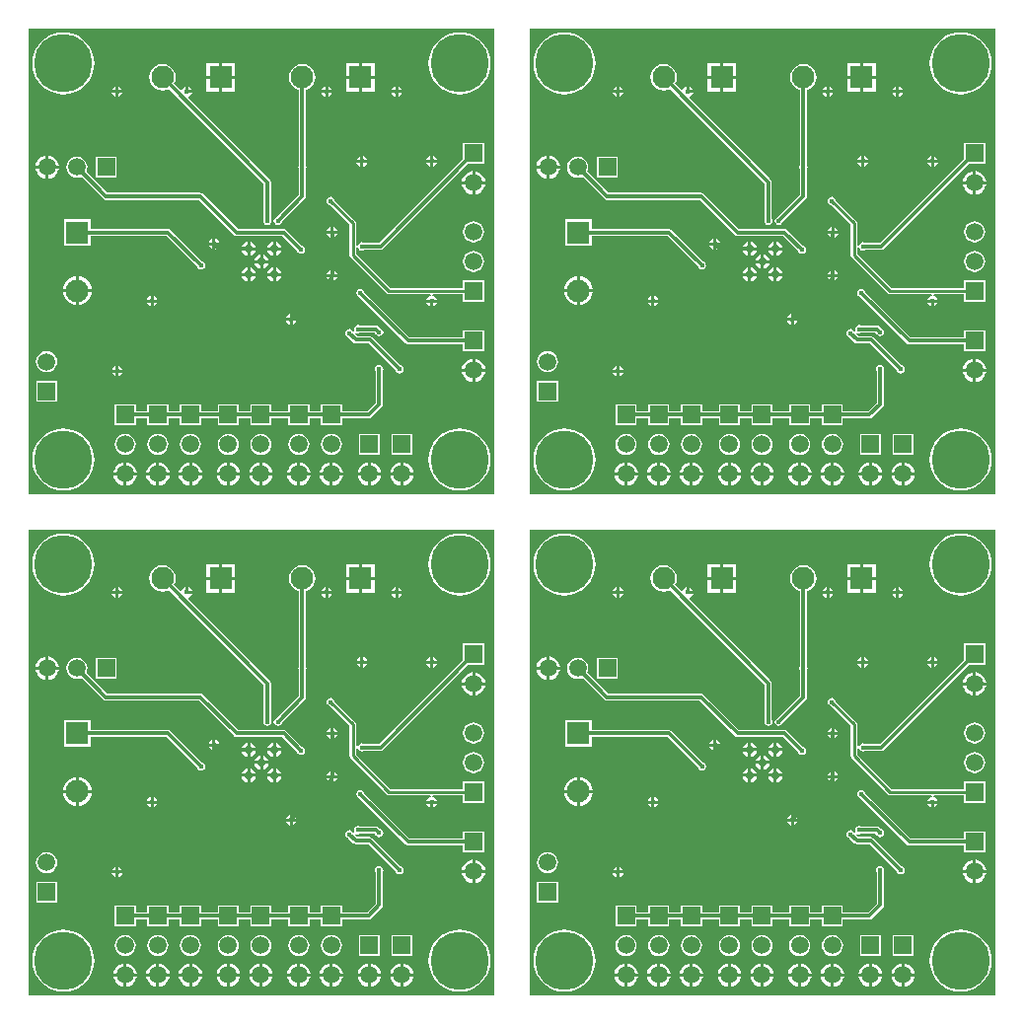
<source format=gbl>
%MOIN*%
%OFA0B0*%
%FSLAX25Y25*%
%IPPOS*%
%LPD*%
%ADD11C,0.01*%
%ADD38C,0.01181*%
%ADD39R,0.05906X0.05906*%
%ADD40C,0.05906*%
%ADD41R,0.05906X0.05906*%
%ADD42C,0.07677*%
%ADD43R,0.07677X0.07677*%
%ADD44R,0.07677X0.07677*%
%ADD45C,0.19685*%
%ADD46C,0.01575*%
%ADD47C,0.02756*%
%ADD58C,0.01*%
%ADD59C,0.01181*%
%ADD60R,0.05906X0.05906*%
%ADD61C,0.05906*%
%ADD62R,0.05906X0.05906*%
%ADD63C,0.07677*%
%ADD64R,0.07677X0.07677*%
%ADD65R,0.07677X0.07677*%
%ADD66C,0.19685*%
%ADD67C,0.01575*%
%ADD68C,0.02756*%
%ADD69C,0.01*%
%ADD70C,0.01181*%
%ADD71R,0.05906X0.05906*%
%ADD72C,0.05906*%
%ADD73R,0.05906X0.05906*%
%ADD74C,0.07677*%
%ADD75R,0.07677X0.07677*%
%ADD76R,0.07677X0.07677*%
%ADD77C,0.19685*%
%ADD78C,0.01575*%
%ADD79C,0.02756*%
%ADD80C,0.01*%
%ADD81C,0.01181*%
%ADD82R,0.05906X0.05906*%
%ADD83C,0.05906*%
%ADD84R,0.05906X0.05906*%
%ADD85C,0.07677*%
%ADD86R,0.07677X0.07677*%
%ADD87R,0.07677X0.07677*%
%ADD88C,0.19685*%
%ADD89C,0.01575*%
%ADD90C,0.02756*%
G01*
G75*
G36*
X0157480Y0236220D02*
X0000000Y0236220D01*
X0000000Y0393700D01*
X0157480Y0393700D01*
X0157480Y0236220D01*
D02*
G37*
%LPC*%
G36*
X0117043Y0382003D02*
X0112706Y0382003D01*
X0112706Y0377665D01*
X0117043Y0377665D01*
X0117043Y0382003D01*
D02*
G37*
G36*
X0111706Y0382003D02*
X0107366Y0382003D01*
X0107366Y0377665D01*
X0111706Y0377665D01*
X0111706Y0382003D01*
D02*
G37*
G36*
X0069799Y0382003D02*
X0065461Y0382003D01*
X0065461Y0377665D01*
X0069799Y0377665D01*
X0069799Y0382003D01*
D02*
G37*
G36*
X0064461Y0382003D02*
X0060122Y0382003D01*
X0060122Y0377665D01*
X0064461Y0377665D01*
X0064461Y0382003D01*
D02*
G37*
G36*
X0124909Y0374163D02*
X0124909Y0372941D01*
X0126131Y0372941D01*
X0126093Y0373138D01*
X0125698Y0373729D01*
X0125106Y0374123D01*
X0124909Y0374163D01*
D02*
G37*
G36*
X0123909Y0374163D02*
X0123712Y0374123D01*
X0123120Y0373729D01*
X0122726Y0373138D01*
X0122686Y0372941D01*
X0123909Y0372941D01*
X0123909Y0374163D01*
D02*
G37*
G36*
X0101287Y0374163D02*
X0101287Y0372941D01*
X0102509Y0372941D01*
X0102471Y0373138D01*
X0102075Y0373729D01*
X0101485Y0374123D01*
X0101287Y0374163D01*
D02*
G37*
G36*
X0100287Y0374163D02*
X0100089Y0374123D01*
X0099499Y0373729D01*
X0099104Y0373138D01*
X0099064Y0372941D01*
X0100287Y0372941D01*
X0100287Y0374163D01*
D02*
G37*
G36*
X0054043Y0374163D02*
X0054043Y0372941D01*
X0055266Y0372941D01*
X0055227Y0373138D01*
X0054832Y0373729D01*
X0054240Y0374123D01*
X0054043Y0374163D01*
D02*
G37*
G36*
X0030420Y0374163D02*
X0030420Y0372941D01*
X0031644Y0372941D01*
X0031604Y0373138D01*
X0031210Y0373729D01*
X0030619Y0374123D01*
X0030420Y0374163D01*
D02*
G37*
G36*
X0029421Y0374163D02*
X0029224Y0374123D01*
X0028632Y0373729D01*
X0028238Y0373138D01*
X0028198Y0372941D01*
X0029421Y0372941D01*
X0029421Y0374163D01*
D02*
G37*
G36*
X0117043Y0376665D02*
X0112706Y0376665D01*
X0112706Y0372326D01*
X0117043Y0372326D01*
X0117043Y0376665D01*
D02*
G37*
G36*
X0111706Y0376665D02*
X0107366Y0376665D01*
X0107366Y0372326D01*
X0111706Y0372326D01*
X0111706Y0376665D01*
D02*
G37*
G36*
X0069799Y0376665D02*
X0065461Y0376665D01*
X0065461Y0372326D01*
X0069799Y0372326D01*
X0069799Y0376665D01*
D02*
G37*
G36*
X0064461Y0376665D02*
X0060122Y0376665D01*
X0060122Y0372326D01*
X0064461Y0372326D01*
X0064461Y0376665D01*
D02*
G37*
G36*
X0145669Y0392355D02*
X0144032Y0392226D01*
X0142435Y0391842D01*
X0140918Y0391214D01*
X0139518Y0390356D01*
X0138269Y0389289D01*
X0137203Y0388041D01*
X0136345Y0386640D01*
X0135716Y0385123D01*
X0135333Y0383526D01*
X0135204Y0381889D01*
X0135333Y0380252D01*
X0135716Y0378655D01*
X0136345Y0377138D01*
X0137203Y0375738D01*
X0138269Y0374489D01*
X0139518Y0373423D01*
X0140918Y0372565D01*
X0142435Y0371936D01*
X0144032Y0371553D01*
X0145669Y0371424D01*
X0147306Y0371553D01*
X0148903Y0371936D01*
X0150420Y0372565D01*
X0151821Y0373423D01*
X0153069Y0374489D01*
X0154135Y0375738D01*
X0154994Y0377138D01*
X0155622Y0378655D01*
X0156006Y0380252D01*
X0156135Y0381889D01*
X0156006Y0383526D01*
X0155622Y0385123D01*
X0154994Y0386640D01*
X0154135Y0388041D01*
X0153069Y0389289D01*
X0151821Y0390356D01*
X0150420Y0391214D01*
X0148903Y0391842D01*
X0147306Y0392226D01*
X0145669Y0392355D01*
D02*
G37*
G36*
X0011811Y0392355D02*
X0010174Y0392226D01*
X0008577Y0391842D01*
X0007060Y0391214D01*
X0005660Y0390356D01*
X0004411Y0389289D01*
X0003343Y0388041D01*
X0002486Y0386640D01*
X0001858Y0385123D01*
X0001474Y0383526D01*
X0001346Y0381889D01*
X0001474Y0380252D01*
X0001858Y0378655D01*
X0002486Y0377138D01*
X0003343Y0375738D01*
X0004411Y0374489D01*
X0005660Y0373423D01*
X0007060Y0372565D01*
X0008577Y0371936D01*
X0010174Y0371553D01*
X0011811Y0371424D01*
X0013447Y0371553D01*
X0015045Y0371936D01*
X0016562Y0372565D01*
X0017962Y0373423D01*
X0019211Y0374489D01*
X0020278Y0375738D01*
X0021135Y0377138D01*
X0021764Y0378655D01*
X0022148Y0380252D01*
X0022276Y0381889D01*
X0022148Y0383526D01*
X0021764Y0385123D01*
X0021135Y0386640D01*
X0020278Y0388041D01*
X0019211Y0389289D01*
X0017962Y0390356D01*
X0016562Y0391214D01*
X0015045Y0391842D01*
X0013447Y0392226D01*
X0011811Y0392355D01*
D02*
G37*
G36*
X0126131Y0371941D02*
X0124909Y0371941D01*
X0124909Y0370717D01*
X0125106Y0370757D01*
X0125698Y0371152D01*
X0126093Y0371743D01*
X0126131Y0371941D01*
D02*
G37*
G36*
X0123909Y0371941D02*
X0122686Y0371941D01*
X0122726Y0371743D01*
X0123120Y0371152D01*
X0123712Y0370757D01*
X0123909Y0370717D01*
X0123909Y0371941D01*
D02*
G37*
G36*
X0102509Y0371941D02*
X0101287Y0371941D01*
X0101287Y0370717D01*
X0101485Y0370757D01*
X0102075Y0371152D01*
X0102471Y0371743D01*
X0102509Y0371941D01*
D02*
G37*
G36*
X0100287Y0371941D02*
X0099064Y0371941D01*
X0099104Y0371743D01*
X0099499Y0371152D01*
X0100089Y0370757D01*
X0100287Y0370717D01*
X0100287Y0371941D01*
D02*
G37*
G36*
X0031644Y0371941D02*
X0030420Y0371941D01*
X0030420Y0370717D01*
X0030619Y0370757D01*
X0031210Y0371152D01*
X0031604Y0371743D01*
X0031644Y0371941D01*
D02*
G37*
G36*
X0029421Y0371941D02*
X0028198Y0371941D01*
X0028238Y0371743D01*
X0028632Y0371152D01*
X0029224Y0370757D01*
X0029421Y0370717D01*
X0029421Y0371941D01*
D02*
G37*
G36*
X0136721Y0350541D02*
X0136721Y0349319D01*
X0137943Y0349319D01*
X0137904Y0349516D01*
X0137509Y0350107D01*
X0136918Y0350502D01*
X0136721Y0350541D01*
D02*
G37*
G36*
X0135721Y0350541D02*
X0135523Y0350502D01*
X0134932Y0350107D01*
X0134536Y0349516D01*
X0134496Y0349319D01*
X0135721Y0349319D01*
X0135721Y0350541D01*
D02*
G37*
G36*
X0113099Y0350541D02*
X0113099Y0349319D01*
X0114321Y0349319D01*
X0114282Y0349516D01*
X0113887Y0350107D01*
X0113296Y0350502D01*
X0113099Y0350541D01*
D02*
G37*
G36*
X0112099Y0350541D02*
X0111901Y0350502D01*
X0111310Y0350107D01*
X0110915Y0349516D01*
X0110874Y0349319D01*
X0112099Y0349319D01*
X0112099Y0350541D01*
D02*
G37*
G36*
X0006839Y0350771D02*
X0006839Y0347350D01*
X0010260Y0347350D01*
X0010190Y0347882D01*
X0009791Y0348843D01*
X0009158Y0349668D01*
X0008332Y0350303D01*
X0007371Y0350701D01*
X0006839Y0350771D01*
D02*
G37*
G36*
X0005839Y0350771D02*
X0005307Y0350701D01*
X0004345Y0350303D01*
X0003519Y0349668D01*
X0002885Y0348843D01*
X0002488Y0347882D01*
X0002417Y0347350D01*
X0005839Y0347350D01*
X0005839Y0350771D01*
D02*
G37*
G36*
X0137943Y0348319D02*
X0136721Y0348319D01*
X0136721Y0347095D01*
X0136918Y0347135D01*
X0137509Y0347530D01*
X0137904Y0348121D01*
X0137943Y0348319D01*
D02*
G37*
G36*
X0135721Y0348319D02*
X0134496Y0348319D01*
X0134536Y0348121D01*
X0134932Y0347530D01*
X0135523Y0347135D01*
X0135721Y0347095D01*
X0135721Y0348319D01*
D02*
G37*
G36*
X0114321Y0348319D02*
X0113099Y0348319D01*
X0113099Y0347095D01*
X0113296Y0347135D01*
X0113887Y0347530D01*
X0114282Y0348121D01*
X0114321Y0348319D01*
D02*
G37*
G36*
X0112099Y0348319D02*
X0110874Y0348319D01*
X0110915Y0348121D01*
X0111310Y0347530D01*
X0111901Y0347135D01*
X0112099Y0347095D01*
X0112099Y0348319D01*
D02*
G37*
G36*
X0029881Y0350393D02*
X0022795Y0350393D01*
X0022795Y0343307D01*
X0029881Y0343307D01*
X0029881Y0350393D01*
D02*
G37*
G36*
X0010260Y0346350D02*
X0006839Y0346350D01*
X0006839Y0342929D01*
X0007371Y0342999D01*
X0008332Y0343397D01*
X0009158Y0344031D01*
X0009791Y0344856D01*
X0010190Y0345818D01*
X0010260Y0346350D01*
D02*
G37*
G36*
X0005839Y0346350D02*
X0002417Y0346350D01*
X0002488Y0345818D01*
X0002885Y0344856D01*
X0003519Y0344031D01*
X0004345Y0343397D01*
X0005307Y0342999D01*
X0005839Y0342929D01*
X0005839Y0346350D01*
D02*
G37*
G36*
X0150894Y0345495D02*
X0150894Y0342074D01*
X0154315Y0342074D01*
X0154245Y0342606D01*
X0153846Y0343568D01*
X0153213Y0344394D01*
X0152387Y0345027D01*
X0151426Y0345425D01*
X0150894Y0345495D01*
D02*
G37*
G36*
X0149893Y0345495D02*
X0149362Y0345425D01*
X0148400Y0345027D01*
X0147575Y0344394D01*
X0146941Y0343568D01*
X0146543Y0342606D01*
X0146473Y0342074D01*
X0149893Y0342074D01*
X0149893Y0345495D01*
D02*
G37*
G36*
X0154315Y0341074D02*
X0150894Y0341074D01*
X0150894Y0337653D01*
X0151426Y0337723D01*
X0152387Y0338122D01*
X0153213Y0338755D01*
X0153846Y0339581D01*
X0154245Y0340542D01*
X0154315Y0341074D01*
D02*
G37*
G36*
X0149893Y0341074D02*
X0146473Y0341074D01*
X0146543Y0340542D01*
X0146941Y0339581D01*
X0147575Y0338755D01*
X0148400Y0338122D01*
X0149362Y0337723D01*
X0149893Y0337653D01*
X0149893Y0341074D01*
D02*
G37*
G36*
X0092521Y0381632D02*
X0091364Y0381480D01*
X0090287Y0381034D01*
X0089362Y0380324D01*
X0088652Y0379399D01*
X0088204Y0378321D01*
X0088053Y0377165D01*
X0088204Y0376009D01*
X0088652Y0374931D01*
X0089362Y0374006D01*
X0090287Y0373296D01*
X0091316Y0372870D01*
X0091316Y0347529D01*
X0091222Y0347388D01*
X0091115Y0346850D01*
X0091222Y0346312D01*
X0091316Y0346170D01*
X0091316Y0337507D01*
X0083880Y0330071D01*
X0083714Y0330038D01*
X0083258Y0329733D01*
X0082954Y0329277D01*
X0082847Y0328740D01*
X0082954Y0328202D01*
X0083258Y0327746D01*
X0083714Y0327442D01*
X0084252Y0327335D01*
X0084790Y0327442D01*
X0085245Y0327746D01*
X0085550Y0328202D01*
X0085583Y0328367D01*
X0093372Y0336157D01*
X0093633Y0336548D01*
X0093725Y0337008D01*
X0093725Y0337008D01*
X0093725Y0346173D01*
X0093818Y0346312D01*
X0093924Y0346850D01*
X0093818Y0347388D01*
X0093725Y0347526D01*
X0093725Y0372870D01*
X0094754Y0373296D01*
X0095679Y0374006D01*
X0096390Y0374931D01*
X0096836Y0376009D01*
X0096988Y0377165D01*
X0096836Y0378321D01*
X0096390Y0379399D01*
X0095679Y0380324D01*
X0094754Y0381034D01*
X0093677Y0381480D01*
X0092521Y0381632D01*
D02*
G37*
G36*
X0045276Y0381632D02*
X0044119Y0381480D01*
X0043042Y0381034D01*
X0042116Y0380324D01*
X0041407Y0379399D01*
X0040960Y0378321D01*
X0040808Y0377165D01*
X0040960Y0376009D01*
X0041407Y0374931D01*
X0042116Y0374006D01*
X0043042Y0373296D01*
X0044119Y0372850D01*
X0045276Y0372697D01*
X0046432Y0372850D01*
X0047461Y0373276D01*
X0079504Y0341233D01*
X0079504Y0329418D01*
X0079411Y0329277D01*
X0079304Y0328740D01*
X0079411Y0328202D01*
X0079715Y0327746D01*
X0080169Y0327442D01*
X0080709Y0327335D01*
X0081246Y0327442D01*
X0081702Y0327746D01*
X0082007Y0328202D01*
X0082113Y0328740D01*
X0082007Y0329277D01*
X0081913Y0329418D01*
X0081913Y0341732D01*
X0081821Y0342193D01*
X0081560Y0342583D01*
X0053954Y0370190D01*
X0054118Y0370732D01*
X0054240Y0370757D01*
X0054832Y0371152D01*
X0055227Y0371743D01*
X0055266Y0371941D01*
X0053542Y0371941D01*
X0053542Y0372441D01*
X0053042Y0372441D01*
X0053042Y0374163D01*
X0052846Y0374123D01*
X0052254Y0373729D01*
X0051859Y0373138D01*
X0051835Y0373015D01*
X0051293Y0372850D01*
X0049164Y0374979D01*
X0049591Y0376009D01*
X0049743Y0377165D01*
X0049591Y0378321D01*
X0049145Y0379399D01*
X0048434Y0380324D01*
X0047509Y0381034D01*
X0046432Y0381480D01*
X0045276Y0381632D01*
D02*
G37*
G36*
X0103058Y0326526D02*
X0103058Y0325303D01*
X0104282Y0325303D01*
X0104243Y0325500D01*
X0103848Y0326091D01*
X0103255Y0326486D01*
X0103058Y0326526D01*
D02*
G37*
G36*
X0102059Y0326526D02*
X0101862Y0326486D01*
X0101270Y0326091D01*
X0100875Y0325500D01*
X0100835Y0325303D01*
X0102059Y0325303D01*
X0102059Y0326526D01*
D02*
G37*
G36*
X0104282Y0324303D02*
X0103058Y0324303D01*
X0103058Y0323080D01*
X0103255Y0323119D01*
X0103848Y0323513D01*
X0104243Y0324104D01*
X0104282Y0324303D01*
D02*
G37*
G36*
X0102059Y0324303D02*
X0100835Y0324303D01*
X0100875Y0324104D01*
X0101270Y0323513D01*
X0101862Y0323119D01*
X0102059Y0323080D01*
X0102059Y0324303D01*
D02*
G37*
G36*
X0150393Y0328534D02*
X0149469Y0328412D01*
X0148607Y0328055D01*
X0147867Y0327487D01*
X0147299Y0326747D01*
X0146942Y0325885D01*
X0146820Y0324960D01*
X0146942Y0324035D01*
X0147299Y0323173D01*
X0147867Y0322433D01*
X0148607Y0321864D01*
X0149469Y0321507D01*
X0150393Y0321386D01*
X0151319Y0321507D01*
X0152181Y0321864D01*
X0152921Y0322433D01*
X0153489Y0323173D01*
X0153846Y0324035D01*
X0153967Y0324960D01*
X0153846Y0325885D01*
X0153489Y0326747D01*
X0152921Y0327487D01*
X0152181Y0328055D01*
X0151319Y0328412D01*
X0150393Y0328534D01*
D02*
G37*
G36*
X0063098Y0322589D02*
X0063098Y0321366D01*
X0064320Y0321366D01*
X0064281Y0321563D01*
X0063887Y0322154D01*
X0063296Y0322549D01*
X0063098Y0322589D01*
D02*
G37*
G36*
X0062098Y0322589D02*
X0061900Y0322549D01*
X0061310Y0322154D01*
X0060915Y0321563D01*
X0060875Y0321366D01*
X0062098Y0321366D01*
X0062098Y0322589D01*
D02*
G37*
G36*
X0153936Y0355117D02*
X0146850Y0355117D01*
X0146850Y0349734D01*
X0118399Y0321282D01*
X0113276Y0321282D01*
X0113135Y0321376D01*
X0112598Y0321483D01*
X0112061Y0321376D01*
X0111605Y0321072D01*
X0111300Y0320616D01*
X0111257Y0320401D01*
X0110758Y0320449D01*
X0110758Y0327952D01*
X0110758Y0327952D01*
X0110673Y0328378D01*
X0110432Y0328739D01*
X0103529Y0335642D01*
X0103463Y0335970D01*
X0103159Y0336426D01*
X0102703Y0336731D01*
X0102165Y0336837D01*
X0101628Y0336731D01*
X0101172Y0336426D01*
X0100867Y0335970D01*
X0100760Y0335433D01*
X0100867Y0334895D01*
X0101172Y0334439D01*
X0101628Y0334135D01*
X0101956Y0334068D01*
X0108534Y0327492D01*
X0108534Y0317126D01*
X0108534Y0317125D01*
X0108617Y0316700D01*
X0108859Y0316339D01*
X0121025Y0304174D01*
X0121025Y0304174D01*
X0121386Y0303933D01*
X0121811Y0303848D01*
X0121811Y0303848D01*
X0135792Y0303848D01*
X0135969Y0303422D01*
X0135974Y0303374D01*
X0135523Y0303258D01*
X0134932Y0302863D01*
X0134536Y0302272D01*
X0134496Y0302074D01*
X0137943Y0302074D01*
X0137904Y0302272D01*
X0137509Y0302863D01*
X0136918Y0303258D01*
X0136467Y0303374D01*
X0136471Y0303422D01*
X0136648Y0303848D01*
X0146850Y0303848D01*
X0146850Y0301417D01*
X0153936Y0301417D01*
X0153936Y0308504D01*
X0146850Y0308504D01*
X0146850Y0306072D01*
X0122272Y0306072D01*
X0110758Y0317586D01*
X0110758Y0319707D01*
X0111257Y0319756D01*
X0111300Y0319541D01*
X0111605Y0319085D01*
X0112061Y0318780D01*
X0112598Y0318673D01*
X0113135Y0318780D01*
X0113276Y0318874D01*
X0118897Y0318874D01*
X0118897Y0318874D01*
X0119359Y0318966D01*
X0119749Y0319227D01*
X0148553Y0348030D01*
X0153936Y0348030D01*
X0153936Y0355117D01*
D02*
G37*
G36*
X0083570Y0321616D02*
X0083570Y0319791D01*
X0085396Y0319791D01*
X0085311Y0320219D01*
X0084785Y0321005D01*
X0083999Y0321531D01*
X0083570Y0321616D01*
D02*
G37*
G36*
X0082571Y0321616D02*
X0082143Y0321531D01*
X0081357Y0321005D01*
X0080830Y0320219D01*
X0080746Y0319791D01*
X0082571Y0319791D01*
X0082571Y0321616D01*
D02*
G37*
G36*
X0074910Y0321616D02*
X0074910Y0319791D01*
X0076735Y0319791D01*
X0076649Y0320219D01*
X0076124Y0321005D01*
X0075337Y0321531D01*
X0074910Y0321616D01*
D02*
G37*
G36*
X0073909Y0321616D02*
X0073482Y0321531D01*
X0072695Y0321005D01*
X0072170Y0320219D01*
X0072082Y0319791D01*
X0073909Y0319791D01*
X0073909Y0321616D01*
D02*
G37*
G36*
X0064320Y0320366D02*
X0063098Y0320366D01*
X0063098Y0319143D01*
X0063296Y0319182D01*
X0063887Y0319577D01*
X0064281Y0320168D01*
X0064320Y0320366D01*
D02*
G37*
G36*
X0062098Y0320366D02*
X0060875Y0320366D01*
X0060915Y0320168D01*
X0061310Y0319577D01*
X0061900Y0319182D01*
X0062098Y0319143D01*
X0062098Y0320366D01*
D02*
G37*
G36*
X0016339Y0350424D02*
X0015414Y0350302D01*
X0014552Y0349945D01*
X0013812Y0349376D01*
X0013243Y0348637D01*
X0012887Y0347775D01*
X0012765Y0346850D01*
X0012887Y0345925D01*
X0013243Y0345063D01*
X0013812Y0344323D01*
X0014552Y0343755D01*
X0015414Y0343398D01*
X0016339Y0343276D01*
X0017264Y0343398D01*
X0017846Y0343639D01*
X0025330Y0336156D01*
X0025720Y0335895D01*
X0026181Y0335803D01*
X0057572Y0335803D01*
X0069424Y0323951D01*
X0069815Y0323690D01*
X0070276Y0323597D01*
X0085722Y0323597D01*
X0090795Y0318525D01*
X0090828Y0318359D01*
X0091130Y0317904D01*
X0091588Y0317599D01*
X0092126Y0317492D01*
X0092664Y0317599D01*
X0093119Y0317904D01*
X0093424Y0318359D01*
X0093530Y0318897D01*
X0093424Y0319435D01*
X0093119Y0319891D01*
X0092664Y0320194D01*
X0092498Y0320228D01*
X0087072Y0325654D01*
X0086681Y0325915D01*
X0086221Y0326007D01*
X0086220Y0326007D01*
X0070774Y0326007D01*
X0058922Y0337858D01*
X0058531Y0338120D01*
X0058070Y0338212D01*
X0058070Y0338212D01*
X0026679Y0338212D01*
X0019549Y0345342D01*
X0019791Y0345925D01*
X0019913Y0346850D01*
X0019791Y0347775D01*
X0019434Y0348637D01*
X0018865Y0349376D01*
X0018125Y0349945D01*
X0017264Y0350302D01*
X0016339Y0350424D01*
D02*
G37*
G36*
X0085396Y0318791D02*
X0083570Y0318791D01*
X0083570Y0316966D01*
X0083999Y0317051D01*
X0084785Y0317577D01*
X0085311Y0318363D01*
X0085396Y0318791D01*
D02*
G37*
G36*
X0082571Y0318791D02*
X0080746Y0318791D01*
X0080830Y0318363D01*
X0081357Y0317577D01*
X0082143Y0317051D01*
X0082571Y0316966D01*
X0082571Y0318791D01*
D02*
G37*
G36*
X0076735Y0318791D02*
X0074910Y0318791D01*
X0074910Y0316966D01*
X0075337Y0317051D01*
X0076124Y0317577D01*
X0076649Y0318363D01*
X0076735Y0318791D01*
D02*
G37*
G36*
X0073909Y0318791D02*
X0072082Y0318791D01*
X0072170Y0318363D01*
X0072695Y0317577D01*
X0073482Y0317051D01*
X0073909Y0316966D01*
X0073909Y0318791D01*
D02*
G37*
G36*
X0079240Y0317285D02*
X0079240Y0315460D01*
X0081065Y0315460D01*
X0080980Y0315888D01*
X0080455Y0316675D01*
X0079668Y0317200D01*
X0079240Y0317285D01*
D02*
G37*
G36*
X0078240Y0317285D02*
X0077812Y0317200D01*
X0077026Y0316675D01*
X0076500Y0315888D01*
X0076415Y0315460D01*
X0078240Y0315460D01*
X0078240Y0317285D01*
D02*
G37*
G36*
X0081065Y0314460D02*
X0079240Y0314460D01*
X0079240Y0312635D01*
X0079668Y0312720D01*
X0080455Y0313246D01*
X0080980Y0314032D01*
X0081065Y0314460D01*
D02*
G37*
G36*
X0078240Y0314460D02*
X0076415Y0314460D01*
X0076500Y0314032D01*
X0077026Y0313246D01*
X0077812Y0312720D01*
X0078240Y0312635D01*
X0078240Y0314460D01*
D02*
G37*
G36*
X0020965Y0329233D02*
X0012106Y0329233D01*
X0012106Y0320374D01*
X0020965Y0320374D01*
X0020965Y0323599D01*
X0046547Y0323599D01*
X0056937Y0313209D01*
X0056970Y0313044D01*
X0057274Y0312589D01*
X0057730Y0312283D01*
X0058268Y0312177D01*
X0058804Y0312283D01*
X0059261Y0312589D01*
X0059566Y0313044D01*
X0059673Y0313581D01*
X0059566Y0314120D01*
X0059261Y0314576D01*
X0058804Y0314880D01*
X0058640Y0314913D01*
X0047897Y0325655D01*
X0047507Y0325916D01*
X0047046Y0326008D01*
X0047046Y0326008D01*
X0020965Y0326008D01*
X0020965Y0329233D01*
D02*
G37*
G36*
X0150393Y0318534D02*
X0149469Y0318412D01*
X0148607Y0318055D01*
X0147867Y0317487D01*
X0147299Y0316747D01*
X0146942Y0315885D01*
X0146820Y0314960D01*
X0146942Y0314035D01*
X0147299Y0313173D01*
X0147867Y0312433D01*
X0148607Y0311865D01*
X0149469Y0311508D01*
X0150393Y0311386D01*
X0151319Y0311508D01*
X0152181Y0311865D01*
X0152921Y0312433D01*
X0153489Y0313173D01*
X0153846Y0314035D01*
X0153967Y0314960D01*
X0153846Y0315885D01*
X0153489Y0316747D01*
X0152921Y0317487D01*
X0152181Y0318055D01*
X0151319Y0318412D01*
X0150393Y0318534D01*
D02*
G37*
G36*
X0083570Y0312954D02*
X0083570Y0311130D01*
X0085396Y0311130D01*
X0085311Y0311557D01*
X0084785Y0312344D01*
X0083999Y0312869D01*
X0083570Y0312954D01*
D02*
G37*
G36*
X0082571Y0312954D02*
X0082143Y0312869D01*
X0081357Y0312344D01*
X0080830Y0311557D01*
X0080746Y0311130D01*
X0082571Y0311130D01*
X0082571Y0312954D01*
D02*
G37*
G36*
X0074910Y0312954D02*
X0074910Y0311130D01*
X0076735Y0311130D01*
X0076649Y0311557D01*
X0076124Y0312344D01*
X0075337Y0312869D01*
X0074910Y0312954D01*
D02*
G37*
G36*
X0073909Y0312954D02*
X0073482Y0312869D01*
X0072695Y0312344D01*
X0072170Y0311557D01*
X0072082Y0311130D01*
X0073909Y0311130D01*
X0073909Y0312954D01*
D02*
G37*
G36*
X0103058Y0311959D02*
X0103058Y0310736D01*
X0104282Y0310736D01*
X0104243Y0310933D01*
X0103848Y0311524D01*
X0103255Y0311920D01*
X0103058Y0311959D01*
D02*
G37*
G36*
X0102059Y0311959D02*
X0101862Y0311920D01*
X0101270Y0311524D01*
X0100875Y0310933D01*
X0100835Y0310736D01*
X0102059Y0310736D01*
X0102059Y0311959D01*
D02*
G37*
G36*
X0104282Y0309736D02*
X0103058Y0309736D01*
X0103058Y0308513D01*
X0103255Y0308552D01*
X0103848Y0308947D01*
X0104243Y0309538D01*
X0104282Y0309736D01*
D02*
G37*
G36*
X0102059Y0309736D02*
X0100835Y0309736D01*
X0100875Y0309538D01*
X0101270Y0308947D01*
X0101862Y0308552D01*
X0102059Y0308513D01*
X0102059Y0309736D01*
D02*
G37*
G36*
X0085396Y0310129D02*
X0083570Y0310129D01*
X0083570Y0308304D01*
X0083999Y0308390D01*
X0084785Y0308915D01*
X0085311Y0309701D01*
X0085396Y0310129D01*
D02*
G37*
G36*
X0082571Y0310129D02*
X0080746Y0310129D01*
X0080830Y0309701D01*
X0081357Y0308915D01*
X0082143Y0308390D01*
X0082571Y0308304D01*
X0082571Y0310129D01*
D02*
G37*
G36*
X0076735Y0310129D02*
X0074910Y0310129D01*
X0074910Y0308304D01*
X0075337Y0308390D01*
X0076124Y0308915D01*
X0076649Y0309701D01*
X0076735Y0310129D01*
D02*
G37*
G36*
X0073909Y0310129D02*
X0072082Y0310129D01*
X0072170Y0309701D01*
X0072695Y0308915D01*
X0073482Y0308390D01*
X0073909Y0308304D01*
X0073909Y0310129D01*
D02*
G37*
G36*
X0017035Y0309933D02*
X0017035Y0305619D01*
X0021350Y0305619D01*
X0021249Y0306382D01*
X0020762Y0307559D01*
X0019986Y0308570D01*
X0018976Y0309345D01*
X0017798Y0309833D01*
X0017035Y0309933D01*
D02*
G37*
G36*
X0016035Y0309933D02*
X0015272Y0309833D01*
X0014095Y0309345D01*
X0013084Y0308570D01*
X0012309Y0307559D01*
X0011821Y0306382D01*
X0011720Y0305619D01*
X0016035Y0305619D01*
X0016035Y0309933D01*
D02*
G37*
G36*
X0042232Y0303297D02*
X0042232Y0302074D01*
X0043455Y0302074D01*
X0043416Y0302272D01*
X0043021Y0302863D01*
X0042430Y0303258D01*
X0042232Y0303297D01*
D02*
G37*
G36*
X0041232Y0303297D02*
X0041035Y0303258D01*
X0040444Y0302863D01*
X0040048Y0302272D01*
X0040009Y0302074D01*
X0041232Y0302074D01*
X0041232Y0303297D01*
D02*
G37*
G36*
X0021350Y0304619D02*
X0017035Y0304619D01*
X0017035Y0300304D01*
X0017798Y0300405D01*
X0018976Y0300892D01*
X0019986Y0301668D01*
X0020762Y0302678D01*
X0021249Y0303856D01*
X0021350Y0304619D01*
D02*
G37*
G36*
X0016035Y0304619D02*
X0011720Y0304619D01*
X0011821Y0303856D01*
X0012309Y0302678D01*
X0013084Y0301668D01*
X0014095Y0300892D01*
X0015272Y0300405D01*
X0016035Y0300304D01*
X0016035Y0304619D01*
D02*
G37*
G36*
X0137943Y0301074D02*
X0136721Y0301074D01*
X0136721Y0299851D01*
X0136918Y0299891D01*
X0137509Y0300286D01*
X0137904Y0300877D01*
X0137943Y0301074D01*
D02*
G37*
G36*
X0135721Y0301074D02*
X0134496Y0301074D01*
X0134536Y0300877D01*
X0134932Y0300286D01*
X0135523Y0299891D01*
X0135721Y0299851D01*
X0135721Y0301074D01*
D02*
G37*
G36*
X0043455Y0301074D02*
X0042232Y0301074D01*
X0042232Y0299851D01*
X0042430Y0299891D01*
X0043021Y0300286D01*
X0043416Y0300877D01*
X0043455Y0301074D01*
D02*
G37*
G36*
X0041232Y0301074D02*
X0040009Y0301074D01*
X0040048Y0300877D01*
X0040444Y0300286D01*
X0041035Y0299891D01*
X0041232Y0299851D01*
X0041232Y0301074D01*
D02*
G37*
G36*
X0089280Y0297195D02*
X0089280Y0295972D01*
X0090503Y0295972D01*
X0090463Y0296169D01*
X0090068Y0296760D01*
X0089477Y0297156D01*
X0089280Y0297195D01*
D02*
G37*
G36*
X0088279Y0297195D02*
X0088082Y0297156D01*
X0087490Y0296760D01*
X0087096Y0296169D01*
X0087056Y0295972D01*
X0088279Y0295972D01*
X0088279Y0297195D01*
D02*
G37*
G36*
X0090503Y0294972D02*
X0089280Y0294972D01*
X0089280Y0293749D01*
X0089477Y0293787D01*
X0090068Y0294183D01*
X0090463Y0294775D01*
X0090503Y0294972D01*
D02*
G37*
G36*
X0088279Y0294972D02*
X0087056Y0294972D01*
X0087096Y0294775D01*
X0087490Y0294183D01*
X0088082Y0293787D01*
X0088279Y0293749D01*
X0088279Y0294972D01*
D02*
G37*
G36*
X0111417Y0293530D02*
X0110880Y0293424D01*
X0110424Y0293119D01*
X0110118Y0292663D01*
X0110012Y0292125D01*
X0110118Y0291588D01*
X0109686Y0291400D01*
X0109458Y0291741D01*
X0109002Y0292046D01*
X0108464Y0292152D01*
X0107927Y0292046D01*
X0107471Y0291741D01*
X0107166Y0291285D01*
X0107060Y0290748D01*
X0107166Y0290210D01*
X0107471Y0289753D01*
X0107927Y0289450D01*
X0108092Y0289417D01*
X0109778Y0287731D01*
X0110169Y0287470D01*
X0110630Y0287378D01*
X0114856Y0287378D01*
X0124062Y0278171D01*
X0124096Y0278005D01*
X0124400Y0277549D01*
X0124855Y0277245D01*
X0125394Y0277138D01*
X0125931Y0277245D01*
X0126387Y0277549D01*
X0126692Y0278005D01*
X0126799Y0278543D01*
X0126692Y0279080D01*
X0126387Y0279536D01*
X0125931Y0279841D01*
X0125766Y0279873D01*
X0116206Y0289434D01*
X0115815Y0289695D01*
X0115354Y0289786D01*
X0115354Y0289786D01*
X0111128Y0289786D01*
X0110305Y0290610D01*
X0110623Y0290998D01*
X0110880Y0290827D01*
X0111417Y0290721D01*
X0111955Y0290827D01*
X0112094Y0290921D01*
X0116914Y0290921D01*
X0117200Y0290636D01*
X0117206Y0290604D01*
X0117510Y0290147D01*
X0117966Y0289843D01*
X0118504Y0289735D01*
X0119042Y0289843D01*
X0119497Y0290147D01*
X0119802Y0290604D01*
X0119909Y0291141D01*
X0119802Y0291679D01*
X0119497Y0292135D01*
X0119042Y0292439D01*
X0118743Y0292499D01*
X0118265Y0292977D01*
X0117873Y0293238D01*
X0117412Y0293330D01*
X0117412Y0293330D01*
X0112094Y0293330D01*
X0111955Y0293424D01*
X0111417Y0293530D01*
D02*
G37*
G36*
X0112205Y0305735D02*
X0111667Y0305628D01*
X0111211Y0305324D01*
X0110907Y0304868D01*
X0110800Y0304330D01*
X0110907Y0303793D01*
X0111211Y0303337D01*
X0111667Y0303032D01*
X0111833Y0302999D01*
X0127495Y0287337D01*
X0127495Y0287337D01*
X0127886Y0287076D01*
X0128347Y0286984D01*
X0128347Y0286984D01*
X0146850Y0286984D01*
X0146850Y0284645D01*
X0153936Y0284645D01*
X0153936Y0291732D01*
X0146850Y0291732D01*
X0146850Y0289393D01*
X0128845Y0289393D01*
X0113535Y0304702D01*
X0113503Y0304868D01*
X0113198Y0305324D01*
X0112742Y0305628D01*
X0112205Y0305735D01*
D02*
G37*
G36*
X0150894Y0282109D02*
X0150894Y0278689D01*
X0154315Y0278689D01*
X0154245Y0279220D01*
X0153846Y0280182D01*
X0153213Y0281008D01*
X0152387Y0281641D01*
X0151426Y0282039D01*
X0150894Y0282109D01*
D02*
G37*
G36*
X0149893Y0282109D02*
X0149362Y0282039D01*
X0148400Y0281641D01*
X0147575Y0281008D01*
X0146941Y0280182D01*
X0146543Y0279220D01*
X0146473Y0278689D01*
X0149893Y0278689D01*
X0149893Y0282109D01*
D02*
G37*
G36*
X0030420Y0279675D02*
X0030420Y0278452D01*
X0031644Y0278452D01*
X0031604Y0278650D01*
X0031210Y0279241D01*
X0030619Y0279636D01*
X0030420Y0279675D01*
D02*
G37*
G36*
X0029421Y0279675D02*
X0029224Y0279636D01*
X0028632Y0279241D01*
X0028238Y0278650D01*
X0028198Y0278452D01*
X0029421Y0278452D01*
X0029421Y0279675D01*
D02*
G37*
G36*
X0006102Y0284676D02*
X0005177Y0284554D01*
X0004315Y0284197D01*
X0003574Y0283629D01*
X0003007Y0282889D01*
X0002650Y0282027D01*
X0002528Y0281102D01*
X0002650Y0280177D01*
X0003007Y0279315D01*
X0003574Y0278575D01*
X0004315Y0278007D01*
X0005177Y0277650D01*
X0006102Y0277528D01*
X0007027Y0277650D01*
X0007889Y0278007D01*
X0008630Y0278575D01*
X0009197Y0279315D01*
X0009554Y0280177D01*
X0009676Y0281102D01*
X0009554Y0282027D01*
X0009197Y0282889D01*
X0008630Y0283629D01*
X0007889Y0284197D01*
X0007027Y0284554D01*
X0006102Y0284676D01*
D02*
G37*
G36*
X0031644Y0277451D02*
X0030420Y0277451D01*
X0030420Y0276229D01*
X0030619Y0276269D01*
X0031210Y0276664D01*
X0031604Y0277254D01*
X0031644Y0277451D01*
D02*
G37*
G36*
X0029421Y0277451D02*
X0028198Y0277451D01*
X0028238Y0277254D01*
X0028632Y0276664D01*
X0029224Y0276269D01*
X0029421Y0276229D01*
X0029421Y0277451D01*
D02*
G37*
G36*
X0154315Y0277688D02*
X0150894Y0277688D01*
X0150894Y0274267D01*
X0151426Y0274338D01*
X0152387Y0274736D01*
X0153213Y0275369D01*
X0153846Y0276195D01*
X0154245Y0277156D01*
X0154315Y0277688D01*
D02*
G37*
G36*
X0149893Y0277688D02*
X0146473Y0277688D01*
X0146543Y0277156D01*
X0146941Y0276195D01*
X0147575Y0275369D01*
X0148400Y0274736D01*
X0149362Y0274338D01*
X0149893Y0274267D01*
X0149893Y0277688D01*
D02*
G37*
G36*
X0009646Y0274645D02*
X0002559Y0274645D01*
X0002559Y0267559D01*
X0009646Y0267559D01*
X0009646Y0274645D01*
D02*
G37*
G36*
X0118504Y0279948D02*
X0117966Y0279841D01*
X0117510Y0279536D01*
X0117206Y0279080D01*
X0117099Y0278543D01*
X0117206Y0278005D01*
X0117300Y0277865D01*
X0117300Y0267269D01*
X0114384Y0264353D01*
X0105905Y0264353D01*
X0105905Y0266692D01*
X0098819Y0266692D01*
X0098819Y0264353D01*
X0094882Y0264353D01*
X0094882Y0266692D01*
X0087795Y0266692D01*
X0087795Y0264353D01*
X0082087Y0264353D01*
X0082087Y0266692D01*
X0074999Y0266692D01*
X0074999Y0264353D01*
X0071063Y0264353D01*
X0071063Y0266692D01*
X0063975Y0266692D01*
X0063975Y0264353D01*
X0058268Y0264353D01*
X0058268Y0266692D01*
X0051181Y0266692D01*
X0051181Y0264353D01*
X0047244Y0264353D01*
X0047244Y0266692D01*
X0040156Y0266692D01*
X0040156Y0264353D01*
X0036220Y0264353D01*
X0036220Y0266692D01*
X0029134Y0266692D01*
X0029134Y0259605D01*
X0036220Y0259605D01*
X0036220Y0261945D01*
X0040156Y0261945D01*
X0040156Y0259605D01*
X0047244Y0259605D01*
X0047244Y0261945D01*
X0051181Y0261945D01*
X0051181Y0259605D01*
X0058268Y0259605D01*
X0058268Y0261945D01*
X0063975Y0261945D01*
X0063975Y0259605D01*
X0071063Y0259605D01*
X0071063Y0261945D01*
X0074999Y0261945D01*
X0074999Y0259605D01*
X0082087Y0259605D01*
X0082087Y0261945D01*
X0087795Y0261945D01*
X0087795Y0259605D01*
X0094882Y0259605D01*
X0094882Y0261945D01*
X0098819Y0261945D01*
X0098819Y0259605D01*
X0105905Y0259605D01*
X0105905Y0261945D01*
X0114883Y0261945D01*
X0114883Y0261945D01*
X0115344Y0262037D01*
X0115735Y0262298D01*
X0119355Y0265918D01*
X0119355Y0265918D01*
X0119615Y0266309D01*
X0119707Y0266770D01*
X0119707Y0277865D01*
X0119802Y0278005D01*
X0119909Y0278543D01*
X0119802Y0279080D01*
X0119497Y0279536D01*
X0119042Y0279841D01*
X0118504Y0279948D01*
D02*
G37*
G36*
X0129724Y0256691D02*
X0122638Y0256691D01*
X0122638Y0249606D01*
X0129724Y0249606D01*
X0129724Y0256691D01*
D02*
G37*
G36*
X0118700Y0256691D02*
X0111613Y0256691D01*
X0111613Y0249606D01*
X0118700Y0249606D01*
X0118700Y0256691D01*
D02*
G37*
G36*
X0102362Y0256723D02*
X0101437Y0256601D01*
X0100574Y0256244D01*
X0099835Y0255676D01*
X0099267Y0254936D01*
X0098910Y0254074D01*
X0098788Y0253148D01*
X0098910Y0252223D01*
X0099267Y0251362D01*
X0099835Y0250622D01*
X0100574Y0250054D01*
X0101437Y0249697D01*
X0102362Y0249575D01*
X0103287Y0249697D01*
X0104149Y0250054D01*
X0104889Y0250622D01*
X0105457Y0251362D01*
X0105814Y0252223D01*
X0105936Y0253148D01*
X0105814Y0254074D01*
X0105457Y0254936D01*
X0104889Y0255676D01*
X0104149Y0256244D01*
X0103287Y0256601D01*
X0102362Y0256723D01*
D02*
G37*
G36*
X0091337Y0256723D02*
X0090414Y0256601D01*
X0089552Y0256244D01*
X0088811Y0255676D01*
X0088244Y0254936D01*
X0087887Y0254074D01*
X0087765Y0253148D01*
X0087887Y0252223D01*
X0088244Y0251362D01*
X0088811Y0250622D01*
X0089552Y0250054D01*
X0090414Y0249697D01*
X0091337Y0249575D01*
X0092264Y0249697D01*
X0093125Y0250054D01*
X0093866Y0250622D01*
X0094434Y0251362D01*
X0094791Y0252223D01*
X0094912Y0253148D01*
X0094791Y0254074D01*
X0094434Y0254936D01*
X0093866Y0255676D01*
X0093125Y0256244D01*
X0092264Y0256601D01*
X0091337Y0256723D01*
D02*
G37*
G36*
X0078543Y0256723D02*
X0077618Y0256601D01*
X0076756Y0256244D01*
X0076016Y0255676D01*
X0075448Y0254936D01*
X0075091Y0254074D01*
X0074969Y0253148D01*
X0075091Y0252223D01*
X0075448Y0251362D01*
X0076016Y0250622D01*
X0076756Y0250054D01*
X0077618Y0249697D01*
X0078543Y0249575D01*
X0079468Y0249697D01*
X0080330Y0250054D01*
X0081070Y0250622D01*
X0081637Y0251362D01*
X0081995Y0252223D01*
X0082117Y0253148D01*
X0081995Y0254074D01*
X0081637Y0254936D01*
X0081070Y0255676D01*
X0080330Y0256244D01*
X0079468Y0256601D01*
X0078543Y0256723D01*
D02*
G37*
G36*
X0067520Y0256723D02*
X0066595Y0256601D01*
X0065732Y0256244D01*
X0064993Y0255676D01*
X0064425Y0254936D01*
X0064068Y0254074D01*
X0063946Y0253148D01*
X0064068Y0252223D01*
X0064425Y0251362D01*
X0064993Y0250622D01*
X0065732Y0250054D01*
X0066595Y0249697D01*
X0067520Y0249575D01*
X0068445Y0249697D01*
X0069307Y0250054D01*
X0070046Y0250622D01*
X0070615Y0251362D01*
X0070972Y0252223D01*
X0071094Y0253148D01*
X0070972Y0254074D01*
X0070615Y0254936D01*
X0070046Y0255676D01*
X0069307Y0256244D01*
X0068445Y0256601D01*
X0067520Y0256723D01*
D02*
G37*
G36*
X0054723Y0256723D02*
X0053799Y0256601D01*
X0052937Y0256244D01*
X0052197Y0255676D01*
X0051629Y0254936D01*
X0051271Y0254074D01*
X0051151Y0253148D01*
X0051271Y0252223D01*
X0051629Y0251362D01*
X0052197Y0250622D01*
X0052937Y0250054D01*
X0053799Y0249697D01*
X0054723Y0249575D01*
X0055649Y0249697D01*
X0056511Y0250054D01*
X0057252Y0250622D01*
X0057819Y0251362D01*
X0058176Y0252223D01*
X0058298Y0253148D01*
X0058176Y0254074D01*
X0057819Y0254936D01*
X0057252Y0255676D01*
X0056511Y0256244D01*
X0055649Y0256601D01*
X0054723Y0256723D01*
D02*
G37*
G36*
X0043701Y0256723D02*
X0042776Y0256601D01*
X0041914Y0256244D01*
X0041174Y0255676D01*
X0040606Y0254936D01*
X0040249Y0254074D01*
X0040127Y0253148D01*
X0040249Y0252223D01*
X0040606Y0251362D01*
X0041174Y0250622D01*
X0041914Y0250054D01*
X0042776Y0249697D01*
X0043701Y0249575D01*
X0044626Y0249697D01*
X0045488Y0250054D01*
X0046228Y0250622D01*
X0046796Y0251362D01*
X0047153Y0252223D01*
X0047275Y0253148D01*
X0047153Y0254074D01*
X0046796Y0254936D01*
X0046228Y0255676D01*
X0045488Y0256244D01*
X0044626Y0256601D01*
X0043701Y0256723D01*
D02*
G37*
G36*
X0032677Y0256723D02*
X0031752Y0256601D01*
X0030890Y0256244D01*
X0030150Y0255676D01*
X0029582Y0254936D01*
X0029225Y0254074D01*
X0029103Y0253148D01*
X0029225Y0252223D01*
X0029582Y0251362D01*
X0030150Y0250622D01*
X0030890Y0250054D01*
X0031752Y0249697D01*
X0032677Y0249575D01*
X0033602Y0249697D01*
X0034464Y0250054D01*
X0035204Y0250622D01*
X0035772Y0251362D01*
X0036129Y0252223D01*
X0036251Y0253148D01*
X0036129Y0254074D01*
X0035772Y0254936D01*
X0035204Y0255676D01*
X0034464Y0256244D01*
X0033602Y0256601D01*
X0032677Y0256723D01*
D02*
G37*
G36*
X0091839Y0247070D02*
X0091839Y0243649D01*
X0095260Y0243649D01*
X0095190Y0244180D01*
X0094791Y0245143D01*
X0094158Y0245968D01*
X0093332Y0246602D01*
X0092370Y0247000D01*
X0091839Y0247070D01*
D02*
G37*
G36*
X0079043Y0247070D02*
X0079043Y0243649D01*
X0082464Y0243649D01*
X0082393Y0244180D01*
X0081996Y0245143D01*
X0081362Y0245968D01*
X0080537Y0246602D01*
X0079575Y0247000D01*
X0079043Y0247070D01*
D02*
G37*
G36*
X0078043Y0247070D02*
X0077511Y0247000D01*
X0076549Y0246602D01*
X0075722Y0245968D01*
X0075091Y0245143D01*
X0074692Y0244180D01*
X0074622Y0243649D01*
X0078043Y0243649D01*
X0078043Y0247070D01*
D02*
G37*
G36*
X0090839Y0247070D02*
X0090307Y0247000D01*
X0089345Y0246602D01*
X0088519Y0245968D01*
X0087886Y0245143D01*
X0087488Y0244180D01*
X0087417Y0243649D01*
X0090839Y0243649D01*
X0090839Y0247070D01*
D02*
G37*
G36*
X0068019Y0247070D02*
X0068019Y0243649D01*
X0071441Y0243649D01*
X0071371Y0244180D01*
X0070972Y0245143D01*
X0070339Y0245968D01*
X0069513Y0246602D01*
X0068552Y0247000D01*
X0068019Y0247070D01*
D02*
G37*
G36*
X0055223Y0247070D02*
X0055223Y0243649D01*
X0058645Y0243649D01*
X0058575Y0244180D01*
X0058177Y0245143D01*
X0057543Y0245968D01*
X0056718Y0246602D01*
X0055755Y0247000D01*
X0055223Y0247070D01*
D02*
G37*
G36*
X0044200Y0247070D02*
X0044200Y0243649D01*
X0047622Y0243649D01*
X0047552Y0244180D01*
X0047153Y0245143D01*
X0046520Y0245968D01*
X0045694Y0246602D01*
X0044733Y0247000D01*
X0044200Y0247070D01*
D02*
G37*
G36*
X0033176Y0247070D02*
X0033176Y0243649D01*
X0036598Y0243649D01*
X0036528Y0244180D01*
X0036130Y0245143D01*
X0035496Y0245968D01*
X0034671Y0246602D01*
X0033709Y0247000D01*
X0033176Y0247070D01*
D02*
G37*
G36*
X0126681Y0247070D02*
X0126681Y0243649D01*
X0130102Y0243649D01*
X0130030Y0244180D01*
X0129634Y0245143D01*
X0129000Y0245968D01*
X0128174Y0246602D01*
X0127213Y0247000D01*
X0126681Y0247070D01*
D02*
G37*
G36*
X0115657Y0247070D02*
X0115657Y0243649D01*
X0119079Y0243649D01*
X0119009Y0244180D01*
X0118610Y0245143D01*
X0117977Y0245968D01*
X0117151Y0246602D01*
X0116189Y0247000D01*
X0115657Y0247070D01*
D02*
G37*
G36*
X0102862Y0247070D02*
X0102862Y0243649D01*
X0106283Y0243649D01*
X0106213Y0244180D01*
X0105814Y0245143D01*
X0105180Y0245968D01*
X0104356Y0246602D01*
X0103394Y0247000D01*
X0102862Y0247070D01*
D02*
G37*
G36*
X0067020Y0247070D02*
X0066488Y0247000D01*
X0065525Y0246602D01*
X0064701Y0245968D01*
X0064066Y0245143D01*
X0063669Y0244180D01*
X0063599Y0243649D01*
X0067020Y0243649D01*
X0067020Y0247070D01*
D02*
G37*
G36*
X0054224Y0247070D02*
X0053693Y0247000D01*
X0052730Y0246602D01*
X0051905Y0245968D01*
X0051271Y0245143D01*
X0050873Y0244180D01*
X0050803Y0243649D01*
X0054224Y0243649D01*
X0054224Y0247070D01*
D02*
G37*
G36*
X0043201Y0247070D02*
X0042669Y0247000D01*
X0041707Y0246602D01*
X0040882Y0245968D01*
X0040248Y0245143D01*
X0039850Y0244180D01*
X0039780Y0243649D01*
X0043201Y0243649D01*
X0043201Y0247070D01*
D02*
G37*
G36*
X0032177Y0247070D02*
X0031645Y0247000D01*
X0030684Y0246602D01*
X0029858Y0245968D01*
X0029225Y0245143D01*
X0028826Y0244180D01*
X0028756Y0243649D01*
X0032177Y0243649D01*
X0032177Y0247070D01*
D02*
G37*
G36*
X0125681Y0247070D02*
X0125149Y0247000D01*
X0124188Y0246602D01*
X0123362Y0245968D01*
X0122727Y0245143D01*
X0122330Y0244180D01*
X0122259Y0243649D01*
X0125681Y0243649D01*
X0125681Y0247070D01*
D02*
G37*
G36*
X0114657Y0247070D02*
X0114126Y0247000D01*
X0113164Y0246602D01*
X0112338Y0245968D01*
X0111705Y0245143D01*
X0111307Y0244180D01*
X0111236Y0243649D01*
X0114657Y0243649D01*
X0114657Y0247070D01*
D02*
G37*
G36*
X0101862Y0247070D02*
X0101330Y0247000D01*
X0100369Y0246602D01*
X0099543Y0245968D01*
X0098907Y0245143D01*
X0098511Y0244180D01*
X0098441Y0243649D01*
X0101862Y0243649D01*
X0101862Y0247070D01*
D02*
G37*
G36*
X0095260Y0242648D02*
X0091839Y0242648D01*
X0091839Y0239228D01*
X0092370Y0239298D01*
X0093332Y0239696D01*
X0094158Y0240330D01*
X0094791Y0241156D01*
X0095190Y0242117D01*
X0095260Y0242648D01*
D02*
G37*
G36*
X0082464Y0242648D02*
X0079043Y0242648D01*
X0079043Y0239228D01*
X0079575Y0239298D01*
X0080537Y0239696D01*
X0081362Y0240330D01*
X0081996Y0241156D01*
X0082393Y0242117D01*
X0082464Y0242648D01*
D02*
G37*
G36*
X0058645Y0242648D02*
X0055223Y0242648D01*
X0055223Y0239228D01*
X0055755Y0239298D01*
X0056718Y0239696D01*
X0057543Y0240330D01*
X0058177Y0241156D01*
X0058575Y0242117D01*
X0058645Y0242648D01*
D02*
G37*
G36*
X0036598Y0242648D02*
X0033176Y0242648D01*
X0033176Y0239228D01*
X0033709Y0239298D01*
X0034671Y0239696D01*
X0035496Y0240330D01*
X0036130Y0241156D01*
X0036528Y0242117D01*
X0036598Y0242648D01*
D02*
G37*
G36*
X0130102Y0242648D02*
X0126681Y0242648D01*
X0126681Y0239228D01*
X0127213Y0239298D01*
X0128174Y0239696D01*
X0129000Y0240330D01*
X0129634Y0241156D01*
X0130030Y0242117D01*
X0130102Y0242648D01*
D02*
G37*
G36*
X0119079Y0242648D02*
X0115657Y0242648D01*
X0115657Y0239228D01*
X0116189Y0239298D01*
X0117151Y0239696D01*
X0117977Y0240330D01*
X0118610Y0241156D01*
X0119009Y0242117D01*
X0119079Y0242648D01*
D02*
G37*
G36*
X0106283Y0242648D02*
X0102862Y0242648D01*
X0102862Y0239228D01*
X0103394Y0239298D01*
X0104356Y0239696D01*
X0105180Y0240330D01*
X0105814Y0241156D01*
X0106213Y0242117D01*
X0106283Y0242648D01*
D02*
G37*
G36*
X0071441Y0242648D02*
X0068019Y0242648D01*
X0068019Y0239228D01*
X0068552Y0239298D01*
X0069513Y0239696D01*
X0070339Y0240330D01*
X0070972Y0241156D01*
X0071371Y0242117D01*
X0071441Y0242648D01*
D02*
G37*
G36*
X0047622Y0242648D02*
X0044200Y0242648D01*
X0044200Y0239228D01*
X0044733Y0239298D01*
X0045694Y0239696D01*
X0046520Y0240330D01*
X0047153Y0241156D01*
X0047552Y0242117D01*
X0047622Y0242648D01*
D02*
G37*
G36*
X0067020Y0242648D02*
X0063599Y0242648D01*
X0063669Y0242117D01*
X0064066Y0241156D01*
X0064701Y0240330D01*
X0065525Y0239696D01*
X0066488Y0239298D01*
X0067020Y0239228D01*
X0067020Y0242648D01*
D02*
G37*
G36*
X0043201Y0242648D02*
X0039780Y0242648D01*
X0039850Y0242117D01*
X0040248Y0241156D01*
X0040882Y0240330D01*
X0041707Y0239696D01*
X0042669Y0239298D01*
X0043201Y0239228D01*
X0043201Y0242648D01*
D02*
G37*
G36*
X0125681Y0242648D02*
X0122259Y0242648D01*
X0122330Y0242117D01*
X0122727Y0241156D01*
X0123362Y0240330D01*
X0124188Y0239696D01*
X0125149Y0239298D01*
X0125681Y0239228D01*
X0125681Y0242648D01*
D02*
G37*
G36*
X0114657Y0242648D02*
X0111236Y0242648D01*
X0111307Y0242117D01*
X0111705Y0241156D01*
X0112338Y0240330D01*
X0113164Y0239696D01*
X0114126Y0239298D01*
X0114657Y0239228D01*
X0114657Y0242648D01*
D02*
G37*
G36*
X0101862Y0242648D02*
X0098441Y0242648D01*
X0098511Y0242117D01*
X0098907Y0241156D01*
X0099543Y0240330D01*
X0100369Y0239696D01*
X0101330Y0239298D01*
X0101862Y0239228D01*
X0101862Y0242648D01*
D02*
G37*
G36*
X0054224Y0242648D02*
X0050803Y0242648D01*
X0050873Y0242117D01*
X0051271Y0241156D01*
X0051905Y0240330D01*
X0052730Y0239696D01*
X0053693Y0239298D01*
X0054224Y0239228D01*
X0054224Y0242648D01*
D02*
G37*
G36*
X0032177Y0242648D02*
X0028756Y0242648D01*
X0028826Y0242117D01*
X0029225Y0241156D01*
X0029858Y0240330D01*
X0030684Y0239696D01*
X0031645Y0239298D01*
X0032177Y0239228D01*
X0032177Y0242648D01*
D02*
G37*
G36*
X0090839Y0242648D02*
X0087417Y0242648D01*
X0087488Y0242117D01*
X0087886Y0241156D01*
X0088519Y0240330D01*
X0089345Y0239696D01*
X0090307Y0239298D01*
X0090839Y0239228D01*
X0090839Y0242648D01*
D02*
G37*
G36*
X0078043Y0242648D02*
X0074622Y0242648D01*
X0074692Y0242117D01*
X0075091Y0241156D01*
X0075722Y0240330D01*
X0076549Y0239696D01*
X0077511Y0239298D01*
X0078043Y0239228D01*
X0078043Y0242648D01*
D02*
G37*
G36*
X0145669Y0258496D02*
X0144032Y0258368D01*
X0142435Y0257984D01*
X0140918Y0257356D01*
X0139518Y0256497D01*
X0138269Y0255431D01*
X0137203Y0254182D01*
X0136345Y0252781D01*
X0135716Y0251264D01*
X0135333Y0249668D01*
X0135204Y0248030D01*
X0135333Y0246394D01*
X0135716Y0244797D01*
X0136345Y0243279D01*
X0137203Y0241880D01*
X0138269Y0240631D01*
X0139518Y0239564D01*
X0140918Y0238706D01*
X0142435Y0238078D01*
X0144032Y0237693D01*
X0145669Y0237566D01*
X0147306Y0237693D01*
X0148903Y0238078D01*
X0150420Y0238706D01*
X0151821Y0239564D01*
X0153069Y0240631D01*
X0154135Y0241880D01*
X0154994Y0243279D01*
X0155622Y0244797D01*
X0156006Y0246394D01*
X0156135Y0248030D01*
X0156006Y0249668D01*
X0155622Y0251264D01*
X0154994Y0252781D01*
X0154135Y0254182D01*
X0153069Y0255431D01*
X0151821Y0256497D01*
X0150420Y0257356D01*
X0148903Y0257984D01*
X0147306Y0258368D01*
X0145669Y0258496D01*
D02*
G37*
G36*
X0011811Y0258496D02*
X0010174Y0258368D01*
X0008577Y0257984D01*
X0007060Y0257356D01*
X0005660Y0256497D01*
X0004411Y0255431D01*
X0003343Y0254182D01*
X0002486Y0252781D01*
X0001858Y0251264D01*
X0001474Y0249668D01*
X0001346Y0248030D01*
X0001474Y0246394D01*
X0001858Y0244797D01*
X0002486Y0243279D01*
X0003343Y0241880D01*
X0004411Y0240631D01*
X0005660Y0239564D01*
X0007060Y0238706D01*
X0008577Y0238078D01*
X0010174Y0237693D01*
X0011811Y0237566D01*
X0013447Y0237693D01*
X0015045Y0238078D01*
X0016562Y0238706D01*
X0017962Y0239564D01*
X0019211Y0240631D01*
X0020278Y0241880D01*
X0021135Y0243279D01*
X0021764Y0244797D01*
X0022148Y0246394D01*
X0022276Y0248030D01*
X0022148Y0249668D01*
X0021764Y0251264D01*
X0021135Y0252781D01*
X0020278Y0254182D01*
X0019211Y0255431D01*
X0017962Y0256497D01*
X0016562Y0257356D01*
X0015045Y0257984D01*
X0013447Y0258368D01*
X0011811Y0258496D01*
D02*
G37*
%LPD*%
D11*
X0109646Y0317125D02*
X0121811Y0304959D01*
X0109646Y0317125D02*
X0109646Y0327952D01*
X0102165Y0335433D02*
X0109646Y0327952D01*
X0121811Y0304959D02*
X0150393Y0304959D01*
D38*
X0062598Y0320865D02*
X0064172Y0319291D01*
X0074409Y0319291D01*
X0102484Y0309175D02*
X0102484Y0310160D01*
X0102559Y0310236D01*
X0088779Y0295472D02*
X0102484Y0309175D01*
X0102559Y0310236D02*
X0102559Y0324803D01*
X0128347Y0288188D02*
X0150393Y0288188D01*
X0112205Y0304330D02*
X0128347Y0288188D01*
X0070276Y0324803D02*
X0086221Y0324803D01*
X0092126Y0318897D01*
X0058070Y0337007D02*
X0070276Y0324803D01*
X0016339Y0346850D02*
X0026181Y0337007D01*
X0058070Y0337007D01*
X0092521Y0337008D02*
X0092521Y0377165D01*
X0114883Y0263149D02*
X0118504Y0266770D01*
X0118504Y0278543D01*
X0102362Y0263149D02*
X0114883Y0263149D01*
X0078543Y0263149D02*
X0091337Y0263149D01*
X0067520Y0263149D02*
X0078543Y0263149D01*
X0054723Y0263149D02*
X0067520Y0263149D01*
X0043701Y0263149D02*
X0054723Y0263149D01*
X0032677Y0263149D02*
X0043701Y0263149D01*
X0091337Y0263149D02*
X0102362Y0263149D01*
X0115354Y0288582D02*
X0125394Y0278543D01*
X0110630Y0288582D02*
X0115354Y0288582D01*
X0084252Y0328740D02*
X0084252Y0328740D01*
X0092521Y0337008D01*
X0080709Y0328740D02*
X0080709Y0341732D01*
X0045276Y0377165D02*
X0080709Y0341732D01*
X0047046Y0324804D02*
X0058268Y0313581D01*
X0016535Y0324804D02*
X0047046Y0324804D01*
X0108464Y0290748D02*
X0110630Y0288582D01*
X0111417Y0292125D02*
X0117412Y0292125D01*
X0118397Y0291141D01*
X0118504Y0291141D01*
X0118897Y0320077D02*
X0150393Y0351574D01*
X0112598Y0320077D02*
X0118897Y0320077D01*
D39*
X0006102Y0271101D02*
D03*
X0054723Y0263149D02*
D03*
X0043701Y0263149D02*
D03*
X0032677Y0263149D02*
D03*
X0126181Y0253148D02*
D03*
X0078543Y0263149D02*
D03*
X0115157Y0253148D02*
D03*
X0067520Y0263149D02*
D03*
X0091337Y0263149D02*
D03*
X0102362Y0263149D02*
D03*
X0150393Y0304959D02*
D03*
X0150393Y0288188D02*
D03*
X0150393Y0351574D02*
D03*
D40*
X0006102Y0281102D02*
D03*
X0016339Y0346850D02*
D03*
X0006339Y0346850D02*
D03*
X0054723Y0253148D02*
D03*
X0054723Y0243149D02*
D03*
X0043701Y0253148D02*
D03*
X0043701Y0243149D02*
D03*
X0032677Y0253148D02*
D03*
X0032677Y0243149D02*
D03*
X0126181Y0243149D02*
D03*
X0078543Y0253148D02*
D03*
X0078543Y0243149D02*
D03*
X0115157Y0243149D02*
D03*
X0067520Y0253148D02*
D03*
X0067520Y0243149D02*
D03*
X0091337Y0253148D02*
D03*
X0091337Y0243149D02*
D03*
X0102362Y0253148D02*
D03*
X0102362Y0243149D02*
D03*
X0150393Y0324960D02*
D03*
X0150393Y0314960D02*
D03*
X0150393Y0278189D02*
D03*
X0150393Y0341574D02*
D03*
D41*
X0026339Y0346850D02*
D03*
D42*
X0016535Y0305119D02*
D03*
X0092521Y0377165D02*
D03*
X0045276Y0377165D02*
D03*
D43*
X0016535Y0324804D02*
D03*
D44*
X0112206Y0377165D02*
D03*
X0064961Y0377165D02*
D03*
D45*
X0011811Y0248030D02*
D03*
X0145669Y0381889D02*
D03*
X0011811Y0381889D02*
D03*
X0145669Y0248030D02*
D03*
D46*
X0136221Y0348818D02*
D03*
X0136221Y0301574D02*
D03*
X0124408Y0372441D02*
D03*
X0112599Y0348818D02*
D03*
X0100787Y0372441D02*
D03*
X0053542Y0372441D02*
D03*
X0041732Y0301574D02*
D03*
X0029920Y0372441D02*
D03*
X0029920Y0277952D02*
D03*
X0062598Y0320865D02*
D03*
X0088779Y0295472D02*
D03*
X0102559Y0324803D02*
D03*
X0102559Y0310236D02*
D03*
X0112205Y0304330D02*
D03*
X0092126Y0318897D02*
D03*
X0102165Y0335433D02*
D03*
X0092520Y0346850D02*
D03*
X0118504Y0278543D02*
D03*
X0125394Y0278543D02*
D03*
X0084252Y0328740D02*
D03*
X0080709Y0328740D02*
D03*
X0058268Y0313581D02*
D03*
X0118504Y0291141D02*
D03*
X0108464Y0290748D02*
D03*
X0111417Y0292125D02*
D03*
X0112598Y0320077D02*
D03*
D47*
X0083071Y0319291D02*
D03*
X0083071Y0310630D02*
D03*
X0078740Y0314960D02*
D03*
X0074409Y0319291D02*
D03*
X0074409Y0310630D02*
D03*
G04 next file*
G04*
G04 #@! TF.GenerationSoftware,Altium Limited,Altium Designer,21.7.2 (23)*
G04*
G04 Layer_Physical_Order=2*
G04 Layer_Color=16711680*
G04 skipping 70
G04*
G04 #@! TF.SameCoordinates,3D67BF19-0A55-4891-8FEB-F4BE30BF2CF6*
G04*
G04*
G04 #@! TF.FilePolarity,Positive*
G04*
G01*
G75*
G36*
X0326771Y0236220D02*
X0169291Y0236220D01*
X0169291Y0393700D01*
X0326771Y0393700D01*
X0326771Y0236220D01*
D02*
G37*
%LPC*%
G36*
X0286335Y0382003D02*
X0281996Y0382003D01*
X0281996Y0377665D01*
X0286335Y0377665D01*
X0286335Y0382003D01*
D02*
G37*
G36*
X0280996Y0382003D02*
X0276658Y0382003D01*
X0276658Y0377665D01*
X0280996Y0377665D01*
X0280996Y0382003D01*
D02*
G37*
G36*
X0239089Y0382003D02*
X0234751Y0382003D01*
X0234751Y0377665D01*
X0239089Y0377665D01*
X0239089Y0382003D01*
D02*
G37*
G36*
X0233752Y0382003D02*
X0229413Y0382003D01*
X0229413Y0377665D01*
X0233752Y0377665D01*
X0233752Y0382003D01*
D02*
G37*
G36*
X0294200Y0374163D02*
X0294200Y0372941D01*
X0295423Y0372941D01*
X0295384Y0373138D01*
X0294989Y0373729D01*
X0294398Y0374123D01*
X0294200Y0374163D01*
D02*
G37*
G36*
X0293200Y0374163D02*
X0293003Y0374123D01*
X0292412Y0373729D01*
X0292017Y0373138D01*
X0291978Y0372941D01*
X0293200Y0372941D01*
X0293200Y0374163D01*
D02*
G37*
G36*
X0270578Y0374163D02*
X0270578Y0372941D01*
X0271801Y0372941D01*
X0271762Y0373138D01*
X0271367Y0373729D01*
X0270776Y0374123D01*
X0270578Y0374163D01*
D02*
G37*
G36*
X0269578Y0374163D02*
X0269381Y0374123D01*
X0268790Y0373729D01*
X0268395Y0373138D01*
X0268355Y0372941D01*
X0269578Y0372941D01*
X0269578Y0374163D01*
D02*
G37*
G36*
X0223334Y0374163D02*
X0223334Y0372941D01*
X0224556Y0372941D01*
X0224518Y0373138D01*
X0224122Y0373729D01*
X0223532Y0374123D01*
X0223334Y0374163D01*
D02*
G37*
G36*
X0199712Y0374163D02*
X0199712Y0372941D01*
X0200935Y0372941D01*
X0200896Y0373138D01*
X0200501Y0373729D01*
X0199910Y0374123D01*
X0199712Y0374163D01*
D02*
G37*
G36*
X0198712Y0374163D02*
X0198515Y0374123D01*
X0197924Y0373729D01*
X0197529Y0373138D01*
X0197489Y0372941D01*
X0198712Y0372941D01*
X0198712Y0374163D01*
D02*
G37*
G36*
X0286335Y0376665D02*
X0281996Y0376665D01*
X0281996Y0372326D01*
X0286335Y0372326D01*
X0286335Y0376665D01*
D02*
G37*
G36*
X0280996Y0376665D02*
X0276658Y0376665D01*
X0276658Y0372326D01*
X0280996Y0372326D01*
X0280996Y0376665D01*
D02*
G37*
G36*
X0239089Y0376665D02*
X0234751Y0376665D01*
X0234751Y0372326D01*
X0239089Y0372326D01*
X0239089Y0376665D01*
D02*
G37*
G36*
X0233752Y0376665D02*
X0229413Y0376665D01*
X0229413Y0372326D01*
X0233752Y0372326D01*
X0233752Y0376665D01*
D02*
G37*
G36*
X0314960Y0392355D02*
X0313323Y0392226D01*
X0311726Y0391842D01*
X0310209Y0391214D01*
X0308809Y0390356D01*
X0307560Y0389289D01*
X0306494Y0388041D01*
X0305636Y0386640D01*
X0305007Y0385123D01*
X0304624Y0383526D01*
X0304495Y0381889D01*
X0304624Y0380252D01*
X0305007Y0378655D01*
X0305636Y0377138D01*
X0306494Y0375738D01*
X0307560Y0374489D01*
X0308809Y0373423D01*
X0310209Y0372565D01*
X0311726Y0371936D01*
X0313323Y0371553D01*
X0314960Y0371424D01*
X0316597Y0371553D01*
X0318194Y0371936D01*
X0319711Y0372565D01*
X0321112Y0373423D01*
X0322360Y0374489D01*
X0323427Y0375738D01*
X0324285Y0377138D01*
X0324913Y0378655D01*
X0325297Y0380252D01*
X0325426Y0381889D01*
X0325297Y0383526D01*
X0324913Y0385123D01*
X0324285Y0386640D01*
X0323427Y0388041D01*
X0322360Y0389289D01*
X0321112Y0390356D01*
X0319711Y0391214D01*
X0318194Y0391842D01*
X0316597Y0392226D01*
X0314960Y0392355D01*
D02*
G37*
G36*
X0181102Y0392355D02*
X0179465Y0392226D01*
X0177868Y0391842D01*
X0176351Y0391214D01*
X0174950Y0390356D01*
X0173701Y0389289D01*
X0172635Y0388041D01*
X0171777Y0386640D01*
X0171149Y0385123D01*
X0170765Y0383526D01*
X0170637Y0381889D01*
X0170765Y0380252D01*
X0171149Y0378655D01*
X0171777Y0377138D01*
X0172635Y0375738D01*
X0173701Y0374489D01*
X0174950Y0373423D01*
X0176351Y0372565D01*
X0177868Y0371936D01*
X0179465Y0371553D01*
X0181102Y0371424D01*
X0182739Y0371553D01*
X0184336Y0371936D01*
X0185852Y0372565D01*
X0187253Y0373423D01*
X0188502Y0374489D01*
X0189569Y0375738D01*
X0190427Y0377138D01*
X0191055Y0378655D01*
X0191439Y0380252D01*
X0191567Y0381889D01*
X0191439Y0383526D01*
X0191055Y0385123D01*
X0190427Y0386640D01*
X0189569Y0388041D01*
X0188502Y0389289D01*
X0187253Y0390356D01*
X0185852Y0391214D01*
X0184336Y0391842D01*
X0182739Y0392226D01*
X0181102Y0392355D01*
D02*
G37*
G36*
X0295423Y0371941D02*
X0294200Y0371941D01*
X0294200Y0370717D01*
X0294398Y0370757D01*
X0294989Y0371152D01*
X0295384Y0371743D01*
X0295423Y0371941D01*
D02*
G37*
G36*
X0293200Y0371941D02*
X0291978Y0371941D01*
X0292017Y0371743D01*
X0292412Y0371152D01*
X0293003Y0370757D01*
X0293200Y0370717D01*
X0293200Y0371941D01*
D02*
G37*
G36*
X0271801Y0371941D02*
X0270578Y0371941D01*
X0270578Y0370717D01*
X0270776Y0370757D01*
X0271367Y0371152D01*
X0271762Y0371743D01*
X0271801Y0371941D01*
D02*
G37*
G36*
X0269578Y0371941D02*
X0268355Y0371941D01*
X0268395Y0371743D01*
X0268790Y0371152D01*
X0269381Y0370757D01*
X0269578Y0370717D01*
X0269578Y0371941D01*
D02*
G37*
G36*
X0200935Y0371941D02*
X0199712Y0371941D01*
X0199712Y0370717D01*
X0199910Y0370757D01*
X0200501Y0371152D01*
X0200896Y0371743D01*
X0200935Y0371941D01*
D02*
G37*
G36*
X0198712Y0371941D02*
X0197489Y0371941D01*
X0197529Y0371743D01*
X0197924Y0371152D01*
X0198515Y0370757D01*
X0198712Y0370717D01*
X0198712Y0371941D01*
D02*
G37*
G36*
X0306012Y0350541D02*
X0306012Y0349319D01*
X0307234Y0349319D01*
X0307195Y0349516D01*
X0306800Y0350107D01*
X0306209Y0350502D01*
X0306012Y0350541D01*
D02*
G37*
G36*
X0305012Y0350541D02*
X0304814Y0350502D01*
X0304223Y0350107D01*
X0303828Y0349516D01*
X0303788Y0349319D01*
X0305012Y0349319D01*
X0305012Y0350541D01*
D02*
G37*
G36*
X0282390Y0350541D02*
X0282390Y0349319D01*
X0283612Y0349319D01*
X0283573Y0349516D01*
X0283178Y0350107D01*
X0282587Y0350502D01*
X0282390Y0350541D01*
D02*
G37*
G36*
X0281390Y0350541D02*
X0281192Y0350502D01*
X0280601Y0350107D01*
X0280205Y0349516D01*
X0280165Y0349319D01*
X0281390Y0349319D01*
X0281390Y0350541D01*
D02*
G37*
G36*
X0176130Y0350771D02*
X0176130Y0347350D01*
X0179551Y0347350D01*
X0179481Y0347882D01*
X0179082Y0348843D01*
X0178449Y0349668D01*
X0177623Y0350303D01*
X0176662Y0350701D01*
X0176130Y0350771D01*
D02*
G37*
G36*
X0175130Y0350771D02*
X0174598Y0350701D01*
X0173636Y0350303D01*
X0172810Y0349668D01*
X0172177Y0348843D01*
X0171779Y0347882D01*
X0171708Y0347350D01*
X0175130Y0347350D01*
X0175130Y0350771D01*
D02*
G37*
G36*
X0307234Y0348319D02*
X0306012Y0348319D01*
X0306012Y0347095D01*
X0306209Y0347135D01*
X0306800Y0347530D01*
X0307195Y0348121D01*
X0307234Y0348319D01*
D02*
G37*
G36*
X0305012Y0348319D02*
X0303788Y0348319D01*
X0303828Y0348121D01*
X0304223Y0347530D01*
X0304814Y0347135D01*
X0305012Y0347095D01*
X0305012Y0348319D01*
D02*
G37*
G36*
X0283612Y0348319D02*
X0282390Y0348319D01*
X0282390Y0347095D01*
X0282587Y0347135D01*
X0283178Y0347530D01*
X0283573Y0348121D01*
X0283612Y0348319D01*
D02*
G37*
G36*
X0281390Y0348319D02*
X0280165Y0348319D01*
X0280205Y0348121D01*
X0280601Y0347530D01*
X0281192Y0347135D01*
X0281390Y0347095D01*
X0281390Y0348319D01*
D02*
G37*
G36*
X0199173Y0350393D02*
X0192086Y0350393D01*
X0192086Y0343307D01*
X0199173Y0343307D01*
X0199173Y0350393D01*
D02*
G37*
G36*
X0179551Y0346350D02*
X0176130Y0346350D01*
X0176130Y0342929D01*
X0176662Y0342999D01*
X0177623Y0343397D01*
X0178449Y0344031D01*
X0179082Y0344856D01*
X0179481Y0345818D01*
X0179551Y0346350D01*
D02*
G37*
G36*
X0175130Y0346350D02*
X0171708Y0346350D01*
X0171779Y0345818D01*
X0172177Y0344856D01*
X0172810Y0344031D01*
X0173636Y0343397D01*
X0174598Y0342999D01*
X0175130Y0342929D01*
X0175130Y0346350D01*
D02*
G37*
G36*
X0320185Y0345495D02*
X0320185Y0342074D01*
X0323606Y0342074D01*
X0323535Y0342606D01*
X0323137Y0343568D01*
X0322504Y0344394D01*
X0321678Y0345027D01*
X0320717Y0345425D01*
X0320185Y0345495D01*
D02*
G37*
G36*
X0319185Y0345495D02*
X0318653Y0345425D01*
X0317691Y0345027D01*
X0316866Y0344394D01*
X0316232Y0343568D01*
X0315834Y0342606D01*
X0315764Y0342074D01*
X0319185Y0342074D01*
X0319185Y0345495D01*
D02*
G37*
G36*
X0323606Y0341074D02*
X0320185Y0341074D01*
X0320185Y0337653D01*
X0320717Y0337723D01*
X0321678Y0338122D01*
X0322504Y0338755D01*
X0323137Y0339581D01*
X0323535Y0340542D01*
X0323606Y0341074D01*
D02*
G37*
G36*
X0319185Y0341074D02*
X0315764Y0341074D01*
X0315834Y0340542D01*
X0316232Y0339581D01*
X0316866Y0338755D01*
X0317691Y0338122D01*
X0318653Y0337723D01*
X0319185Y0337653D01*
X0319185Y0341074D01*
D02*
G37*
G36*
X0261811Y0381632D02*
X0260655Y0381480D01*
X0259578Y0381034D01*
X0258653Y0380324D01*
X0257943Y0379399D01*
X0257496Y0378321D01*
X0257344Y0377165D01*
X0257496Y0376009D01*
X0257943Y0374931D01*
X0258653Y0374006D01*
X0259578Y0373296D01*
X0260607Y0372870D01*
X0260607Y0347529D01*
X0260513Y0347388D01*
X0260406Y0346850D01*
X0260513Y0346312D01*
X0260607Y0346170D01*
X0260607Y0337507D01*
X0253171Y0330071D01*
X0253005Y0330038D01*
X0252549Y0329733D01*
X0252245Y0329277D01*
X0252138Y0328740D01*
X0252245Y0328202D01*
X0252549Y0327746D01*
X0253005Y0327442D01*
X0253542Y0327335D01*
X0254081Y0327442D01*
X0254536Y0327746D01*
X0254841Y0328202D01*
X0254874Y0328367D01*
X0262663Y0336157D01*
X0262924Y0336548D01*
X0263016Y0337008D01*
X0263016Y0337008D01*
X0263016Y0346173D01*
X0263109Y0346312D01*
X0263216Y0346850D01*
X0263109Y0347388D01*
X0263016Y0347526D01*
X0263016Y0372870D01*
X0264045Y0373296D01*
X0264970Y0374006D01*
X0265681Y0374931D01*
X0266127Y0376009D01*
X0266279Y0377165D01*
X0266127Y0378321D01*
X0265681Y0379399D01*
X0264970Y0380324D01*
X0264045Y0381034D01*
X0262968Y0381480D01*
X0261811Y0381632D01*
D02*
G37*
G36*
X0214567Y0381632D02*
X0213410Y0381480D01*
X0212333Y0381034D01*
X0211408Y0380324D01*
X0210698Y0379399D01*
X0210251Y0378321D01*
X0210099Y0377165D01*
X0210251Y0376009D01*
X0210698Y0374931D01*
X0211408Y0374006D01*
X0212333Y0373296D01*
X0213410Y0372850D01*
X0214567Y0372697D01*
X0215723Y0372850D01*
X0216752Y0373276D01*
X0248795Y0341233D01*
X0248795Y0329418D01*
X0248701Y0329277D01*
X0248595Y0328740D01*
X0248701Y0328202D01*
X0249006Y0327746D01*
X0249461Y0327442D01*
X0250000Y0327335D01*
X0250537Y0327442D01*
X0250993Y0327746D01*
X0251298Y0328202D01*
X0251405Y0328740D01*
X0251298Y0329277D01*
X0251203Y0329418D01*
X0251203Y0341732D01*
X0251112Y0342193D01*
X0250850Y0342583D01*
X0223245Y0370190D01*
X0223409Y0370732D01*
X0223532Y0370757D01*
X0224122Y0371152D01*
X0224518Y0371743D01*
X0224556Y0371941D01*
X0222834Y0371941D01*
X0222834Y0372441D01*
X0222334Y0372441D01*
X0222334Y0374163D01*
X0222136Y0374123D01*
X0221546Y0373729D01*
X0221151Y0373138D01*
X0221125Y0373015D01*
X0220583Y0372850D01*
X0218455Y0374979D01*
X0218882Y0376009D01*
X0219034Y0377165D01*
X0218882Y0378321D01*
X0218436Y0379399D01*
X0217725Y0380324D01*
X0216800Y0381034D01*
X0215723Y0381480D01*
X0214567Y0381632D01*
D02*
G37*
G36*
X0272350Y0326526D02*
X0272350Y0325303D01*
X0273573Y0325303D01*
X0273534Y0325500D01*
X0273139Y0326091D01*
X0272547Y0326486D01*
X0272350Y0326526D01*
D02*
G37*
G36*
X0271349Y0326526D02*
X0271153Y0326486D01*
X0270561Y0326091D01*
X0270166Y0325500D01*
X0270127Y0325303D01*
X0271349Y0325303D01*
X0271349Y0326526D01*
D02*
G37*
G36*
X0273573Y0324303D02*
X0272350Y0324303D01*
X0272350Y0323080D01*
X0272547Y0323119D01*
X0273139Y0323513D01*
X0273534Y0324104D01*
X0273573Y0324303D01*
D02*
G37*
G36*
X0271349Y0324303D02*
X0270127Y0324303D01*
X0270166Y0324104D01*
X0270561Y0323513D01*
X0271153Y0323119D01*
X0271349Y0323080D01*
X0271349Y0324303D01*
D02*
G37*
G36*
X0319685Y0328534D02*
X0318760Y0328412D01*
X0317898Y0328055D01*
X0317158Y0327487D01*
X0316590Y0326747D01*
X0316233Y0325885D01*
X0316111Y0324960D01*
X0316233Y0324035D01*
X0316590Y0323173D01*
X0317158Y0322433D01*
X0317898Y0321864D01*
X0318760Y0321507D01*
X0319685Y0321386D01*
X0320610Y0321507D01*
X0321472Y0321864D01*
X0322212Y0322433D01*
X0322780Y0323173D01*
X0323137Y0324035D01*
X0323259Y0324960D01*
X0323137Y0325885D01*
X0322780Y0326747D01*
X0322212Y0327487D01*
X0321472Y0328055D01*
X0320610Y0328412D01*
X0319685Y0328534D01*
D02*
G37*
G36*
X0232389Y0322589D02*
X0232389Y0321366D01*
X0233612Y0321366D01*
X0233573Y0321563D01*
X0233178Y0322154D01*
X0232587Y0322549D01*
X0232389Y0322589D01*
D02*
G37*
G36*
X0231388Y0322589D02*
X0231192Y0322549D01*
X0230601Y0322154D01*
X0230206Y0321563D01*
X0230166Y0321366D01*
X0231388Y0321366D01*
X0231388Y0322589D01*
D02*
G37*
G36*
X0323228Y0355117D02*
X0316141Y0355117D01*
X0316141Y0349734D01*
X0287689Y0321282D01*
X0282567Y0321282D01*
X0282426Y0321376D01*
X0281889Y0321483D01*
X0281352Y0321376D01*
X0280896Y0321072D01*
X0280591Y0320616D01*
X0280549Y0320401D01*
X0280048Y0320449D01*
X0280048Y0327952D01*
X0280048Y0327952D01*
X0279964Y0328378D01*
X0279723Y0328739D01*
X0272820Y0335642D01*
X0272754Y0335970D01*
X0272450Y0336426D01*
X0271994Y0336731D01*
X0271455Y0336837D01*
X0270919Y0336731D01*
X0270463Y0336426D01*
X0270158Y0335970D01*
X0270051Y0335433D01*
X0270158Y0334895D01*
X0270463Y0334439D01*
X0270919Y0334135D01*
X0271247Y0334068D01*
X0277825Y0327492D01*
X0277825Y0317126D01*
X0277825Y0317125D01*
X0277909Y0316700D01*
X0278150Y0316339D01*
X0290316Y0304174D01*
X0290316Y0304174D01*
X0290676Y0303933D01*
X0291102Y0303848D01*
X0291102Y0303848D01*
X0305083Y0303848D01*
X0305260Y0303422D01*
X0305265Y0303374D01*
X0304814Y0303258D01*
X0304223Y0302863D01*
X0303828Y0302272D01*
X0303788Y0302074D01*
X0307234Y0302074D01*
X0307195Y0302272D01*
X0306800Y0302863D01*
X0306209Y0303258D01*
X0305758Y0303374D01*
X0305763Y0303422D01*
X0305940Y0303848D01*
X0316141Y0303848D01*
X0316141Y0301417D01*
X0323228Y0301417D01*
X0323228Y0308504D01*
X0316141Y0308504D01*
X0316141Y0306072D01*
X0291563Y0306072D01*
X0280048Y0317586D01*
X0280048Y0319707D01*
X0280549Y0319756D01*
X0280591Y0319541D01*
X0280896Y0319085D01*
X0281352Y0318780D01*
X0281889Y0318673D01*
X0282426Y0318780D01*
X0282567Y0318874D01*
X0288189Y0318874D01*
X0288189Y0318874D01*
X0288650Y0318966D01*
X0289040Y0319227D01*
X0317844Y0348030D01*
X0323228Y0348030D01*
X0323228Y0355117D01*
D02*
G37*
G36*
X0252861Y0321616D02*
X0252861Y0319791D01*
X0254687Y0319791D01*
X0254602Y0320219D01*
X0254076Y0321005D01*
X0253290Y0321531D01*
X0252861Y0321616D01*
D02*
G37*
G36*
X0251862Y0321616D02*
X0251433Y0321531D01*
X0250647Y0321005D01*
X0250122Y0320219D01*
X0250037Y0319791D01*
X0251862Y0319791D01*
X0251862Y0321616D01*
D02*
G37*
G36*
X0244200Y0321616D02*
X0244200Y0319791D01*
X0246026Y0319791D01*
X0245940Y0320219D01*
X0245414Y0321005D01*
X0244627Y0321531D01*
X0244200Y0321616D01*
D02*
G37*
G36*
X0243200Y0321616D02*
X0242773Y0321531D01*
X0241986Y0321005D01*
X0241461Y0320219D01*
X0241374Y0319791D01*
X0243200Y0319791D01*
X0243200Y0321616D01*
D02*
G37*
G36*
X0233612Y0320366D02*
X0232389Y0320366D01*
X0232389Y0319143D01*
X0232587Y0319182D01*
X0233178Y0319577D01*
X0233573Y0320168D01*
X0233612Y0320366D01*
D02*
G37*
G36*
X0231388Y0320366D02*
X0230166Y0320366D01*
X0230206Y0320168D01*
X0230601Y0319577D01*
X0231192Y0319182D01*
X0231388Y0319143D01*
X0231388Y0320366D01*
D02*
G37*
G36*
X0185630Y0350424D02*
X0184705Y0350302D01*
X0183843Y0349945D01*
X0183103Y0349376D01*
X0182534Y0348637D01*
X0182178Y0347775D01*
X0182055Y0346850D01*
X0182178Y0345925D01*
X0182534Y0345063D01*
X0183103Y0344323D01*
X0183843Y0343755D01*
X0184705Y0343398D01*
X0185630Y0343276D01*
X0186555Y0343398D01*
X0187137Y0343639D01*
X0194620Y0336156D01*
X0195011Y0335895D01*
X0195472Y0335803D01*
X0226863Y0335803D01*
X0238715Y0323951D01*
X0239106Y0323690D01*
X0239567Y0323597D01*
X0255012Y0323597D01*
X0260086Y0318525D01*
X0260119Y0318359D01*
X0260423Y0317904D01*
X0260879Y0317599D01*
X0261417Y0317492D01*
X0261955Y0317599D01*
X0262410Y0317904D01*
X0262715Y0318359D01*
X0262822Y0318897D01*
X0262715Y0319435D01*
X0262410Y0319891D01*
X0261955Y0320194D01*
X0261789Y0320228D01*
X0256362Y0325654D01*
X0255972Y0325915D01*
X0255512Y0326007D01*
X0255511Y0326007D01*
X0240065Y0326007D01*
X0228213Y0337858D01*
X0227823Y0338120D01*
X0227362Y0338212D01*
X0227362Y0338212D01*
X0195971Y0338212D01*
X0188840Y0345342D01*
X0189082Y0345925D01*
X0189204Y0346850D01*
X0189082Y0347775D01*
X0188725Y0348637D01*
X0188157Y0349376D01*
X0187416Y0349945D01*
X0186555Y0350302D01*
X0185630Y0350424D01*
D02*
G37*
G36*
X0254687Y0318791D02*
X0252861Y0318791D01*
X0252861Y0316966D01*
X0253290Y0317051D01*
X0254076Y0317577D01*
X0254602Y0318363D01*
X0254687Y0318791D01*
D02*
G37*
G36*
X0251862Y0318791D02*
X0250037Y0318791D01*
X0250122Y0318363D01*
X0250647Y0317577D01*
X0251433Y0317051D01*
X0251862Y0316966D01*
X0251862Y0318791D01*
D02*
G37*
G36*
X0246026Y0318791D02*
X0244200Y0318791D01*
X0244200Y0316966D01*
X0244627Y0317051D01*
X0245414Y0317577D01*
X0245940Y0318363D01*
X0246026Y0318791D01*
D02*
G37*
G36*
X0243200Y0318791D02*
X0241374Y0318791D01*
X0241461Y0318363D01*
X0241986Y0317577D01*
X0242773Y0317051D01*
X0243200Y0316966D01*
X0243200Y0318791D01*
D02*
G37*
G36*
X0248531Y0317285D02*
X0248531Y0315460D01*
X0250355Y0315460D01*
X0250271Y0315888D01*
X0249745Y0316675D01*
X0248959Y0317200D01*
X0248531Y0317285D01*
D02*
G37*
G36*
X0247531Y0317285D02*
X0247102Y0317200D01*
X0246317Y0316675D01*
X0245791Y0315888D01*
X0245705Y0315460D01*
X0247531Y0315460D01*
X0247531Y0317285D01*
D02*
G37*
G36*
X0250355Y0314460D02*
X0248531Y0314460D01*
X0248531Y0312635D01*
X0248959Y0312720D01*
X0249745Y0313246D01*
X0250271Y0314032D01*
X0250355Y0314460D01*
D02*
G37*
G36*
X0247531Y0314460D02*
X0245705Y0314460D01*
X0245791Y0314032D01*
X0246317Y0313246D01*
X0247102Y0312720D01*
X0247531Y0312635D01*
X0247531Y0314460D01*
D02*
G37*
G36*
X0190256Y0329233D02*
X0181397Y0329233D01*
X0181397Y0320374D01*
X0190256Y0320374D01*
X0190256Y0323599D01*
X0215838Y0323599D01*
X0226228Y0313209D01*
X0226261Y0313044D01*
X0226565Y0312589D01*
X0227021Y0312283D01*
X0227558Y0312177D01*
X0228096Y0312283D01*
X0228552Y0312589D01*
X0228857Y0313044D01*
X0228964Y0313581D01*
X0228857Y0314120D01*
X0228552Y0314576D01*
X0228096Y0314880D01*
X0227931Y0314913D01*
X0217189Y0325655D01*
X0216798Y0325916D01*
X0216337Y0326008D01*
X0216337Y0326008D01*
X0190256Y0326008D01*
X0190256Y0329233D01*
D02*
G37*
G36*
X0319685Y0318534D02*
X0318760Y0318412D01*
X0317898Y0318055D01*
X0317158Y0317487D01*
X0316590Y0316747D01*
X0316233Y0315885D01*
X0316111Y0314960D01*
X0316233Y0314035D01*
X0316590Y0313173D01*
X0317158Y0312433D01*
X0317898Y0311865D01*
X0318760Y0311508D01*
X0319685Y0311386D01*
X0320610Y0311508D01*
X0321472Y0311865D01*
X0322212Y0312433D01*
X0322780Y0313173D01*
X0323137Y0314035D01*
X0323259Y0314960D01*
X0323137Y0315885D01*
X0322780Y0316747D01*
X0322212Y0317487D01*
X0321472Y0318055D01*
X0320610Y0318412D01*
X0319685Y0318534D01*
D02*
G37*
G36*
X0252861Y0312954D02*
X0252861Y0311130D01*
X0254687Y0311130D01*
X0254602Y0311557D01*
X0254076Y0312344D01*
X0253290Y0312869D01*
X0252861Y0312954D01*
D02*
G37*
G36*
X0251862Y0312954D02*
X0251433Y0312869D01*
X0250647Y0312344D01*
X0250122Y0311557D01*
X0250037Y0311130D01*
X0251862Y0311130D01*
X0251862Y0312954D01*
D02*
G37*
G36*
X0244200Y0312954D02*
X0244200Y0311130D01*
X0246026Y0311130D01*
X0245940Y0311557D01*
X0245414Y0312344D01*
X0244627Y0312869D01*
X0244200Y0312954D01*
D02*
G37*
G36*
X0243200Y0312954D02*
X0242773Y0312869D01*
X0241986Y0312344D01*
X0241461Y0311557D01*
X0241374Y0311130D01*
X0243200Y0311130D01*
X0243200Y0312954D01*
D02*
G37*
G36*
X0272350Y0311959D02*
X0272350Y0310736D01*
X0273573Y0310736D01*
X0273534Y0310933D01*
X0273139Y0311524D01*
X0272547Y0311920D01*
X0272350Y0311959D01*
D02*
G37*
G36*
X0271349Y0311959D02*
X0271153Y0311920D01*
X0270561Y0311524D01*
X0270166Y0310933D01*
X0270127Y0310736D01*
X0271349Y0310736D01*
X0271349Y0311959D01*
D02*
G37*
G36*
X0273573Y0309736D02*
X0272350Y0309736D01*
X0272350Y0308513D01*
X0272547Y0308552D01*
X0273139Y0308947D01*
X0273534Y0309538D01*
X0273573Y0309736D01*
D02*
G37*
G36*
X0271349Y0309736D02*
X0270127Y0309736D01*
X0270166Y0309538D01*
X0270561Y0308947D01*
X0271153Y0308552D01*
X0271349Y0308513D01*
X0271349Y0309736D01*
D02*
G37*
G36*
X0254687Y0310129D02*
X0252861Y0310129D01*
X0252861Y0308304D01*
X0253290Y0308390D01*
X0254076Y0308915D01*
X0254602Y0309701D01*
X0254687Y0310129D01*
D02*
G37*
G36*
X0251862Y0310129D02*
X0250037Y0310129D01*
X0250122Y0309701D01*
X0250647Y0308915D01*
X0251433Y0308390D01*
X0251862Y0308304D01*
X0251862Y0310129D01*
D02*
G37*
G36*
X0246026Y0310129D02*
X0244200Y0310129D01*
X0244200Y0308304D01*
X0244627Y0308390D01*
X0245414Y0308915D01*
X0245940Y0309701D01*
X0246026Y0310129D01*
D02*
G37*
G36*
X0243200Y0310129D02*
X0241374Y0310129D01*
X0241461Y0309701D01*
X0241986Y0308915D01*
X0242773Y0308390D01*
X0243200Y0308304D01*
X0243200Y0310129D01*
D02*
G37*
G36*
X0186326Y0309933D02*
X0186326Y0305619D01*
X0190641Y0305619D01*
X0190540Y0306382D01*
X0190053Y0307559D01*
X0189277Y0308570D01*
X0188267Y0309345D01*
X0187089Y0309833D01*
X0186326Y0309933D01*
D02*
G37*
G36*
X0185326Y0309933D02*
X0184563Y0309833D01*
X0183386Y0309345D01*
X0182375Y0308570D01*
X0181600Y0307559D01*
X0181112Y0306382D01*
X0181012Y0305619D01*
X0185326Y0305619D01*
X0185326Y0309933D01*
D02*
G37*
G36*
X0211523Y0303297D02*
X0211523Y0302074D01*
X0212746Y0302074D01*
X0212706Y0302272D01*
X0212312Y0302863D01*
X0211721Y0303258D01*
X0211523Y0303297D01*
D02*
G37*
G36*
X0210523Y0303297D02*
X0210326Y0303258D01*
X0209735Y0302863D01*
X0209340Y0302272D01*
X0209300Y0302074D01*
X0210523Y0302074D01*
X0210523Y0303297D01*
D02*
G37*
G36*
X0190641Y0304619D02*
X0186326Y0304619D01*
X0186326Y0300304D01*
X0187089Y0300405D01*
X0188267Y0300892D01*
X0189277Y0301668D01*
X0190053Y0302678D01*
X0190540Y0303856D01*
X0190641Y0304619D01*
D02*
G37*
G36*
X0185326Y0304619D02*
X0181012Y0304619D01*
X0181112Y0303856D01*
X0181600Y0302678D01*
X0182375Y0301668D01*
X0183386Y0300892D01*
X0184563Y0300405D01*
X0185326Y0300304D01*
X0185326Y0304619D01*
D02*
G37*
G36*
X0307234Y0301074D02*
X0306012Y0301074D01*
X0306012Y0299851D01*
X0306209Y0299891D01*
X0306800Y0300286D01*
X0307195Y0300877D01*
X0307234Y0301074D01*
D02*
G37*
G36*
X0305012Y0301074D02*
X0303788Y0301074D01*
X0303828Y0300877D01*
X0304223Y0300286D01*
X0304814Y0299891D01*
X0305012Y0299851D01*
X0305012Y0301074D01*
D02*
G37*
G36*
X0212746Y0301074D02*
X0211523Y0301074D01*
X0211523Y0299851D01*
X0211721Y0299891D01*
X0212312Y0300286D01*
X0212706Y0300877D01*
X0212746Y0301074D01*
D02*
G37*
G36*
X0210523Y0301074D02*
X0209300Y0301074D01*
X0209340Y0300877D01*
X0209735Y0300286D01*
X0210326Y0299891D01*
X0210523Y0299851D01*
X0210523Y0301074D01*
D02*
G37*
G36*
X0258571Y0297195D02*
X0258571Y0295972D01*
X0259794Y0295972D01*
X0259754Y0296169D01*
X0259358Y0296760D01*
X0258768Y0297156D01*
X0258571Y0297195D01*
D02*
G37*
G36*
X0257570Y0297195D02*
X0257372Y0297156D01*
X0256782Y0296760D01*
X0256387Y0296169D01*
X0256348Y0295972D01*
X0257570Y0295972D01*
X0257570Y0297195D01*
D02*
G37*
G36*
X0259794Y0294972D02*
X0258571Y0294972D01*
X0258571Y0293749D01*
X0258768Y0293787D01*
X0259358Y0294183D01*
X0259754Y0294775D01*
X0259794Y0294972D01*
D02*
G37*
G36*
X0257570Y0294972D02*
X0256348Y0294972D01*
X0256387Y0294775D01*
X0256782Y0294183D01*
X0257372Y0293787D01*
X0257570Y0293749D01*
X0257570Y0294972D01*
D02*
G37*
G36*
X0280708Y0293530D02*
X0280171Y0293424D01*
X0279715Y0293119D01*
X0279410Y0292663D01*
X0279303Y0292125D01*
X0279410Y0291588D01*
X0278977Y0291400D01*
X0278749Y0291741D01*
X0278293Y0292046D01*
X0277756Y0292152D01*
X0277218Y0292046D01*
X0276762Y0291741D01*
X0276458Y0291285D01*
X0276350Y0290748D01*
X0276458Y0290210D01*
X0276762Y0289753D01*
X0277218Y0289450D01*
X0277383Y0289417D01*
X0279069Y0287731D01*
X0279460Y0287470D01*
X0279921Y0287378D01*
X0284147Y0287378D01*
X0293353Y0278171D01*
X0293387Y0278005D01*
X0293691Y0277549D01*
X0294147Y0277245D01*
X0294685Y0277138D01*
X0295221Y0277245D01*
X0295678Y0277549D01*
X0295983Y0278005D01*
X0296089Y0278543D01*
X0295983Y0279080D01*
X0295678Y0279536D01*
X0295221Y0279841D01*
X0295057Y0279873D01*
X0285497Y0289434D01*
X0285106Y0289695D01*
X0284645Y0289786D01*
X0284645Y0289786D01*
X0280420Y0289786D01*
X0279596Y0290610D01*
X0279915Y0290998D01*
X0280171Y0290827D01*
X0280708Y0290721D01*
X0281246Y0290827D01*
X0281386Y0290921D01*
X0286205Y0290921D01*
X0286491Y0290636D01*
X0286497Y0290604D01*
X0286801Y0290147D01*
X0287257Y0289843D01*
X0287795Y0289735D01*
X0288333Y0289843D01*
X0288787Y0290147D01*
X0289093Y0290604D01*
X0289199Y0291141D01*
X0289093Y0291679D01*
X0288787Y0292135D01*
X0288333Y0292439D01*
X0288034Y0292499D01*
X0287556Y0292977D01*
X0287165Y0293238D01*
X0286704Y0293330D01*
X0286704Y0293330D01*
X0281386Y0293330D01*
X0281246Y0293424D01*
X0280708Y0293530D01*
D02*
G37*
G36*
X0281496Y0305735D02*
X0280958Y0305628D01*
X0280502Y0305324D01*
X0280198Y0304868D01*
X0280091Y0304330D01*
X0280198Y0303793D01*
X0280502Y0303337D01*
X0280958Y0303032D01*
X0281124Y0302999D01*
X0296786Y0287337D01*
X0296786Y0287337D01*
X0297177Y0287076D01*
X0297638Y0286984D01*
X0297638Y0286984D01*
X0316141Y0286984D01*
X0316141Y0284645D01*
X0323228Y0284645D01*
X0323228Y0291732D01*
X0316141Y0291732D01*
X0316141Y0289393D01*
X0298135Y0289393D01*
X0282827Y0304702D01*
X0282794Y0304868D01*
X0282488Y0305324D01*
X0282032Y0305628D01*
X0281496Y0305735D01*
D02*
G37*
G36*
X0320185Y0282109D02*
X0320185Y0278689D01*
X0323606Y0278689D01*
X0323535Y0279220D01*
X0323137Y0280182D01*
X0322504Y0281008D01*
X0321678Y0281641D01*
X0320717Y0282039D01*
X0320185Y0282109D01*
D02*
G37*
G36*
X0319185Y0282109D02*
X0318653Y0282039D01*
X0317691Y0281641D01*
X0316866Y0281008D01*
X0316232Y0280182D01*
X0315834Y0279220D01*
X0315764Y0278689D01*
X0319185Y0278689D01*
X0319185Y0282109D01*
D02*
G37*
G36*
X0199712Y0279675D02*
X0199712Y0278452D01*
X0200935Y0278452D01*
X0200896Y0278650D01*
X0200501Y0279241D01*
X0199910Y0279636D01*
X0199712Y0279675D01*
D02*
G37*
G36*
X0198712Y0279675D02*
X0198515Y0279636D01*
X0197924Y0279241D01*
X0197529Y0278650D01*
X0197489Y0278452D01*
X0198712Y0278452D01*
X0198712Y0279675D01*
D02*
G37*
G36*
X0175393Y0284676D02*
X0174468Y0284554D01*
X0173606Y0284197D01*
X0172866Y0283629D01*
X0172298Y0282889D01*
X0171941Y0282027D01*
X0171819Y0281102D01*
X0171941Y0280177D01*
X0172298Y0279315D01*
X0172866Y0278575D01*
X0173606Y0278007D01*
X0174468Y0277650D01*
X0175393Y0277528D01*
X0176318Y0277650D01*
X0177180Y0278007D01*
X0177921Y0278575D01*
X0178488Y0279315D01*
X0178845Y0280177D01*
X0178967Y0281102D01*
X0178845Y0282027D01*
X0178488Y0282889D01*
X0177921Y0283629D01*
X0177180Y0284197D01*
X0176318Y0284554D01*
X0175393Y0284676D01*
D02*
G37*
G36*
X0200935Y0277451D02*
X0199712Y0277451D01*
X0199712Y0276229D01*
X0199910Y0276269D01*
X0200501Y0276664D01*
X0200896Y0277254D01*
X0200935Y0277451D01*
D02*
G37*
G36*
X0198712Y0277451D02*
X0197489Y0277451D01*
X0197529Y0277254D01*
X0197924Y0276664D01*
X0198515Y0276269D01*
X0198712Y0276229D01*
X0198712Y0277451D01*
D02*
G37*
G36*
X0323606Y0277688D02*
X0320185Y0277688D01*
X0320185Y0274267D01*
X0320717Y0274338D01*
X0321678Y0274736D01*
X0322504Y0275369D01*
X0323137Y0276195D01*
X0323535Y0277156D01*
X0323606Y0277688D01*
D02*
G37*
G36*
X0319185Y0277688D02*
X0315764Y0277688D01*
X0315834Y0277156D01*
X0316232Y0276195D01*
X0316866Y0275369D01*
X0317691Y0274736D01*
X0318653Y0274338D01*
X0319185Y0274267D01*
X0319185Y0277688D01*
D02*
G37*
G36*
X0178937Y0274645D02*
X0171850Y0274645D01*
X0171850Y0267559D01*
X0178937Y0267559D01*
X0178937Y0274645D01*
D02*
G37*
G36*
X0287795Y0279948D02*
X0287257Y0279841D01*
X0286801Y0279536D01*
X0286497Y0279080D01*
X0286390Y0278543D01*
X0286497Y0278005D01*
X0286591Y0277865D01*
X0286591Y0267269D01*
X0283675Y0264353D01*
X0275196Y0264353D01*
X0275196Y0266692D01*
X0268110Y0266692D01*
X0268110Y0264353D01*
X0264173Y0264353D01*
X0264173Y0266692D01*
X0257085Y0266692D01*
X0257085Y0264353D01*
X0251378Y0264353D01*
X0251378Y0266692D01*
X0244291Y0266692D01*
X0244291Y0264353D01*
X0240354Y0264353D01*
X0240354Y0266692D01*
X0233266Y0266692D01*
X0233266Y0264353D01*
X0227558Y0264353D01*
X0227558Y0266692D01*
X0220472Y0266692D01*
X0220472Y0264353D01*
X0216535Y0264353D01*
X0216535Y0266692D01*
X0209448Y0266692D01*
X0209448Y0264353D01*
X0205511Y0264353D01*
X0205511Y0266692D01*
X0198425Y0266692D01*
X0198425Y0259605D01*
X0205511Y0259605D01*
X0205511Y0261945D01*
X0209448Y0261945D01*
X0209448Y0259605D01*
X0216535Y0259605D01*
X0216535Y0261945D01*
X0220472Y0261945D01*
X0220472Y0259605D01*
X0227558Y0259605D01*
X0227558Y0261945D01*
X0233266Y0261945D01*
X0233266Y0259605D01*
X0240354Y0259605D01*
X0240354Y0261945D01*
X0244291Y0261945D01*
X0244291Y0259605D01*
X0251378Y0259605D01*
X0251378Y0261945D01*
X0257085Y0261945D01*
X0257085Y0259605D01*
X0264173Y0259605D01*
X0264173Y0261945D01*
X0268110Y0261945D01*
X0268110Y0259605D01*
X0275196Y0259605D01*
X0275196Y0261945D01*
X0284174Y0261945D01*
X0284174Y0261945D01*
X0284635Y0262037D01*
X0285026Y0262298D01*
X0288646Y0265918D01*
X0288646Y0265918D01*
X0288907Y0266309D01*
X0288999Y0266770D01*
X0288999Y0277865D01*
X0289093Y0278005D01*
X0289199Y0278543D01*
X0289093Y0279080D01*
X0288787Y0279536D01*
X0288333Y0279841D01*
X0287795Y0279948D01*
D02*
G37*
G36*
X0299015Y0256691D02*
X0291929Y0256691D01*
X0291929Y0249606D01*
X0299015Y0249606D01*
X0299015Y0256691D01*
D02*
G37*
G36*
X0287992Y0256691D02*
X0280905Y0256691D01*
X0280905Y0249606D01*
X0287992Y0249606D01*
X0287992Y0256691D01*
D02*
G37*
G36*
X0271652Y0256723D02*
X0270728Y0256601D01*
X0269866Y0256244D01*
X0269126Y0255676D01*
X0268558Y0254936D01*
X0268201Y0254074D01*
X0268079Y0253148D01*
X0268201Y0252223D01*
X0268558Y0251362D01*
X0269126Y0250622D01*
X0269866Y0250054D01*
X0270728Y0249697D01*
X0271652Y0249575D01*
X0272578Y0249697D01*
X0273439Y0250054D01*
X0274180Y0250622D01*
X0274748Y0251362D01*
X0275105Y0252223D01*
X0275227Y0253148D01*
X0275105Y0254074D01*
X0274748Y0254936D01*
X0274180Y0255676D01*
X0273439Y0256244D01*
X0272578Y0256601D01*
X0271652Y0256723D01*
D02*
G37*
G36*
X0260630Y0256723D02*
X0259705Y0256601D01*
X0258842Y0256244D01*
X0258102Y0255676D01*
X0257534Y0254936D01*
X0257178Y0254074D01*
X0257056Y0253148D01*
X0257178Y0252223D01*
X0257534Y0251362D01*
X0258102Y0250622D01*
X0258842Y0250054D01*
X0259705Y0249697D01*
X0260630Y0249575D01*
X0261554Y0249697D01*
X0262416Y0250054D01*
X0263157Y0250622D01*
X0263725Y0251362D01*
X0264082Y0252223D01*
X0264203Y0253148D01*
X0264082Y0254074D01*
X0263725Y0254936D01*
X0263157Y0255676D01*
X0262416Y0256244D01*
X0261554Y0256601D01*
X0260630Y0256723D01*
D02*
G37*
G36*
X0247834Y0256723D02*
X0246909Y0256601D01*
X0246047Y0256244D01*
X0245307Y0255676D01*
X0244739Y0254936D01*
X0244382Y0254074D01*
X0244260Y0253148D01*
X0244382Y0252223D01*
X0244739Y0251362D01*
X0245307Y0250622D01*
X0246047Y0250054D01*
X0246909Y0249697D01*
X0247834Y0249575D01*
X0248759Y0249697D01*
X0249621Y0250054D01*
X0250361Y0250622D01*
X0250929Y0251362D01*
X0251286Y0252223D01*
X0251408Y0253148D01*
X0251286Y0254074D01*
X0250929Y0254936D01*
X0250361Y0255676D01*
X0249621Y0256244D01*
X0248759Y0256601D01*
X0247834Y0256723D01*
D02*
G37*
G36*
X0236811Y0256723D02*
X0235886Y0256601D01*
X0235024Y0256244D01*
X0234283Y0255676D01*
X0233716Y0254936D01*
X0233359Y0254074D01*
X0233237Y0253148D01*
X0233359Y0252223D01*
X0233716Y0251362D01*
X0234283Y0250622D01*
X0235024Y0250054D01*
X0235886Y0249697D01*
X0236811Y0249575D01*
X0237736Y0249697D01*
X0238598Y0250054D01*
X0239338Y0250622D01*
X0239906Y0251362D01*
X0240262Y0252223D01*
X0240384Y0253148D01*
X0240262Y0254074D01*
X0239906Y0254936D01*
X0239338Y0255676D01*
X0238598Y0256244D01*
X0237736Y0256601D01*
X0236811Y0256723D01*
D02*
G37*
G36*
X0224015Y0256723D02*
X0223090Y0256601D01*
X0222229Y0256244D01*
X0221488Y0255676D01*
X0220920Y0254936D01*
X0220563Y0254074D01*
X0220441Y0253148D01*
X0220563Y0252223D01*
X0220920Y0251362D01*
X0221488Y0250622D01*
X0222229Y0250054D01*
X0223090Y0249697D01*
X0224015Y0249575D01*
X0224940Y0249697D01*
X0225802Y0250054D01*
X0226542Y0250622D01*
X0227110Y0251362D01*
X0227467Y0252223D01*
X0227589Y0253148D01*
X0227467Y0254074D01*
X0227110Y0254936D01*
X0226542Y0255676D01*
X0225802Y0256244D01*
X0224940Y0256601D01*
X0224015Y0256723D01*
D02*
G37*
G36*
X0212991Y0256723D02*
X0212067Y0256601D01*
X0211205Y0256244D01*
X0210465Y0255676D01*
X0209897Y0254936D01*
X0209540Y0254074D01*
X0209418Y0253148D01*
X0209540Y0252223D01*
X0209897Y0251362D01*
X0210465Y0250622D01*
X0211205Y0250054D01*
X0212067Y0249697D01*
X0212991Y0249575D01*
X0213917Y0249697D01*
X0214779Y0250054D01*
X0215519Y0250622D01*
X0216087Y0251362D01*
X0216444Y0252223D01*
X0216566Y0253148D01*
X0216444Y0254074D01*
X0216087Y0254936D01*
X0215519Y0255676D01*
X0214779Y0256244D01*
X0213917Y0256601D01*
X0212991Y0256723D01*
D02*
G37*
G36*
X0201968Y0256723D02*
X0201043Y0256601D01*
X0200181Y0256244D01*
X0199440Y0255676D01*
X0198873Y0254936D01*
X0198516Y0254074D01*
X0198394Y0253148D01*
X0198516Y0252223D01*
X0198873Y0251362D01*
X0199440Y0250622D01*
X0200181Y0250054D01*
X0201043Y0249697D01*
X0201968Y0249575D01*
X0202893Y0249697D01*
X0203755Y0250054D01*
X0204495Y0250622D01*
X0205063Y0251362D01*
X0205419Y0252223D01*
X0205541Y0253148D01*
X0205419Y0254074D01*
X0205063Y0254936D01*
X0204495Y0255676D01*
X0203755Y0256244D01*
X0202893Y0256601D01*
X0201968Y0256723D01*
D02*
G37*
G36*
X0261130Y0247070D02*
X0261130Y0243649D01*
X0264551Y0243649D01*
X0264481Y0244180D01*
X0264082Y0245143D01*
X0263449Y0245968D01*
X0262623Y0246602D01*
X0261661Y0247000D01*
X0261130Y0247070D01*
D02*
G37*
G36*
X0248334Y0247070D02*
X0248334Y0243649D01*
X0251755Y0243649D01*
X0251684Y0244180D01*
X0251287Y0245143D01*
X0250653Y0245968D01*
X0249827Y0246602D01*
X0248866Y0247000D01*
X0248334Y0247070D01*
D02*
G37*
G36*
X0247334Y0247070D02*
X0246802Y0247000D01*
X0245841Y0246602D01*
X0245014Y0245968D01*
X0244382Y0245143D01*
X0243983Y0244180D01*
X0243913Y0243649D01*
X0247334Y0243649D01*
X0247334Y0247070D01*
D02*
G37*
G36*
X0260130Y0247070D02*
X0259598Y0247000D01*
X0258636Y0246602D01*
X0257810Y0245968D01*
X0257177Y0245143D01*
X0256779Y0244180D01*
X0256709Y0243649D01*
X0260130Y0243649D01*
X0260130Y0247070D01*
D02*
G37*
G36*
X0237311Y0247070D02*
X0237311Y0243649D01*
X0240732Y0243649D01*
X0240662Y0244180D01*
X0240262Y0245143D01*
X0239630Y0245968D01*
X0238804Y0246602D01*
X0237842Y0247000D01*
X0237311Y0247070D01*
D02*
G37*
G36*
X0224515Y0247070D02*
X0224515Y0243649D01*
X0227936Y0243649D01*
X0227866Y0244180D01*
X0227468Y0245143D01*
X0226835Y0245968D01*
X0226009Y0246602D01*
X0225047Y0247000D01*
X0224515Y0247070D01*
D02*
G37*
G36*
X0213492Y0247070D02*
X0213492Y0243649D01*
X0216913Y0243649D01*
X0216843Y0244180D01*
X0216444Y0245143D01*
X0215811Y0245968D01*
X0214984Y0246602D01*
X0214024Y0247000D01*
X0213492Y0247070D01*
D02*
G37*
G36*
X0202468Y0247070D02*
X0202468Y0243649D01*
X0205889Y0243649D01*
X0205819Y0244180D01*
X0205421Y0245143D01*
X0204787Y0245968D01*
X0203962Y0246602D01*
X0202999Y0247000D01*
X0202468Y0247070D01*
D02*
G37*
G36*
X0295972Y0247070D02*
X0295972Y0243649D01*
X0299393Y0243649D01*
X0299323Y0244180D01*
X0298925Y0245143D01*
X0298291Y0245968D01*
X0297464Y0246602D01*
X0296504Y0247000D01*
X0295972Y0247070D01*
D02*
G37*
G36*
X0284948Y0247070D02*
X0284948Y0243649D01*
X0288370Y0243649D01*
X0288300Y0244180D01*
X0287901Y0245143D01*
X0287268Y0245968D01*
X0286442Y0246602D01*
X0285479Y0247000D01*
X0284948Y0247070D01*
D02*
G37*
G36*
X0272153Y0247070D02*
X0272153Y0243649D01*
X0275574Y0243649D01*
X0275504Y0244180D01*
X0275106Y0245143D01*
X0274472Y0245968D01*
X0273647Y0246602D01*
X0272685Y0247000D01*
X0272153Y0247070D01*
D02*
G37*
G36*
X0236310Y0247070D02*
X0235779Y0247000D01*
X0234817Y0246602D01*
X0233992Y0245968D01*
X0233358Y0245143D01*
X0232960Y0244180D01*
X0232890Y0243649D01*
X0236310Y0243649D01*
X0236310Y0247070D01*
D02*
G37*
G36*
X0223515Y0247070D02*
X0222983Y0247000D01*
X0222022Y0246602D01*
X0221196Y0245968D01*
X0220563Y0245143D01*
X0220163Y0244180D01*
X0220094Y0243649D01*
X0223515Y0243649D01*
X0223515Y0247070D01*
D02*
G37*
G36*
X0212492Y0247070D02*
X0211960Y0247000D01*
X0210998Y0246602D01*
X0210173Y0245968D01*
X0209539Y0245143D01*
X0209141Y0244180D01*
X0209071Y0243649D01*
X0212492Y0243649D01*
X0212492Y0247070D01*
D02*
G37*
G36*
X0201467Y0247070D02*
X0200936Y0247000D01*
X0199975Y0246602D01*
X0199149Y0245968D01*
X0198516Y0245143D01*
X0198117Y0244180D01*
X0198047Y0243649D01*
X0201467Y0243649D01*
X0201467Y0247070D01*
D02*
G37*
G36*
X0294972Y0247070D02*
X0294440Y0247000D01*
X0293479Y0246602D01*
X0292653Y0245968D01*
X0292019Y0245143D01*
X0291621Y0244180D01*
X0291551Y0243649D01*
X0294972Y0243649D01*
X0294972Y0247070D01*
D02*
G37*
G36*
X0283947Y0247070D02*
X0283417Y0247000D01*
X0282455Y0246602D01*
X0281629Y0245968D01*
X0280996Y0245143D01*
X0280598Y0244180D01*
X0280526Y0243649D01*
X0283947Y0243649D01*
X0283947Y0247070D01*
D02*
G37*
G36*
X0271153Y0247070D02*
X0270621Y0247000D01*
X0269660Y0246602D01*
X0268834Y0245968D01*
X0268200Y0245143D01*
X0267802Y0244180D01*
X0267731Y0243649D01*
X0271153Y0243649D01*
X0271153Y0247070D01*
D02*
G37*
G36*
X0264551Y0242648D02*
X0261130Y0242648D01*
X0261130Y0239228D01*
X0261661Y0239298D01*
X0262623Y0239696D01*
X0263449Y0240330D01*
X0264082Y0241156D01*
X0264481Y0242117D01*
X0264551Y0242648D01*
D02*
G37*
G36*
X0251755Y0242648D02*
X0248334Y0242648D01*
X0248334Y0239228D01*
X0248866Y0239298D01*
X0249827Y0239696D01*
X0250653Y0240330D01*
X0251287Y0241156D01*
X0251684Y0242117D01*
X0251755Y0242648D01*
D02*
G37*
G36*
X0227936Y0242648D02*
X0224515Y0242648D01*
X0224515Y0239228D01*
X0225047Y0239298D01*
X0226009Y0239696D01*
X0226835Y0240330D01*
X0227468Y0241156D01*
X0227866Y0242117D01*
X0227936Y0242648D01*
D02*
G37*
G36*
X0205889Y0242648D02*
X0202468Y0242648D01*
X0202468Y0239228D01*
X0202999Y0239298D01*
X0203962Y0239696D01*
X0204787Y0240330D01*
X0205421Y0241156D01*
X0205819Y0242117D01*
X0205889Y0242648D01*
D02*
G37*
G36*
X0299393Y0242648D02*
X0295972Y0242648D01*
X0295972Y0239228D01*
X0296504Y0239298D01*
X0297464Y0239696D01*
X0298291Y0240330D01*
X0298925Y0241156D01*
X0299323Y0242117D01*
X0299393Y0242648D01*
D02*
G37*
G36*
X0288370Y0242648D02*
X0284948Y0242648D01*
X0284948Y0239228D01*
X0285479Y0239298D01*
X0286442Y0239696D01*
X0287268Y0240330D01*
X0287901Y0241156D01*
X0288300Y0242117D01*
X0288370Y0242648D01*
D02*
G37*
G36*
X0275574Y0242648D02*
X0272153Y0242648D01*
X0272153Y0239228D01*
X0272685Y0239298D01*
X0273647Y0239696D01*
X0274472Y0240330D01*
X0275106Y0241156D01*
X0275504Y0242117D01*
X0275574Y0242648D01*
D02*
G37*
G36*
X0240732Y0242648D02*
X0237311Y0242648D01*
X0237311Y0239228D01*
X0237842Y0239298D01*
X0238804Y0239696D01*
X0239630Y0240330D01*
X0240262Y0241156D01*
X0240662Y0242117D01*
X0240732Y0242648D01*
D02*
G37*
G36*
X0216913Y0242648D02*
X0213492Y0242648D01*
X0213492Y0239228D01*
X0214024Y0239298D01*
X0214984Y0239696D01*
X0215811Y0240330D01*
X0216444Y0241156D01*
X0216843Y0242117D01*
X0216913Y0242648D01*
D02*
G37*
G36*
X0236310Y0242648D02*
X0232890Y0242648D01*
X0232960Y0242117D01*
X0233358Y0241156D01*
X0233992Y0240330D01*
X0234817Y0239696D01*
X0235779Y0239298D01*
X0236310Y0239228D01*
X0236310Y0242648D01*
D02*
G37*
G36*
X0212492Y0242648D02*
X0209071Y0242648D01*
X0209141Y0242117D01*
X0209539Y0241156D01*
X0210173Y0240330D01*
X0210998Y0239696D01*
X0211960Y0239298D01*
X0212492Y0239228D01*
X0212492Y0242648D01*
D02*
G37*
G36*
X0294972Y0242648D02*
X0291551Y0242648D01*
X0291621Y0242117D01*
X0292019Y0241156D01*
X0292653Y0240330D01*
X0293479Y0239696D01*
X0294440Y0239298D01*
X0294972Y0239228D01*
X0294972Y0242648D01*
D02*
G37*
G36*
X0283947Y0242648D02*
X0280526Y0242648D01*
X0280598Y0242117D01*
X0280996Y0241156D01*
X0281629Y0240330D01*
X0282455Y0239696D01*
X0283417Y0239298D01*
X0283947Y0239228D01*
X0283947Y0242648D01*
D02*
G37*
G36*
X0271153Y0242648D02*
X0267731Y0242648D01*
X0267802Y0242117D01*
X0268200Y0241156D01*
X0268834Y0240330D01*
X0269660Y0239696D01*
X0270621Y0239298D01*
X0271153Y0239228D01*
X0271153Y0242648D01*
D02*
G37*
G36*
X0223515Y0242648D02*
X0220094Y0242648D01*
X0220163Y0242117D01*
X0220563Y0241156D01*
X0221196Y0240330D01*
X0222022Y0239696D01*
X0222983Y0239298D01*
X0223515Y0239228D01*
X0223515Y0242648D01*
D02*
G37*
G36*
X0201467Y0242648D02*
X0198047Y0242648D01*
X0198117Y0242117D01*
X0198516Y0241156D01*
X0199149Y0240330D01*
X0199975Y0239696D01*
X0200936Y0239298D01*
X0201467Y0239228D01*
X0201467Y0242648D01*
D02*
G37*
G36*
X0260130Y0242648D02*
X0256709Y0242648D01*
X0256779Y0242117D01*
X0257177Y0241156D01*
X0257810Y0240330D01*
X0258636Y0239696D01*
X0259598Y0239298D01*
X0260130Y0239228D01*
X0260130Y0242648D01*
D02*
G37*
G36*
X0247334Y0242648D02*
X0243913Y0242648D01*
X0243983Y0242117D01*
X0244382Y0241156D01*
X0245014Y0240330D01*
X0245841Y0239696D01*
X0246802Y0239298D01*
X0247334Y0239228D01*
X0247334Y0242648D01*
D02*
G37*
G36*
X0314960Y0258496D02*
X0313323Y0258368D01*
X0311726Y0257984D01*
X0310209Y0257356D01*
X0308809Y0256497D01*
X0307560Y0255431D01*
X0306494Y0254182D01*
X0305636Y0252781D01*
X0305007Y0251264D01*
X0304624Y0249668D01*
X0304495Y0248030D01*
X0304624Y0246394D01*
X0305007Y0244797D01*
X0305636Y0243279D01*
X0306494Y0241880D01*
X0307560Y0240631D01*
X0308809Y0239564D01*
X0310209Y0238706D01*
X0311726Y0238078D01*
X0313323Y0237693D01*
X0314960Y0237566D01*
X0316597Y0237693D01*
X0318194Y0238078D01*
X0319711Y0238706D01*
X0321112Y0239564D01*
X0322360Y0240631D01*
X0323427Y0241880D01*
X0324285Y0243279D01*
X0324913Y0244797D01*
X0325297Y0246394D01*
X0325426Y0248030D01*
X0325297Y0249668D01*
X0324913Y0251264D01*
X0324285Y0252781D01*
X0323427Y0254182D01*
X0322360Y0255431D01*
X0321112Y0256497D01*
X0319711Y0257356D01*
X0318194Y0257984D01*
X0316597Y0258368D01*
X0314960Y0258496D01*
D02*
G37*
G36*
X0181102Y0258496D02*
X0179465Y0258368D01*
X0177868Y0257984D01*
X0176351Y0257356D01*
X0174950Y0256497D01*
X0173701Y0255431D01*
X0172635Y0254182D01*
X0171777Y0252781D01*
X0171149Y0251264D01*
X0170765Y0249668D01*
X0170637Y0248030D01*
X0170765Y0246394D01*
X0171149Y0244797D01*
X0171777Y0243279D01*
X0172635Y0241880D01*
X0173701Y0240631D01*
X0174950Y0239564D01*
X0176351Y0238706D01*
X0177868Y0238078D01*
X0179465Y0237693D01*
X0181102Y0237566D01*
X0182739Y0237693D01*
X0184336Y0238078D01*
X0185852Y0238706D01*
X0187253Y0239564D01*
X0188502Y0240631D01*
X0189569Y0241880D01*
X0190427Y0243279D01*
X0191055Y0244797D01*
X0191439Y0246394D01*
X0191567Y0248030D01*
X0191439Y0249668D01*
X0191055Y0251264D01*
X0190427Y0252781D01*
X0189569Y0254182D01*
X0188502Y0255431D01*
X0187253Y0256497D01*
X0185852Y0257356D01*
X0184336Y0257984D01*
X0182739Y0258368D01*
X0181102Y0258496D01*
D02*
G37*
%LPD*%
D58*
X0278937Y0317125D02*
X0291102Y0304959D01*
X0278937Y0317125D02*
X0278937Y0327952D01*
X0271455Y0335433D02*
X0278937Y0327952D01*
X0291102Y0304959D02*
X0319685Y0304959D01*
D59*
X0231889Y0320865D02*
X0233463Y0319291D01*
X0243701Y0319291D01*
X0271775Y0309175D02*
X0271775Y0310160D01*
X0271849Y0310236D01*
X0258070Y0295472D02*
X0271775Y0309175D01*
X0271849Y0310236D02*
X0271849Y0324803D01*
X0297638Y0288188D02*
X0319685Y0288188D01*
X0281496Y0304330D02*
X0297638Y0288188D01*
X0239567Y0324803D02*
X0255512Y0324803D01*
X0261417Y0318897D01*
X0227362Y0337007D02*
X0239567Y0324803D01*
X0185630Y0346850D02*
X0195472Y0337007D01*
X0227362Y0337007D01*
X0261811Y0337008D02*
X0261811Y0377165D01*
X0284174Y0263149D02*
X0287795Y0266770D01*
X0287795Y0278543D01*
X0271652Y0263149D02*
X0284174Y0263149D01*
X0247834Y0263149D02*
X0260630Y0263149D01*
X0236811Y0263149D02*
X0247834Y0263149D01*
X0224015Y0263149D02*
X0236811Y0263149D01*
X0212991Y0263149D02*
X0224015Y0263149D01*
X0201968Y0263149D02*
X0212991Y0263149D01*
X0260630Y0263149D02*
X0271652Y0263149D01*
X0284645Y0288582D02*
X0294685Y0278543D01*
X0279921Y0288582D02*
X0284645Y0288582D01*
X0253542Y0328740D02*
X0253542Y0328740D01*
X0261811Y0337008D01*
X0250000Y0328740D02*
X0250000Y0341732D01*
X0214567Y0377165D02*
X0250000Y0341732D01*
X0216337Y0324804D02*
X0227558Y0313581D01*
X0185826Y0324804D02*
X0216337Y0324804D01*
X0277756Y0290748D02*
X0279921Y0288582D01*
X0280708Y0292125D02*
X0286704Y0292125D01*
X0287688Y0291141D01*
X0287795Y0291141D01*
X0288189Y0320077D02*
X0319685Y0351574D01*
X0281889Y0320077D02*
X0288189Y0320077D01*
D60*
X0175393Y0271101D02*
D03*
X0224015Y0263149D02*
D03*
X0212991Y0263149D02*
D03*
X0201968Y0263149D02*
D03*
X0295472Y0253148D02*
D03*
X0247834Y0263149D02*
D03*
X0284448Y0253148D02*
D03*
X0236811Y0263149D02*
D03*
X0260630Y0263149D02*
D03*
X0271652Y0263149D02*
D03*
X0319685Y0304959D02*
D03*
X0319685Y0288188D02*
D03*
X0319685Y0351574D02*
D03*
D61*
X0175393Y0281102D02*
D03*
X0185630Y0346850D02*
D03*
X0175630Y0346850D02*
D03*
X0224015Y0253148D02*
D03*
X0224015Y0243149D02*
D03*
X0212991Y0253148D02*
D03*
X0212991Y0243149D02*
D03*
X0201968Y0253148D02*
D03*
X0201968Y0243149D02*
D03*
X0295472Y0243149D02*
D03*
X0247834Y0253148D02*
D03*
X0247834Y0243149D02*
D03*
X0284448Y0243149D02*
D03*
X0236811Y0253148D02*
D03*
X0236811Y0243149D02*
D03*
X0260630Y0253148D02*
D03*
X0260630Y0243149D02*
D03*
X0271652Y0253148D02*
D03*
X0271652Y0243149D02*
D03*
X0319685Y0324960D02*
D03*
X0319685Y0314960D02*
D03*
X0319685Y0278189D02*
D03*
X0319685Y0341574D02*
D03*
D62*
X0195630Y0346850D02*
D03*
D63*
X0185826Y0305119D02*
D03*
X0261811Y0377165D02*
D03*
X0214567Y0377165D02*
D03*
D64*
X0185826Y0324804D02*
D03*
D65*
X0281497Y0377165D02*
D03*
X0234252Y0377165D02*
D03*
D66*
X0181102Y0248030D02*
D03*
X0314960Y0381889D02*
D03*
X0181102Y0381889D02*
D03*
X0314960Y0248030D02*
D03*
D67*
X0305512Y0348818D02*
D03*
X0305512Y0301574D02*
D03*
X0293700Y0372441D02*
D03*
X0281890Y0348818D02*
D03*
X0270078Y0372441D02*
D03*
X0222834Y0372441D02*
D03*
X0211023Y0301574D02*
D03*
X0199212Y0372441D02*
D03*
X0199212Y0277952D02*
D03*
X0231889Y0320865D02*
D03*
X0258070Y0295472D02*
D03*
X0271849Y0324803D02*
D03*
X0271849Y0310236D02*
D03*
X0281496Y0304330D02*
D03*
X0261417Y0318897D02*
D03*
X0271455Y0335433D02*
D03*
X0261811Y0346850D02*
D03*
X0287795Y0278543D02*
D03*
X0294685Y0278543D02*
D03*
X0253542Y0328740D02*
D03*
X0250000Y0328740D02*
D03*
X0227558Y0313581D02*
D03*
X0287795Y0291141D02*
D03*
X0277756Y0290748D02*
D03*
X0280708Y0292125D02*
D03*
X0281889Y0320077D02*
D03*
D68*
X0252362Y0319291D02*
D03*
X0252362Y0310630D02*
D03*
X0248030Y0314960D02*
D03*
X0243701Y0319291D02*
D03*
X0243701Y0310630D02*
D03*
G04 next file*
G04*
G04 #@! TF.GenerationSoftware,Altium Limited,Altium Designer,21.7.2 (23)*
G04*
G04 Layer_Physical_Order=2*
G04 Layer_Color=16711680*
G04 skipping 70
G04*
G04 #@! TF.SameCoordinates,3D67BF19-0A55-4891-8FEB-F4BE30BF2CF6*
G04*
G04*
G04 #@! TF.FilePolarity,Positive*
G04*
G01*
G75*
G36*
X0157480Y0066929D02*
X0000000Y0066929D01*
X0000000Y0224409D01*
X0157480Y0224409D01*
X0157480Y0066929D01*
D02*
G37*
%LPC*%
G36*
X0117043Y0212712D02*
X0112706Y0212712D01*
X0112706Y0208374D01*
X0117043Y0208374D01*
X0117043Y0212712D01*
D02*
G37*
G36*
X0111706Y0212712D02*
X0107366Y0212712D01*
X0107366Y0208374D01*
X0111706Y0208374D01*
X0111706Y0212712D01*
D02*
G37*
G36*
X0069799Y0212712D02*
X0065461Y0212712D01*
X0065461Y0208374D01*
X0069799Y0208374D01*
X0069799Y0212712D01*
D02*
G37*
G36*
X0064461Y0212712D02*
X0060122Y0212712D01*
X0060122Y0208374D01*
X0064461Y0208374D01*
X0064461Y0212712D01*
D02*
G37*
G36*
X0124909Y0204872D02*
X0124909Y0203650D01*
X0126131Y0203650D01*
X0126093Y0203846D01*
X0125698Y0204438D01*
X0125106Y0204833D01*
X0124909Y0204872D01*
D02*
G37*
G36*
X0123909Y0204872D02*
X0123712Y0204833D01*
X0123120Y0204438D01*
X0122726Y0203846D01*
X0122686Y0203650D01*
X0123909Y0203650D01*
X0123909Y0204872D01*
D02*
G37*
G36*
X0101287Y0204872D02*
X0101287Y0203650D01*
X0102509Y0203650D01*
X0102471Y0203846D01*
X0102075Y0204438D01*
X0101485Y0204833D01*
X0101287Y0204872D01*
D02*
G37*
G36*
X0100287Y0204872D02*
X0100089Y0204833D01*
X0099499Y0204438D01*
X0099104Y0203846D01*
X0099064Y0203650D01*
X0100287Y0203650D01*
X0100287Y0204872D01*
D02*
G37*
G36*
X0054043Y0204872D02*
X0054043Y0203650D01*
X0055266Y0203650D01*
X0055227Y0203846D01*
X0054832Y0204438D01*
X0054240Y0204833D01*
X0054043Y0204872D01*
D02*
G37*
G36*
X0030420Y0204872D02*
X0030420Y0203650D01*
X0031644Y0203650D01*
X0031604Y0203846D01*
X0031210Y0204438D01*
X0030619Y0204833D01*
X0030420Y0204872D01*
D02*
G37*
G36*
X0029421Y0204872D02*
X0029224Y0204833D01*
X0028632Y0204438D01*
X0028238Y0203846D01*
X0028198Y0203650D01*
X0029421Y0203650D01*
X0029421Y0204872D01*
D02*
G37*
G36*
X0117043Y0207374D02*
X0112706Y0207374D01*
X0112706Y0203035D01*
X0117043Y0203035D01*
X0117043Y0207374D01*
D02*
G37*
G36*
X0111706Y0207374D02*
X0107366Y0207374D01*
X0107366Y0203035D01*
X0111706Y0203035D01*
X0111706Y0207374D01*
D02*
G37*
G36*
X0069799Y0207374D02*
X0065461Y0207374D01*
X0065461Y0203035D01*
X0069799Y0203035D01*
X0069799Y0207374D01*
D02*
G37*
G36*
X0064461Y0207374D02*
X0060122Y0207374D01*
X0060122Y0203035D01*
X0064461Y0203035D01*
X0064461Y0207374D01*
D02*
G37*
G36*
X0145669Y0223064D02*
X0144032Y0222935D01*
X0142435Y0222551D01*
X0140918Y0221923D01*
X0139518Y0221064D01*
X0138269Y0219998D01*
X0137203Y0218750D01*
X0136345Y0217349D01*
X0135716Y0215831D01*
X0135333Y0214235D01*
X0135204Y0212598D01*
X0135333Y0210961D01*
X0135716Y0209364D01*
X0136345Y0207846D01*
X0137203Y0206447D01*
X0138269Y0205198D01*
X0139518Y0204131D01*
X0140918Y0203274D01*
X0142435Y0202645D01*
X0144032Y0202262D01*
X0145669Y0202132D01*
X0147306Y0202262D01*
X0148903Y0202645D01*
X0150420Y0203274D01*
X0151821Y0204131D01*
X0153069Y0205198D01*
X0154135Y0206447D01*
X0154994Y0207846D01*
X0155622Y0209364D01*
X0156006Y0210961D01*
X0156135Y0212598D01*
X0156006Y0214235D01*
X0155622Y0215831D01*
X0154994Y0217349D01*
X0154135Y0218750D01*
X0153069Y0219998D01*
X0151821Y0221064D01*
X0150420Y0221923D01*
X0148903Y0222551D01*
X0147306Y0222935D01*
X0145669Y0223064D01*
D02*
G37*
G36*
X0011811Y0223064D02*
X0010174Y0222935D01*
X0008577Y0222551D01*
X0007060Y0221923D01*
X0005660Y0221064D01*
X0004411Y0219998D01*
X0003343Y0218750D01*
X0002486Y0217349D01*
X0001858Y0215831D01*
X0001474Y0214235D01*
X0001346Y0212598D01*
X0001474Y0210961D01*
X0001858Y0209364D01*
X0002486Y0207846D01*
X0003343Y0206447D01*
X0004411Y0205198D01*
X0005660Y0204131D01*
X0007060Y0203274D01*
X0008577Y0202645D01*
X0010174Y0202262D01*
X0011811Y0202132D01*
X0013447Y0202262D01*
X0015045Y0202645D01*
X0016562Y0203274D01*
X0017962Y0204131D01*
X0019211Y0205198D01*
X0020278Y0206447D01*
X0021135Y0207846D01*
X0021764Y0209364D01*
X0022148Y0210961D01*
X0022276Y0212598D01*
X0022148Y0214235D01*
X0021764Y0215831D01*
X0021135Y0217349D01*
X0020278Y0218750D01*
X0019211Y0219998D01*
X0017962Y0221064D01*
X0016562Y0221923D01*
X0015045Y0222551D01*
X0013447Y0222935D01*
X0011811Y0223064D01*
D02*
G37*
G36*
X0126131Y0202650D02*
X0124909Y0202650D01*
X0124909Y0201426D01*
X0125106Y0201466D01*
X0125698Y0201860D01*
X0126093Y0202452D01*
X0126131Y0202650D01*
D02*
G37*
G36*
X0123909Y0202650D02*
X0122686Y0202650D01*
X0122726Y0202452D01*
X0123120Y0201860D01*
X0123712Y0201466D01*
X0123909Y0201426D01*
X0123909Y0202650D01*
D02*
G37*
G36*
X0102509Y0202650D02*
X0101287Y0202650D01*
X0101287Y0201426D01*
X0101485Y0201466D01*
X0102075Y0201860D01*
X0102471Y0202452D01*
X0102509Y0202650D01*
D02*
G37*
G36*
X0100287Y0202650D02*
X0099064Y0202650D01*
X0099104Y0202452D01*
X0099499Y0201860D01*
X0100089Y0201466D01*
X0100287Y0201426D01*
X0100287Y0202650D01*
D02*
G37*
G36*
X0031644Y0202650D02*
X0030420Y0202650D01*
X0030420Y0201426D01*
X0030619Y0201466D01*
X0031210Y0201860D01*
X0031604Y0202452D01*
X0031644Y0202650D01*
D02*
G37*
G36*
X0029421Y0202650D02*
X0028198Y0202650D01*
X0028238Y0202452D01*
X0028632Y0201860D01*
X0029224Y0201466D01*
X0029421Y0201426D01*
X0029421Y0202650D01*
D02*
G37*
G36*
X0136721Y0181249D02*
X0136721Y0180028D01*
X0137943Y0180028D01*
X0137904Y0180224D01*
X0137509Y0180815D01*
X0136918Y0181211D01*
X0136721Y0181249D01*
D02*
G37*
G36*
X0135721Y0181249D02*
X0135523Y0181211D01*
X0134932Y0180815D01*
X0134536Y0180224D01*
X0134496Y0180028D01*
X0135721Y0180028D01*
X0135721Y0181249D01*
D02*
G37*
G36*
X0113099Y0181249D02*
X0113099Y0180028D01*
X0114321Y0180028D01*
X0114282Y0180224D01*
X0113887Y0180815D01*
X0113296Y0181211D01*
X0113099Y0181249D01*
D02*
G37*
G36*
X0112099Y0181249D02*
X0111901Y0181211D01*
X0111310Y0180815D01*
X0110915Y0180224D01*
X0110874Y0180028D01*
X0112099Y0180028D01*
X0112099Y0181249D01*
D02*
G37*
G36*
X0006839Y0181480D02*
X0006839Y0178059D01*
X0010260Y0178059D01*
X0010190Y0178591D01*
X0009791Y0179552D01*
X0009158Y0180378D01*
X0008332Y0181012D01*
X0007371Y0181410D01*
X0006839Y0181480D01*
D02*
G37*
G36*
X0005839Y0181480D02*
X0005307Y0181410D01*
X0004345Y0181012D01*
X0003519Y0180378D01*
X0002885Y0179552D01*
X0002488Y0178591D01*
X0002417Y0178059D01*
X0005839Y0178059D01*
X0005839Y0181480D01*
D02*
G37*
G36*
X0137943Y0179028D02*
X0136721Y0179028D01*
X0136721Y0177804D01*
X0136918Y0177844D01*
X0137509Y0178238D01*
X0137904Y0178829D01*
X0137943Y0179028D01*
D02*
G37*
G36*
X0135721Y0179028D02*
X0134496Y0179028D01*
X0134536Y0178829D01*
X0134932Y0178238D01*
X0135523Y0177844D01*
X0135721Y0177804D01*
X0135721Y0179028D01*
D02*
G37*
G36*
X0114321Y0179028D02*
X0113099Y0179028D01*
X0113099Y0177804D01*
X0113296Y0177844D01*
X0113887Y0178238D01*
X0114282Y0178829D01*
X0114321Y0179028D01*
D02*
G37*
G36*
X0112099Y0179028D02*
X0110874Y0179028D01*
X0110915Y0178829D01*
X0111310Y0178238D01*
X0111901Y0177844D01*
X0112099Y0177804D01*
X0112099Y0179028D01*
D02*
G37*
G36*
X0029881Y0181102D02*
X0022795Y0181102D01*
X0022795Y0174016D01*
X0029881Y0174016D01*
X0029881Y0181102D01*
D02*
G37*
G36*
X0010260Y0177059D02*
X0006839Y0177059D01*
X0006839Y0173638D01*
X0007371Y0173708D01*
X0008332Y0174106D01*
X0009158Y0174740D01*
X0009791Y0175565D01*
X0010190Y0176527D01*
X0010260Y0177059D01*
D02*
G37*
G36*
X0005839Y0177059D02*
X0002417Y0177059D01*
X0002488Y0176527D01*
X0002885Y0175565D01*
X0003519Y0174740D01*
X0004345Y0174106D01*
X0005307Y0173708D01*
X0005839Y0173638D01*
X0005839Y0177059D01*
D02*
G37*
G36*
X0150894Y0176203D02*
X0150894Y0172783D01*
X0154315Y0172783D01*
X0154245Y0173315D01*
X0153846Y0174277D01*
X0153213Y0175103D01*
X0152387Y0175736D01*
X0151426Y0176134D01*
X0150894Y0176203D01*
D02*
G37*
G36*
X0149893Y0176203D02*
X0149362Y0176134D01*
X0148400Y0175736D01*
X0147575Y0175103D01*
X0146941Y0174277D01*
X0146543Y0173315D01*
X0146473Y0172783D01*
X0149893Y0172783D01*
X0149893Y0176203D01*
D02*
G37*
G36*
X0154315Y0171783D02*
X0150894Y0171783D01*
X0150894Y0168361D01*
X0151426Y0168432D01*
X0152387Y0168830D01*
X0153213Y0169464D01*
X0153846Y0170290D01*
X0154245Y0171252D01*
X0154315Y0171783D01*
D02*
G37*
G36*
X0149893Y0171783D02*
X0146473Y0171783D01*
X0146543Y0171252D01*
X0146941Y0170290D01*
X0147575Y0169464D01*
X0148400Y0168830D01*
X0149362Y0168432D01*
X0149893Y0168361D01*
X0149893Y0171783D01*
D02*
G37*
G36*
X0092521Y0212340D02*
X0091364Y0212189D01*
X0090287Y0211743D01*
X0089362Y0211032D01*
X0088652Y0210108D01*
X0088204Y0209030D01*
X0088053Y0207873D01*
X0088204Y0206718D01*
X0088652Y0205640D01*
X0089362Y0204714D01*
X0090287Y0204005D01*
X0091316Y0203579D01*
X0091316Y0178238D01*
X0091222Y0178097D01*
X0091115Y0177558D01*
X0091222Y0177020D01*
X0091316Y0176879D01*
X0091316Y0168216D01*
X0083880Y0160780D01*
X0083714Y0160747D01*
X0083258Y0160441D01*
X0082954Y0159986D01*
X0082847Y0159449D01*
X0082954Y0158911D01*
X0083258Y0158455D01*
X0083714Y0158151D01*
X0084252Y0158044D01*
X0084790Y0158151D01*
X0085245Y0158455D01*
X0085550Y0158911D01*
X0085583Y0159076D01*
X0093372Y0166866D01*
X0093633Y0167256D01*
X0093725Y0167717D01*
X0093725Y0167717D01*
X0093725Y0176882D01*
X0093818Y0177020D01*
X0093924Y0177558D01*
X0093818Y0178097D01*
X0093725Y0178235D01*
X0093725Y0203579D01*
X0094754Y0204005D01*
X0095679Y0204714D01*
X0096390Y0205640D01*
X0096836Y0206718D01*
X0096988Y0207873D01*
X0096836Y0209030D01*
X0096390Y0210108D01*
X0095679Y0211032D01*
X0094754Y0211743D01*
X0093677Y0212189D01*
X0092521Y0212340D01*
D02*
G37*
G36*
X0045276Y0212340D02*
X0044119Y0212189D01*
X0043042Y0211743D01*
X0042116Y0211032D01*
X0041407Y0210108D01*
X0040960Y0209030D01*
X0040808Y0207873D01*
X0040960Y0206718D01*
X0041407Y0205640D01*
X0042116Y0204714D01*
X0043042Y0204005D01*
X0044119Y0203559D01*
X0045276Y0203406D01*
X0046432Y0203559D01*
X0047461Y0203985D01*
X0079504Y0171941D01*
X0079504Y0160127D01*
X0079411Y0159986D01*
X0079304Y0159449D01*
X0079411Y0158911D01*
X0079715Y0158455D01*
X0080169Y0158151D01*
X0080709Y0158044D01*
X0081246Y0158151D01*
X0081702Y0158455D01*
X0082007Y0158911D01*
X0082113Y0159449D01*
X0082007Y0159986D01*
X0081913Y0160127D01*
X0081913Y0172441D01*
X0081821Y0172902D01*
X0081560Y0173292D01*
X0053954Y0200898D01*
X0054118Y0201440D01*
X0054240Y0201466D01*
X0054832Y0201860D01*
X0055227Y0202452D01*
X0055266Y0202650D01*
X0053542Y0202650D01*
X0053542Y0203150D01*
X0053042Y0203150D01*
X0053042Y0204872D01*
X0052846Y0204833D01*
X0052254Y0204438D01*
X0051859Y0203846D01*
X0051835Y0203724D01*
X0051293Y0203560D01*
X0049164Y0205688D01*
X0049591Y0206718D01*
X0049743Y0207873D01*
X0049591Y0209030D01*
X0049145Y0210108D01*
X0048434Y0211032D01*
X0047509Y0211743D01*
X0046432Y0212189D01*
X0045276Y0212340D01*
D02*
G37*
G36*
X0103058Y0157235D02*
X0103058Y0156012D01*
X0104282Y0156012D01*
X0104243Y0156209D01*
X0103848Y0156800D01*
X0103255Y0157195D01*
X0103058Y0157235D01*
D02*
G37*
G36*
X0102059Y0157235D02*
X0101862Y0157195D01*
X0101270Y0156800D01*
X0100875Y0156209D01*
X0100835Y0156012D01*
X0102059Y0156012D01*
X0102059Y0157235D01*
D02*
G37*
G36*
X0104282Y0155012D02*
X0103058Y0155012D01*
X0103058Y0153789D01*
X0103255Y0153828D01*
X0103848Y0154223D01*
X0104243Y0154814D01*
X0104282Y0155012D01*
D02*
G37*
G36*
X0102059Y0155012D02*
X0100835Y0155012D01*
X0100875Y0154814D01*
X0101270Y0154223D01*
X0101862Y0153828D01*
X0102059Y0153789D01*
X0102059Y0155012D01*
D02*
G37*
G36*
X0150393Y0159243D02*
X0149469Y0159121D01*
X0148607Y0158764D01*
X0147867Y0158196D01*
X0147299Y0157456D01*
X0146942Y0156594D01*
X0146820Y0155669D01*
X0146942Y0154744D01*
X0147299Y0153882D01*
X0147867Y0153141D01*
X0148607Y0152574D01*
X0149469Y0152217D01*
X0150393Y0152095D01*
X0151319Y0152217D01*
X0152181Y0152574D01*
X0152921Y0153141D01*
X0153489Y0153882D01*
X0153846Y0154744D01*
X0153967Y0155669D01*
X0153846Y0156594D01*
X0153489Y0157456D01*
X0152921Y0158196D01*
X0152181Y0158764D01*
X0151319Y0159121D01*
X0150393Y0159243D01*
D02*
G37*
G36*
X0063098Y0153298D02*
X0063098Y0152075D01*
X0064320Y0152075D01*
X0064281Y0152272D01*
X0063887Y0152862D01*
X0063296Y0153258D01*
X0063098Y0153298D01*
D02*
G37*
G36*
X0062098Y0153298D02*
X0061900Y0153258D01*
X0061310Y0152862D01*
X0060915Y0152272D01*
X0060875Y0152075D01*
X0062098Y0152075D01*
X0062098Y0153298D01*
D02*
G37*
G36*
X0153936Y0185827D02*
X0146850Y0185827D01*
X0146850Y0180443D01*
X0118399Y0151991D01*
X0113276Y0151991D01*
X0113135Y0152085D01*
X0112598Y0152192D01*
X0112061Y0152085D01*
X0111605Y0151781D01*
X0111300Y0151325D01*
X0111257Y0151110D01*
X0110758Y0151159D01*
X0110758Y0158661D01*
X0110758Y0158661D01*
X0110673Y0159087D01*
X0110432Y0159447D01*
X0103529Y0166351D01*
X0103463Y0166678D01*
X0103159Y0167135D01*
X0102703Y0167440D01*
X0102165Y0167547D01*
X0101628Y0167440D01*
X0101172Y0167135D01*
X0100867Y0166678D01*
X0100760Y0166142D01*
X0100867Y0165604D01*
X0101172Y0165148D01*
X0101628Y0164844D01*
X0101956Y0164778D01*
X0108534Y0158201D01*
X0108534Y0147835D01*
X0108534Y0147834D01*
X0108617Y0147409D01*
X0108859Y0147048D01*
X0121025Y0134883D01*
X0121025Y0134883D01*
X0121386Y0134642D01*
X0121811Y0134557D01*
X0121811Y0134557D01*
X0135792Y0134557D01*
X0135969Y0134131D01*
X0135974Y0134082D01*
X0135523Y0133967D01*
X0134932Y0133572D01*
X0134536Y0132981D01*
X0134496Y0132782D01*
X0137943Y0132782D01*
X0137904Y0132981D01*
X0137509Y0133572D01*
X0136918Y0133967D01*
X0136467Y0134082D01*
X0136471Y0134131D01*
X0136648Y0134557D01*
X0146850Y0134557D01*
X0146850Y0132126D01*
X0153936Y0132126D01*
X0153936Y0139213D01*
X0146850Y0139213D01*
X0146850Y0136781D01*
X0122272Y0136781D01*
X0110758Y0148295D01*
X0110758Y0150416D01*
X0111257Y0150464D01*
X0111300Y0150250D01*
X0111605Y0149793D01*
X0112061Y0149489D01*
X0112598Y0149382D01*
X0113135Y0149489D01*
X0113276Y0149583D01*
X0118897Y0149583D01*
X0118897Y0149583D01*
X0119359Y0149675D01*
X0119749Y0149936D01*
X0148553Y0178740D01*
X0153936Y0178740D01*
X0153936Y0185827D01*
D02*
G37*
G36*
X0083570Y0152324D02*
X0083570Y0150500D01*
X0085396Y0150500D01*
X0085311Y0150927D01*
X0084785Y0151713D01*
X0083999Y0152240D01*
X0083570Y0152324D01*
D02*
G37*
G36*
X0082571Y0152324D02*
X0082143Y0152240D01*
X0081357Y0151713D01*
X0080830Y0150927D01*
X0080746Y0150500D01*
X0082571Y0150500D01*
X0082571Y0152324D01*
D02*
G37*
G36*
X0074910Y0152324D02*
X0074910Y0150500D01*
X0076735Y0150500D01*
X0076649Y0150927D01*
X0076124Y0151713D01*
X0075337Y0152240D01*
X0074910Y0152324D01*
D02*
G37*
G36*
X0073909Y0152324D02*
X0073482Y0152240D01*
X0072695Y0151713D01*
X0072170Y0150927D01*
X0072082Y0150500D01*
X0073909Y0150500D01*
X0073909Y0152324D01*
D02*
G37*
G36*
X0064320Y0151075D02*
X0063098Y0151075D01*
X0063098Y0149852D01*
X0063296Y0149891D01*
X0063887Y0150286D01*
X0064281Y0150876D01*
X0064320Y0151075D01*
D02*
G37*
G36*
X0062098Y0151075D02*
X0060875Y0151075D01*
X0060915Y0150876D01*
X0061310Y0150286D01*
X0061900Y0149891D01*
X0062098Y0149852D01*
X0062098Y0151075D01*
D02*
G37*
G36*
X0016339Y0181133D02*
X0015414Y0181011D01*
X0014552Y0180654D01*
X0013812Y0180086D01*
X0013243Y0179346D01*
X0012887Y0178484D01*
X0012765Y0177558D01*
X0012887Y0176634D01*
X0013243Y0175772D01*
X0013812Y0175032D01*
X0014552Y0174464D01*
X0015414Y0174107D01*
X0016339Y0173985D01*
X0017264Y0174107D01*
X0017846Y0174348D01*
X0025330Y0166864D01*
X0025720Y0166604D01*
X0026181Y0166512D01*
X0057572Y0166512D01*
X0069424Y0154660D01*
X0069815Y0154399D01*
X0070276Y0154307D01*
X0085722Y0154307D01*
X0090795Y0149233D01*
X0090828Y0149067D01*
X0091130Y0148613D01*
X0091588Y0148308D01*
X0092126Y0148201D01*
X0092664Y0148308D01*
X0093119Y0148613D01*
X0093424Y0149067D01*
X0093530Y0149606D01*
X0093424Y0150144D01*
X0093119Y0150600D01*
X0092664Y0150904D01*
X0092498Y0150937D01*
X0087072Y0156363D01*
X0086681Y0156624D01*
X0086221Y0156716D01*
X0086220Y0156716D01*
X0070774Y0156716D01*
X0058922Y0168568D01*
X0058531Y0168829D01*
X0058070Y0168921D01*
X0058070Y0168921D01*
X0026679Y0168921D01*
X0019549Y0176051D01*
X0019791Y0176634D01*
X0019913Y0177558D01*
X0019791Y0178484D01*
X0019434Y0179346D01*
X0018865Y0180086D01*
X0018125Y0180654D01*
X0017264Y0181011D01*
X0016339Y0181133D01*
D02*
G37*
G36*
X0085396Y0149500D02*
X0083570Y0149500D01*
X0083570Y0147675D01*
X0083999Y0147760D01*
X0084785Y0148286D01*
X0085311Y0149072D01*
X0085396Y0149500D01*
D02*
G37*
G36*
X0082571Y0149500D02*
X0080746Y0149500D01*
X0080830Y0149072D01*
X0081357Y0148286D01*
X0082143Y0147760D01*
X0082571Y0147675D01*
X0082571Y0149500D01*
D02*
G37*
G36*
X0076735Y0149500D02*
X0074910Y0149500D01*
X0074910Y0147675D01*
X0075337Y0147760D01*
X0076124Y0148286D01*
X0076649Y0149072D01*
X0076735Y0149500D01*
D02*
G37*
G36*
X0073909Y0149500D02*
X0072082Y0149500D01*
X0072170Y0149072D01*
X0072695Y0148286D01*
X0073482Y0147760D01*
X0073909Y0147675D01*
X0073909Y0149500D01*
D02*
G37*
G36*
X0079240Y0147993D02*
X0079240Y0146169D01*
X0081065Y0146169D01*
X0080980Y0146596D01*
X0080455Y0147384D01*
X0079668Y0147909D01*
X0079240Y0147993D01*
D02*
G37*
G36*
X0078240Y0147993D02*
X0077812Y0147909D01*
X0077026Y0147384D01*
X0076500Y0146596D01*
X0076415Y0146169D01*
X0078240Y0146169D01*
X0078240Y0147993D01*
D02*
G37*
G36*
X0081065Y0145168D02*
X0079240Y0145168D01*
X0079240Y0143344D01*
X0079668Y0143429D01*
X0080455Y0143955D01*
X0080980Y0144741D01*
X0081065Y0145168D01*
D02*
G37*
G36*
X0078240Y0145168D02*
X0076415Y0145168D01*
X0076500Y0144741D01*
X0077026Y0143955D01*
X0077812Y0143429D01*
X0078240Y0143344D01*
X0078240Y0145168D01*
D02*
G37*
G36*
X0020965Y0159942D02*
X0012106Y0159942D01*
X0012106Y0151082D01*
X0020965Y0151082D01*
X0020965Y0154308D01*
X0046547Y0154308D01*
X0056937Y0143919D01*
X0056970Y0143753D01*
X0057274Y0143298D01*
X0057730Y0142993D01*
X0058268Y0142886D01*
X0058804Y0142993D01*
X0059261Y0143298D01*
X0059566Y0143753D01*
X0059673Y0144291D01*
X0059566Y0144829D01*
X0059261Y0145285D01*
X0058804Y0145589D01*
X0058640Y0145622D01*
X0047897Y0156364D01*
X0047507Y0156625D01*
X0047046Y0156717D01*
X0047046Y0156717D01*
X0020965Y0156717D01*
X0020965Y0159942D01*
D02*
G37*
G36*
X0150393Y0149242D02*
X0149469Y0149121D01*
X0148607Y0148764D01*
X0147867Y0148196D01*
X0147299Y0147456D01*
X0146942Y0146594D01*
X0146820Y0145669D01*
X0146942Y0144744D01*
X0147299Y0143882D01*
X0147867Y0143142D01*
X0148607Y0142573D01*
X0149469Y0142217D01*
X0150393Y0142095D01*
X0151319Y0142217D01*
X0152181Y0142573D01*
X0152921Y0143142D01*
X0153489Y0143882D01*
X0153846Y0144744D01*
X0153967Y0145669D01*
X0153846Y0146594D01*
X0153489Y0147456D01*
X0152921Y0148196D01*
X0152181Y0148764D01*
X0151319Y0149121D01*
X0150393Y0149242D01*
D02*
G37*
G36*
X0083570Y0143664D02*
X0083570Y0141839D01*
X0085396Y0141839D01*
X0085311Y0142266D01*
X0084785Y0143053D01*
X0083999Y0143578D01*
X0083570Y0143664D01*
D02*
G37*
G36*
X0082571Y0143664D02*
X0082143Y0143578D01*
X0081357Y0143053D01*
X0080830Y0142266D01*
X0080746Y0141839D01*
X0082571Y0141839D01*
X0082571Y0143664D01*
D02*
G37*
G36*
X0074910Y0143664D02*
X0074910Y0141839D01*
X0076735Y0141839D01*
X0076649Y0142266D01*
X0076124Y0143053D01*
X0075337Y0143578D01*
X0074910Y0143664D01*
D02*
G37*
G36*
X0073909Y0143664D02*
X0073482Y0143578D01*
X0072695Y0143053D01*
X0072170Y0142266D01*
X0072082Y0141839D01*
X0073909Y0141839D01*
X0073909Y0143664D01*
D02*
G37*
G36*
X0103058Y0142668D02*
X0103058Y0141445D01*
X0104282Y0141445D01*
X0104243Y0141642D01*
X0103848Y0142233D01*
X0103255Y0142629D01*
X0103058Y0142668D01*
D02*
G37*
G36*
X0102059Y0142668D02*
X0101862Y0142629D01*
X0101270Y0142233D01*
X0100875Y0141642D01*
X0100835Y0141445D01*
X0102059Y0141445D01*
X0102059Y0142668D01*
D02*
G37*
G36*
X0104282Y0140445D02*
X0103058Y0140445D01*
X0103058Y0139222D01*
X0103255Y0139261D01*
X0103848Y0139656D01*
X0104243Y0140247D01*
X0104282Y0140445D01*
D02*
G37*
G36*
X0102059Y0140445D02*
X0100835Y0140445D01*
X0100875Y0140247D01*
X0101270Y0139656D01*
X0101862Y0139261D01*
X0102059Y0139222D01*
X0102059Y0140445D01*
D02*
G37*
G36*
X0085396Y0140838D02*
X0083570Y0140838D01*
X0083570Y0139013D01*
X0083999Y0139099D01*
X0084785Y0139624D01*
X0085311Y0140410D01*
X0085396Y0140838D01*
D02*
G37*
G36*
X0082571Y0140838D02*
X0080746Y0140838D01*
X0080830Y0140410D01*
X0081357Y0139624D01*
X0082143Y0139099D01*
X0082571Y0139013D01*
X0082571Y0140838D01*
D02*
G37*
G36*
X0076735Y0140838D02*
X0074910Y0140838D01*
X0074910Y0139013D01*
X0075337Y0139099D01*
X0076124Y0139624D01*
X0076649Y0140410D01*
X0076735Y0140838D01*
D02*
G37*
G36*
X0073909Y0140838D02*
X0072082Y0140838D01*
X0072170Y0140410D01*
X0072695Y0139624D01*
X0073482Y0139099D01*
X0073909Y0139013D01*
X0073909Y0140838D01*
D02*
G37*
G36*
X0017035Y0140642D02*
X0017035Y0136327D01*
X0021350Y0136327D01*
X0021249Y0137091D01*
X0020762Y0138268D01*
X0019986Y0139279D01*
X0018976Y0140054D01*
X0017798Y0140542D01*
X0017035Y0140642D01*
D02*
G37*
G36*
X0016035Y0140642D02*
X0015272Y0140542D01*
X0014095Y0140054D01*
X0013084Y0139279D01*
X0012309Y0138268D01*
X0011821Y0137091D01*
X0011720Y0136327D01*
X0016035Y0136327D01*
X0016035Y0140642D01*
D02*
G37*
G36*
X0042232Y0134006D02*
X0042232Y0132782D01*
X0043455Y0132782D01*
X0043416Y0132981D01*
X0043021Y0133572D01*
X0042430Y0133967D01*
X0042232Y0134006D01*
D02*
G37*
G36*
X0041232Y0134006D02*
X0041035Y0133967D01*
X0040444Y0133572D01*
X0040048Y0132981D01*
X0040009Y0132782D01*
X0041232Y0132782D01*
X0041232Y0134006D01*
D02*
G37*
G36*
X0021350Y0135328D02*
X0017035Y0135328D01*
X0017035Y0131013D01*
X0017798Y0131114D01*
X0018976Y0131600D01*
X0019986Y0132377D01*
X0020762Y0133387D01*
X0021249Y0134565D01*
X0021350Y0135328D01*
D02*
G37*
G36*
X0016035Y0135328D02*
X0011720Y0135328D01*
X0011821Y0134565D01*
X0012309Y0133387D01*
X0013084Y0132377D01*
X0014095Y0131600D01*
X0015272Y0131114D01*
X0016035Y0131013D01*
X0016035Y0135328D01*
D02*
G37*
G36*
X0137943Y0131783D02*
X0136721Y0131783D01*
X0136721Y0130559D01*
X0136918Y0130599D01*
X0137509Y0130995D01*
X0137904Y0131586D01*
X0137943Y0131783D01*
D02*
G37*
G36*
X0135721Y0131783D02*
X0134496Y0131783D01*
X0134536Y0131586D01*
X0134932Y0130995D01*
X0135523Y0130599D01*
X0135721Y0130559D01*
X0135721Y0131783D01*
D02*
G37*
G36*
X0043455Y0131783D02*
X0042232Y0131783D01*
X0042232Y0130559D01*
X0042430Y0130599D01*
X0043021Y0130995D01*
X0043416Y0131586D01*
X0043455Y0131783D01*
D02*
G37*
G36*
X0041232Y0131783D02*
X0040009Y0131783D01*
X0040048Y0131586D01*
X0040444Y0130995D01*
X0041035Y0130599D01*
X0041232Y0130559D01*
X0041232Y0131783D01*
D02*
G37*
G36*
X0089280Y0127904D02*
X0089280Y0126681D01*
X0090503Y0126681D01*
X0090463Y0126878D01*
X0090068Y0127470D01*
X0089477Y0127865D01*
X0089280Y0127904D01*
D02*
G37*
G36*
X0088279Y0127904D02*
X0088082Y0127865D01*
X0087490Y0127470D01*
X0087096Y0126878D01*
X0087056Y0126681D01*
X0088279Y0126681D01*
X0088279Y0127904D01*
D02*
G37*
G36*
X0090503Y0125681D02*
X0089280Y0125681D01*
X0089280Y0124458D01*
X0089477Y0124496D01*
X0090068Y0124892D01*
X0090463Y0125484D01*
X0090503Y0125681D01*
D02*
G37*
G36*
X0088279Y0125681D02*
X0087056Y0125681D01*
X0087096Y0125484D01*
X0087490Y0124892D01*
X0088082Y0124496D01*
X0088279Y0124458D01*
X0088279Y0125681D01*
D02*
G37*
G36*
X0111417Y0124239D02*
X0110880Y0124133D01*
X0110424Y0123828D01*
X0110118Y0123372D01*
X0110012Y0122834D01*
X0110118Y0122296D01*
X0109686Y0122109D01*
X0109458Y0122449D01*
X0109002Y0122754D01*
X0108464Y0122861D01*
X0107927Y0122754D01*
X0107471Y0122449D01*
X0107166Y0121994D01*
X0107060Y0121457D01*
X0107166Y0120919D01*
X0107471Y0120463D01*
X0107927Y0120159D01*
X0108092Y0120126D01*
X0109778Y0118439D01*
X0110169Y0118178D01*
X0110630Y0118087D01*
X0114856Y0118087D01*
X0124062Y0108880D01*
X0124096Y0108714D01*
X0124400Y0108258D01*
X0124855Y0107954D01*
X0125394Y0107847D01*
X0125931Y0107954D01*
X0126387Y0108258D01*
X0126692Y0108714D01*
X0126799Y0109252D01*
X0126692Y0109789D01*
X0126387Y0110245D01*
X0125931Y0110549D01*
X0125766Y0110583D01*
X0116206Y0120143D01*
X0115815Y0120404D01*
X0115354Y0120495D01*
X0115354Y0120495D01*
X0111128Y0120495D01*
X0110305Y0121319D01*
X0110623Y0121707D01*
X0110880Y0121536D01*
X0111417Y0121430D01*
X0111955Y0121536D01*
X0112094Y0121630D01*
X0116914Y0121630D01*
X0117200Y0121344D01*
X0117206Y0121313D01*
X0117510Y0120856D01*
X0117966Y0120551D01*
X0118504Y0120445D01*
X0119042Y0120551D01*
X0119497Y0120856D01*
X0119802Y0121313D01*
X0119909Y0121849D01*
X0119802Y0122388D01*
X0119497Y0122844D01*
X0119042Y0123147D01*
X0118743Y0123208D01*
X0118265Y0123686D01*
X0117873Y0123947D01*
X0117412Y0124039D01*
X0117412Y0124039D01*
X0112094Y0124039D01*
X0111955Y0124133D01*
X0111417Y0124239D01*
D02*
G37*
G36*
X0112205Y0136444D02*
X0111667Y0136336D01*
X0111211Y0136033D01*
X0110907Y0135577D01*
X0110800Y0135039D01*
X0110907Y0134502D01*
X0111211Y0134046D01*
X0111667Y0133741D01*
X0111833Y0133708D01*
X0127495Y0118046D01*
X0127495Y0118046D01*
X0127886Y0117785D01*
X0128347Y0117693D01*
X0128347Y0117693D01*
X0146850Y0117693D01*
X0146850Y0115354D01*
X0153936Y0115354D01*
X0153936Y0122441D01*
X0146850Y0122441D01*
X0146850Y0120102D01*
X0128845Y0120102D01*
X0113535Y0135411D01*
X0113503Y0135577D01*
X0113198Y0136033D01*
X0112742Y0136336D01*
X0112205Y0136444D01*
D02*
G37*
G36*
X0150894Y0112818D02*
X0150894Y0109398D01*
X0154315Y0109398D01*
X0154245Y0109929D01*
X0153846Y0110891D01*
X0153213Y0111717D01*
X0152387Y0112350D01*
X0151426Y0112749D01*
X0150894Y0112818D01*
D02*
G37*
G36*
X0149893Y0112818D02*
X0149362Y0112749D01*
X0148400Y0112350D01*
X0147575Y0111717D01*
X0146941Y0110891D01*
X0146543Y0109929D01*
X0146473Y0109398D01*
X0149893Y0109398D01*
X0149893Y0112818D01*
D02*
G37*
G36*
X0030420Y0110384D02*
X0030420Y0109161D01*
X0031644Y0109161D01*
X0031604Y0109359D01*
X0031210Y0109949D01*
X0030619Y0110345D01*
X0030420Y0110384D01*
D02*
G37*
G36*
X0029421Y0110384D02*
X0029224Y0110345D01*
X0028632Y0109949D01*
X0028238Y0109359D01*
X0028198Y0109161D01*
X0029421Y0109161D01*
X0029421Y0110384D01*
D02*
G37*
G36*
X0006102Y0115385D02*
X0005177Y0115263D01*
X0004315Y0114906D01*
X0003574Y0114338D01*
X0003007Y0113598D01*
X0002650Y0112735D01*
X0002528Y0111811D01*
X0002650Y0110886D01*
X0003007Y0110024D01*
X0003574Y0109284D01*
X0004315Y0108715D01*
X0005177Y0108359D01*
X0006102Y0108237D01*
X0007027Y0108359D01*
X0007889Y0108715D01*
X0008630Y0109284D01*
X0009197Y0110024D01*
X0009554Y0110886D01*
X0009676Y0111811D01*
X0009554Y0112735D01*
X0009197Y0113598D01*
X0008630Y0114338D01*
X0007889Y0114906D01*
X0007027Y0115263D01*
X0006102Y0115385D01*
D02*
G37*
G36*
X0031644Y0108161D02*
X0030420Y0108161D01*
X0030420Y0106938D01*
X0030619Y0106978D01*
X0031210Y0107373D01*
X0031604Y0107964D01*
X0031644Y0108161D01*
D02*
G37*
G36*
X0029421Y0108161D02*
X0028198Y0108161D01*
X0028238Y0107964D01*
X0028632Y0107373D01*
X0029224Y0106978D01*
X0029421Y0106938D01*
X0029421Y0108161D01*
D02*
G37*
G36*
X0154315Y0108398D02*
X0150894Y0108398D01*
X0150894Y0104977D01*
X0151426Y0105047D01*
X0152387Y0105445D01*
X0153213Y0106078D01*
X0153846Y0106904D01*
X0154245Y0107866D01*
X0154315Y0108398D01*
D02*
G37*
G36*
X0149893Y0108398D02*
X0146473Y0108398D01*
X0146543Y0107866D01*
X0146941Y0106904D01*
X0147575Y0106078D01*
X0148400Y0105445D01*
X0149362Y0105047D01*
X0149893Y0104977D01*
X0149893Y0108398D01*
D02*
G37*
G36*
X0009646Y0105353D02*
X0002559Y0105353D01*
X0002559Y0098268D01*
X0009646Y0098268D01*
X0009646Y0105353D01*
D02*
G37*
G36*
X0118504Y0110657D02*
X0117966Y0110549D01*
X0117510Y0110245D01*
X0117206Y0109789D01*
X0117099Y0109252D01*
X0117206Y0108714D01*
X0117300Y0108574D01*
X0117300Y0097978D01*
X0114384Y0095061D01*
X0105905Y0095061D01*
X0105905Y0097401D01*
X0098819Y0097401D01*
X0098819Y0095061D01*
X0094882Y0095061D01*
X0094882Y0097401D01*
X0087795Y0097401D01*
X0087795Y0095061D01*
X0082087Y0095061D01*
X0082087Y0097401D01*
X0074999Y0097401D01*
X0074999Y0095061D01*
X0071063Y0095061D01*
X0071063Y0097401D01*
X0063975Y0097401D01*
X0063975Y0095061D01*
X0058268Y0095061D01*
X0058268Y0097401D01*
X0051181Y0097401D01*
X0051181Y0095061D01*
X0047244Y0095061D01*
X0047244Y0097401D01*
X0040156Y0097401D01*
X0040156Y0095061D01*
X0036220Y0095061D01*
X0036220Y0097401D01*
X0029134Y0097401D01*
X0029134Y0090314D01*
X0036220Y0090314D01*
X0036220Y0092654D01*
X0040156Y0092654D01*
X0040156Y0090314D01*
X0047244Y0090314D01*
X0047244Y0092654D01*
X0051181Y0092654D01*
X0051181Y0090314D01*
X0058268Y0090314D01*
X0058268Y0092654D01*
X0063975Y0092654D01*
X0063975Y0090314D01*
X0071063Y0090314D01*
X0071063Y0092654D01*
X0074999Y0092654D01*
X0074999Y0090314D01*
X0082087Y0090314D01*
X0082087Y0092654D01*
X0087795Y0092654D01*
X0087795Y0090314D01*
X0094882Y0090314D01*
X0094882Y0092654D01*
X0098819Y0092654D01*
X0098819Y0090314D01*
X0105905Y0090314D01*
X0105905Y0092654D01*
X0114883Y0092654D01*
X0114883Y0092654D01*
X0115344Y0092746D01*
X0115735Y0093007D01*
X0119355Y0096627D01*
X0119355Y0096627D01*
X0119615Y0097018D01*
X0119707Y0097479D01*
X0119707Y0108574D01*
X0119802Y0108714D01*
X0119909Y0109252D01*
X0119802Y0109789D01*
X0119497Y0110245D01*
X0119042Y0110549D01*
X0118504Y0110657D01*
D02*
G37*
G36*
X0129724Y0087401D02*
X0122638Y0087401D01*
X0122638Y0080314D01*
X0129724Y0080314D01*
X0129724Y0087401D01*
D02*
G37*
G36*
X0118700Y0087401D02*
X0111613Y0087401D01*
X0111613Y0080314D01*
X0118700Y0080314D01*
X0118700Y0087401D01*
D02*
G37*
G36*
X0102362Y0087432D02*
X0101437Y0087310D01*
X0100574Y0086953D01*
X0099835Y0086384D01*
X0099267Y0085645D01*
X0098910Y0084783D01*
X0098788Y0083858D01*
X0098910Y0082933D01*
X0099267Y0082071D01*
X0099835Y0081331D01*
X0100574Y0080763D01*
X0101437Y0080406D01*
X0102362Y0080283D01*
X0103287Y0080406D01*
X0104149Y0080763D01*
X0104889Y0081331D01*
X0105457Y0082071D01*
X0105814Y0082933D01*
X0105936Y0083858D01*
X0105814Y0084783D01*
X0105457Y0085645D01*
X0104889Y0086384D01*
X0104149Y0086953D01*
X0103287Y0087310D01*
X0102362Y0087432D01*
D02*
G37*
G36*
X0091337Y0087432D02*
X0090414Y0087310D01*
X0089552Y0086953D01*
X0088811Y0086384D01*
X0088244Y0085645D01*
X0087887Y0084783D01*
X0087765Y0083858D01*
X0087887Y0082933D01*
X0088244Y0082071D01*
X0088811Y0081331D01*
X0089552Y0080763D01*
X0090414Y0080406D01*
X0091337Y0080283D01*
X0092264Y0080406D01*
X0093125Y0080763D01*
X0093866Y0081331D01*
X0094434Y0082071D01*
X0094791Y0082933D01*
X0094912Y0083858D01*
X0094791Y0084783D01*
X0094434Y0085645D01*
X0093866Y0086384D01*
X0093125Y0086953D01*
X0092264Y0087310D01*
X0091337Y0087432D01*
D02*
G37*
G36*
X0078543Y0087432D02*
X0077618Y0087310D01*
X0076756Y0086953D01*
X0076016Y0086384D01*
X0075448Y0085645D01*
X0075091Y0084783D01*
X0074969Y0083858D01*
X0075091Y0082933D01*
X0075448Y0082071D01*
X0076016Y0081331D01*
X0076756Y0080763D01*
X0077618Y0080406D01*
X0078543Y0080283D01*
X0079468Y0080406D01*
X0080330Y0080763D01*
X0081070Y0081331D01*
X0081637Y0082071D01*
X0081995Y0082933D01*
X0082117Y0083858D01*
X0081995Y0084783D01*
X0081637Y0085645D01*
X0081070Y0086384D01*
X0080330Y0086953D01*
X0079468Y0087310D01*
X0078543Y0087432D01*
D02*
G37*
G36*
X0067520Y0087432D02*
X0066595Y0087310D01*
X0065732Y0086953D01*
X0064993Y0086384D01*
X0064425Y0085645D01*
X0064068Y0084783D01*
X0063946Y0083858D01*
X0064068Y0082933D01*
X0064425Y0082071D01*
X0064993Y0081331D01*
X0065732Y0080763D01*
X0066595Y0080406D01*
X0067520Y0080283D01*
X0068445Y0080406D01*
X0069307Y0080763D01*
X0070046Y0081331D01*
X0070615Y0082071D01*
X0070972Y0082933D01*
X0071094Y0083858D01*
X0070972Y0084783D01*
X0070615Y0085645D01*
X0070046Y0086384D01*
X0069307Y0086953D01*
X0068445Y0087310D01*
X0067520Y0087432D01*
D02*
G37*
G36*
X0054723Y0087432D02*
X0053799Y0087310D01*
X0052937Y0086953D01*
X0052197Y0086384D01*
X0051629Y0085645D01*
X0051271Y0084783D01*
X0051151Y0083858D01*
X0051271Y0082933D01*
X0051629Y0082071D01*
X0052197Y0081331D01*
X0052937Y0080763D01*
X0053799Y0080406D01*
X0054723Y0080283D01*
X0055649Y0080406D01*
X0056511Y0080763D01*
X0057252Y0081331D01*
X0057819Y0082071D01*
X0058176Y0082933D01*
X0058298Y0083858D01*
X0058176Y0084783D01*
X0057819Y0085645D01*
X0057252Y0086384D01*
X0056511Y0086953D01*
X0055649Y0087310D01*
X0054723Y0087432D01*
D02*
G37*
G36*
X0043701Y0087432D02*
X0042776Y0087310D01*
X0041914Y0086953D01*
X0041174Y0086384D01*
X0040606Y0085645D01*
X0040249Y0084783D01*
X0040127Y0083858D01*
X0040249Y0082933D01*
X0040606Y0082071D01*
X0041174Y0081331D01*
X0041914Y0080763D01*
X0042776Y0080406D01*
X0043701Y0080283D01*
X0044626Y0080406D01*
X0045488Y0080763D01*
X0046228Y0081331D01*
X0046796Y0082071D01*
X0047153Y0082933D01*
X0047275Y0083858D01*
X0047153Y0084783D01*
X0046796Y0085645D01*
X0046228Y0086384D01*
X0045488Y0086953D01*
X0044626Y0087310D01*
X0043701Y0087432D01*
D02*
G37*
G36*
X0032677Y0087432D02*
X0031752Y0087310D01*
X0030890Y0086953D01*
X0030150Y0086384D01*
X0029582Y0085645D01*
X0029225Y0084783D01*
X0029103Y0083858D01*
X0029225Y0082933D01*
X0029582Y0082071D01*
X0030150Y0081331D01*
X0030890Y0080763D01*
X0031752Y0080406D01*
X0032677Y0080283D01*
X0033602Y0080406D01*
X0034464Y0080763D01*
X0035204Y0081331D01*
X0035772Y0082071D01*
X0036129Y0082933D01*
X0036251Y0083858D01*
X0036129Y0084783D01*
X0035772Y0085645D01*
X0035204Y0086384D01*
X0034464Y0086953D01*
X0033602Y0087310D01*
X0032677Y0087432D01*
D02*
G37*
G36*
X0091839Y0077779D02*
X0091839Y0074358D01*
X0095260Y0074358D01*
X0095190Y0074890D01*
X0094791Y0075852D01*
X0094158Y0076677D01*
X0093332Y0077311D01*
X0092370Y0077709D01*
X0091839Y0077779D01*
D02*
G37*
G36*
X0079043Y0077779D02*
X0079043Y0074358D01*
X0082464Y0074358D01*
X0082393Y0074890D01*
X0081996Y0075852D01*
X0081362Y0076677D01*
X0080537Y0077311D01*
X0079575Y0077709D01*
X0079043Y0077779D01*
D02*
G37*
G36*
X0078043Y0077779D02*
X0077511Y0077709D01*
X0076549Y0077311D01*
X0075722Y0076677D01*
X0075091Y0075852D01*
X0074692Y0074890D01*
X0074622Y0074358D01*
X0078043Y0074358D01*
X0078043Y0077779D01*
D02*
G37*
G36*
X0090839Y0077779D02*
X0090307Y0077709D01*
X0089345Y0077311D01*
X0088519Y0076677D01*
X0087886Y0075852D01*
X0087488Y0074890D01*
X0087417Y0074358D01*
X0090839Y0074358D01*
X0090839Y0077779D01*
D02*
G37*
G36*
X0068019Y0077779D02*
X0068019Y0074358D01*
X0071441Y0074358D01*
X0071371Y0074890D01*
X0070972Y0075852D01*
X0070339Y0076677D01*
X0069513Y0077311D01*
X0068552Y0077709D01*
X0068019Y0077779D01*
D02*
G37*
G36*
X0055223Y0077779D02*
X0055223Y0074358D01*
X0058645Y0074358D01*
X0058575Y0074890D01*
X0058177Y0075852D01*
X0057543Y0076677D01*
X0056718Y0077311D01*
X0055755Y0077709D01*
X0055223Y0077779D01*
D02*
G37*
G36*
X0044200Y0077779D02*
X0044200Y0074358D01*
X0047622Y0074358D01*
X0047552Y0074890D01*
X0047153Y0075852D01*
X0046520Y0076677D01*
X0045694Y0077311D01*
X0044733Y0077709D01*
X0044200Y0077779D01*
D02*
G37*
G36*
X0033176Y0077779D02*
X0033176Y0074358D01*
X0036598Y0074358D01*
X0036528Y0074890D01*
X0036130Y0075852D01*
X0035496Y0076677D01*
X0034671Y0077311D01*
X0033709Y0077709D01*
X0033176Y0077779D01*
D02*
G37*
G36*
X0126681Y0077779D02*
X0126681Y0074358D01*
X0130102Y0074358D01*
X0130030Y0074890D01*
X0129634Y0075852D01*
X0129000Y0076677D01*
X0128174Y0077311D01*
X0127213Y0077709D01*
X0126681Y0077779D01*
D02*
G37*
G36*
X0115657Y0077779D02*
X0115657Y0074358D01*
X0119079Y0074358D01*
X0119009Y0074890D01*
X0118610Y0075852D01*
X0117977Y0076677D01*
X0117151Y0077311D01*
X0116189Y0077709D01*
X0115657Y0077779D01*
D02*
G37*
G36*
X0102862Y0077779D02*
X0102862Y0074358D01*
X0106283Y0074358D01*
X0106213Y0074890D01*
X0105814Y0075852D01*
X0105180Y0076677D01*
X0104356Y0077311D01*
X0103394Y0077709D01*
X0102862Y0077779D01*
D02*
G37*
G36*
X0067020Y0077779D02*
X0066488Y0077709D01*
X0065525Y0077311D01*
X0064701Y0076677D01*
X0064066Y0075852D01*
X0063669Y0074890D01*
X0063599Y0074358D01*
X0067020Y0074358D01*
X0067020Y0077779D01*
D02*
G37*
G36*
X0054224Y0077779D02*
X0053693Y0077709D01*
X0052730Y0077311D01*
X0051905Y0076677D01*
X0051271Y0075852D01*
X0050873Y0074890D01*
X0050803Y0074358D01*
X0054224Y0074358D01*
X0054224Y0077779D01*
D02*
G37*
G36*
X0043201Y0077779D02*
X0042669Y0077709D01*
X0041707Y0077311D01*
X0040882Y0076677D01*
X0040248Y0075852D01*
X0039850Y0074890D01*
X0039780Y0074358D01*
X0043201Y0074358D01*
X0043201Y0077779D01*
D02*
G37*
G36*
X0032177Y0077779D02*
X0031645Y0077709D01*
X0030684Y0077311D01*
X0029858Y0076677D01*
X0029225Y0075852D01*
X0028826Y0074890D01*
X0028756Y0074358D01*
X0032177Y0074358D01*
X0032177Y0077779D01*
D02*
G37*
G36*
X0125681Y0077779D02*
X0125149Y0077709D01*
X0124188Y0077311D01*
X0123362Y0076677D01*
X0122727Y0075852D01*
X0122330Y0074890D01*
X0122259Y0074358D01*
X0125681Y0074358D01*
X0125681Y0077779D01*
D02*
G37*
G36*
X0114657Y0077779D02*
X0114126Y0077709D01*
X0113164Y0077311D01*
X0112338Y0076677D01*
X0111705Y0075852D01*
X0111307Y0074890D01*
X0111236Y0074358D01*
X0114657Y0074358D01*
X0114657Y0077779D01*
D02*
G37*
G36*
X0101862Y0077779D02*
X0101330Y0077709D01*
X0100369Y0077311D01*
X0099543Y0076677D01*
X0098907Y0075852D01*
X0098511Y0074890D01*
X0098441Y0074358D01*
X0101862Y0074358D01*
X0101862Y0077779D01*
D02*
G37*
G36*
X0095260Y0073358D02*
X0091839Y0073358D01*
X0091839Y0069937D01*
X0092370Y0070007D01*
X0093332Y0070405D01*
X0094158Y0071039D01*
X0094791Y0071865D01*
X0095190Y0072826D01*
X0095260Y0073358D01*
D02*
G37*
G36*
X0082464Y0073358D02*
X0079043Y0073358D01*
X0079043Y0069937D01*
X0079575Y0070007D01*
X0080537Y0070405D01*
X0081362Y0071039D01*
X0081996Y0071865D01*
X0082393Y0072826D01*
X0082464Y0073358D01*
D02*
G37*
G36*
X0058645Y0073358D02*
X0055223Y0073358D01*
X0055223Y0069937D01*
X0055755Y0070007D01*
X0056718Y0070405D01*
X0057543Y0071039D01*
X0058177Y0071865D01*
X0058575Y0072826D01*
X0058645Y0073358D01*
D02*
G37*
G36*
X0036598Y0073358D02*
X0033176Y0073358D01*
X0033176Y0069937D01*
X0033709Y0070007D01*
X0034671Y0070405D01*
X0035496Y0071039D01*
X0036130Y0071865D01*
X0036528Y0072826D01*
X0036598Y0073358D01*
D02*
G37*
G36*
X0130102Y0073358D02*
X0126681Y0073358D01*
X0126681Y0069937D01*
X0127213Y0070007D01*
X0128174Y0070405D01*
X0129000Y0071039D01*
X0129634Y0071865D01*
X0130030Y0072826D01*
X0130102Y0073358D01*
D02*
G37*
G36*
X0119079Y0073358D02*
X0115657Y0073358D01*
X0115657Y0069937D01*
X0116189Y0070007D01*
X0117151Y0070405D01*
X0117977Y0071039D01*
X0118610Y0071865D01*
X0119009Y0072826D01*
X0119079Y0073358D01*
D02*
G37*
G36*
X0106283Y0073358D02*
X0102862Y0073358D01*
X0102862Y0069937D01*
X0103394Y0070007D01*
X0104356Y0070405D01*
X0105180Y0071039D01*
X0105814Y0071865D01*
X0106213Y0072826D01*
X0106283Y0073358D01*
D02*
G37*
G36*
X0071441Y0073358D02*
X0068019Y0073358D01*
X0068019Y0069937D01*
X0068552Y0070007D01*
X0069513Y0070405D01*
X0070339Y0071039D01*
X0070972Y0071865D01*
X0071371Y0072826D01*
X0071441Y0073358D01*
D02*
G37*
G36*
X0047622Y0073358D02*
X0044200Y0073358D01*
X0044200Y0069937D01*
X0044733Y0070007D01*
X0045694Y0070405D01*
X0046520Y0071039D01*
X0047153Y0071865D01*
X0047552Y0072826D01*
X0047622Y0073358D01*
D02*
G37*
G36*
X0067020Y0073358D02*
X0063599Y0073358D01*
X0063669Y0072826D01*
X0064066Y0071865D01*
X0064701Y0071039D01*
X0065525Y0070405D01*
X0066488Y0070007D01*
X0067020Y0069937D01*
X0067020Y0073358D01*
D02*
G37*
G36*
X0043201Y0073358D02*
X0039780Y0073358D01*
X0039850Y0072826D01*
X0040248Y0071865D01*
X0040882Y0071039D01*
X0041707Y0070405D01*
X0042669Y0070007D01*
X0043201Y0069937D01*
X0043201Y0073358D01*
D02*
G37*
G36*
X0125681Y0073358D02*
X0122259Y0073358D01*
X0122330Y0072826D01*
X0122727Y0071865D01*
X0123362Y0071039D01*
X0124188Y0070405D01*
X0125149Y0070007D01*
X0125681Y0069937D01*
X0125681Y0073358D01*
D02*
G37*
G36*
X0114657Y0073358D02*
X0111236Y0073358D01*
X0111307Y0072826D01*
X0111705Y0071865D01*
X0112338Y0071039D01*
X0113164Y0070405D01*
X0114126Y0070007D01*
X0114657Y0069937D01*
X0114657Y0073358D01*
D02*
G37*
G36*
X0101862Y0073358D02*
X0098441Y0073358D01*
X0098511Y0072826D01*
X0098907Y0071865D01*
X0099543Y0071039D01*
X0100369Y0070405D01*
X0101330Y0070007D01*
X0101862Y0069937D01*
X0101862Y0073358D01*
D02*
G37*
G36*
X0054224Y0073358D02*
X0050803Y0073358D01*
X0050873Y0072826D01*
X0051271Y0071865D01*
X0051905Y0071039D01*
X0052730Y0070405D01*
X0053693Y0070007D01*
X0054224Y0069937D01*
X0054224Y0073358D01*
D02*
G37*
G36*
X0032177Y0073358D02*
X0028756Y0073358D01*
X0028826Y0072826D01*
X0029225Y0071865D01*
X0029858Y0071039D01*
X0030684Y0070405D01*
X0031645Y0070007D01*
X0032177Y0069937D01*
X0032177Y0073358D01*
D02*
G37*
G36*
X0090839Y0073358D02*
X0087417Y0073358D01*
X0087488Y0072826D01*
X0087886Y0071865D01*
X0088519Y0071039D01*
X0089345Y0070405D01*
X0090307Y0070007D01*
X0090839Y0069937D01*
X0090839Y0073358D01*
D02*
G37*
G36*
X0078043Y0073358D02*
X0074622Y0073358D01*
X0074692Y0072826D01*
X0075091Y0071865D01*
X0075722Y0071039D01*
X0076549Y0070405D01*
X0077511Y0070007D01*
X0078043Y0069937D01*
X0078043Y0073358D01*
D02*
G37*
G36*
X0145669Y0089205D02*
X0144032Y0089077D01*
X0142435Y0088693D01*
X0140918Y0088065D01*
X0139518Y0087207D01*
X0138269Y0086140D01*
X0137203Y0084891D01*
X0136345Y0083491D01*
X0135716Y0081974D01*
X0135333Y0080376D01*
X0135204Y0078740D01*
X0135333Y0077103D01*
X0135716Y0075506D01*
X0136345Y0073989D01*
X0137203Y0072589D01*
X0138269Y0071340D01*
X0139518Y0070272D01*
X0140918Y0069415D01*
X0142435Y0068787D01*
X0144032Y0068403D01*
X0145669Y0068275D01*
X0147306Y0068403D01*
X0148903Y0068787D01*
X0150420Y0069415D01*
X0151821Y0070272D01*
X0153069Y0071340D01*
X0154135Y0072589D01*
X0154994Y0073989D01*
X0155622Y0075506D01*
X0156006Y0077103D01*
X0156135Y0078740D01*
X0156006Y0080376D01*
X0155622Y0081974D01*
X0154994Y0083491D01*
X0154135Y0084891D01*
X0153069Y0086140D01*
X0151821Y0087207D01*
X0150420Y0088065D01*
X0148903Y0088693D01*
X0147306Y0089077D01*
X0145669Y0089205D01*
D02*
G37*
G36*
X0011811Y0089205D02*
X0010174Y0089077D01*
X0008577Y0088693D01*
X0007060Y0088065D01*
X0005660Y0087207D01*
X0004411Y0086140D01*
X0003343Y0084891D01*
X0002486Y0083491D01*
X0001858Y0081974D01*
X0001474Y0080376D01*
X0001346Y0078740D01*
X0001474Y0077103D01*
X0001858Y0075506D01*
X0002486Y0073989D01*
X0003343Y0072589D01*
X0004411Y0071340D01*
X0005660Y0070272D01*
X0007060Y0069415D01*
X0008577Y0068787D01*
X0010174Y0068403D01*
X0011811Y0068275D01*
X0013447Y0068403D01*
X0015045Y0068787D01*
X0016562Y0069415D01*
X0017962Y0070272D01*
X0019211Y0071340D01*
X0020278Y0072589D01*
X0021135Y0073989D01*
X0021764Y0075506D01*
X0022148Y0077103D01*
X0022276Y0078740D01*
X0022148Y0080376D01*
X0021764Y0081974D01*
X0021135Y0083491D01*
X0020278Y0084891D01*
X0019211Y0086140D01*
X0017962Y0087207D01*
X0016562Y0088065D01*
X0015045Y0088693D01*
X0013447Y0089077D01*
X0011811Y0089205D01*
D02*
G37*
%LPD*%
D69*
X0109646Y0147834D02*
X0121811Y0135669D01*
X0109646Y0147834D02*
X0109646Y0158661D01*
X0102165Y0166142D02*
X0109646Y0158661D01*
X0121811Y0135669D02*
X0150393Y0135669D01*
D70*
X0062598Y0151575D02*
X0064172Y0149999D01*
X0074409Y0149999D01*
X0102484Y0139885D02*
X0102484Y0140869D01*
X0102559Y0140945D01*
X0088779Y0126181D02*
X0102484Y0139885D01*
X0102559Y0140945D02*
X0102559Y0155512D01*
X0128347Y0118897D02*
X0150393Y0118897D01*
X0112205Y0135039D02*
X0128347Y0118897D01*
X0070276Y0155512D02*
X0086221Y0155512D01*
X0092126Y0149606D01*
X0058070Y0167716D02*
X0070276Y0155512D01*
X0016339Y0177558D02*
X0026181Y0167716D01*
X0058070Y0167716D01*
X0092521Y0167717D02*
X0092521Y0207873D01*
X0114883Y0093858D02*
X0118504Y0097479D01*
X0118504Y0109252D01*
X0102362Y0093858D02*
X0114883Y0093858D01*
X0078543Y0093858D02*
X0091337Y0093858D01*
X0067520Y0093858D02*
X0078543Y0093858D01*
X0054723Y0093858D02*
X0067520Y0093858D01*
X0043701Y0093858D02*
X0054723Y0093858D01*
X0032677Y0093858D02*
X0043701Y0093858D01*
X0091337Y0093858D02*
X0102362Y0093858D01*
X0115354Y0119290D02*
X0125394Y0109252D01*
X0110630Y0119290D02*
X0115354Y0119290D01*
X0084252Y0159449D02*
X0084252Y0159449D01*
X0092521Y0167717D01*
X0080709Y0159449D02*
X0080709Y0172441D01*
X0045276Y0207873D02*
X0080709Y0172441D01*
X0047046Y0155513D02*
X0058268Y0144291D01*
X0016535Y0155513D02*
X0047046Y0155513D01*
X0108464Y0121457D02*
X0110630Y0119290D01*
X0111417Y0122834D02*
X0117412Y0122834D01*
X0118397Y0121849D01*
X0118504Y0121849D01*
X0118897Y0150787D02*
X0150393Y0182283D01*
X0112598Y0150787D02*
X0118897Y0150787D01*
D71*
X0006102Y0101811D02*
D03*
X0054723Y0093858D02*
D03*
X0043701Y0093858D02*
D03*
X0032677Y0093858D02*
D03*
X0126181Y0083858D02*
D03*
X0078543Y0093858D02*
D03*
X0115157Y0083858D02*
D03*
X0067520Y0093858D02*
D03*
X0091337Y0093858D02*
D03*
X0102362Y0093858D02*
D03*
X0150393Y0135669D02*
D03*
X0150393Y0118897D02*
D03*
X0150393Y0182283D02*
D03*
D72*
X0006102Y0111811D02*
D03*
X0016339Y0177558D02*
D03*
X0006339Y0177558D02*
D03*
X0054723Y0083858D02*
D03*
X0054723Y0073858D02*
D03*
X0043701Y0083858D02*
D03*
X0043701Y0073858D02*
D03*
X0032677Y0083858D02*
D03*
X0032677Y0073858D02*
D03*
X0126181Y0073858D02*
D03*
X0078543Y0083858D02*
D03*
X0078543Y0073858D02*
D03*
X0115157Y0073858D02*
D03*
X0067520Y0083858D02*
D03*
X0067520Y0073858D02*
D03*
X0091337Y0083858D02*
D03*
X0091337Y0073858D02*
D03*
X0102362Y0083858D02*
D03*
X0102362Y0073858D02*
D03*
X0150393Y0155669D02*
D03*
X0150393Y0145669D02*
D03*
X0150393Y0108898D02*
D03*
X0150393Y0172283D02*
D03*
D73*
X0026339Y0177558D02*
D03*
D74*
X0016535Y0135828D02*
D03*
X0092521Y0207873D02*
D03*
X0045276Y0207873D02*
D03*
D75*
X0016535Y0155513D02*
D03*
D76*
X0112206Y0207873D02*
D03*
X0064961Y0207873D02*
D03*
D77*
X0011811Y0078740D02*
D03*
X0145669Y0212598D02*
D03*
X0011811Y0212598D02*
D03*
X0145669Y0078740D02*
D03*
D78*
X0136221Y0179528D02*
D03*
X0136221Y0132282D02*
D03*
X0124408Y0203150D02*
D03*
X0112599Y0179528D02*
D03*
X0100787Y0203150D02*
D03*
X0053542Y0203150D02*
D03*
X0041732Y0132282D02*
D03*
X0029920Y0203150D02*
D03*
X0029920Y0108661D02*
D03*
X0062598Y0151575D02*
D03*
X0088779Y0126181D02*
D03*
X0102559Y0155512D02*
D03*
X0102559Y0140945D02*
D03*
X0112205Y0135039D02*
D03*
X0092126Y0149606D02*
D03*
X0102165Y0166142D02*
D03*
X0092520Y0177558D02*
D03*
X0118504Y0109252D02*
D03*
X0125394Y0109252D02*
D03*
X0084252Y0159449D02*
D03*
X0080709Y0159449D02*
D03*
X0058268Y0144291D02*
D03*
X0118504Y0121849D02*
D03*
X0108464Y0121457D02*
D03*
X0111417Y0122834D02*
D03*
X0112598Y0150787D02*
D03*
D79*
X0083071Y0149999D02*
D03*
X0083071Y0141339D02*
D03*
X0078740Y0145669D02*
D03*
X0074409Y0149999D02*
D03*
X0074409Y0141339D02*
D03*
G04 next file*
G04*
G04 #@! TF.GenerationSoftware,Altium Limited,Altium Designer,21.7.2 (23)*
G04*
G04 Layer_Physical_Order=2*
G04 Layer_Color=16711680*
G04 skipping 70
G04*
G04 #@! TF.SameCoordinates,3D67BF19-0A55-4891-8FEB-F4BE30BF2CF6*
G04*
G04*
G04 #@! TF.FilePolarity,Positive*
G04*
G01*
G75*
G36*
X0326771Y0066929D02*
X0169291Y0066929D01*
X0169291Y0224409D01*
X0326771Y0224409D01*
X0326771Y0066929D01*
D02*
G37*
%LPC*%
G36*
X0286335Y0212712D02*
X0281996Y0212712D01*
X0281996Y0208374D01*
X0286335Y0208374D01*
X0286335Y0212712D01*
D02*
G37*
G36*
X0280996Y0212712D02*
X0276658Y0212712D01*
X0276658Y0208374D01*
X0280996Y0208374D01*
X0280996Y0212712D01*
D02*
G37*
G36*
X0239089Y0212712D02*
X0234751Y0212712D01*
X0234751Y0208374D01*
X0239089Y0208374D01*
X0239089Y0212712D01*
D02*
G37*
G36*
X0233752Y0212712D02*
X0229413Y0212712D01*
X0229413Y0208374D01*
X0233752Y0208374D01*
X0233752Y0212712D01*
D02*
G37*
G36*
X0294200Y0204872D02*
X0294200Y0203650D01*
X0295423Y0203650D01*
X0295384Y0203846D01*
X0294989Y0204438D01*
X0294398Y0204833D01*
X0294200Y0204872D01*
D02*
G37*
G36*
X0293200Y0204872D02*
X0293003Y0204833D01*
X0292412Y0204438D01*
X0292017Y0203846D01*
X0291978Y0203650D01*
X0293200Y0203650D01*
X0293200Y0204872D01*
D02*
G37*
G36*
X0270578Y0204872D02*
X0270578Y0203650D01*
X0271801Y0203650D01*
X0271762Y0203846D01*
X0271367Y0204438D01*
X0270776Y0204833D01*
X0270578Y0204872D01*
D02*
G37*
G36*
X0269578Y0204872D02*
X0269381Y0204833D01*
X0268790Y0204438D01*
X0268395Y0203846D01*
X0268355Y0203650D01*
X0269578Y0203650D01*
X0269578Y0204872D01*
D02*
G37*
G36*
X0223334Y0204872D02*
X0223334Y0203650D01*
X0224556Y0203650D01*
X0224518Y0203846D01*
X0224122Y0204438D01*
X0223532Y0204833D01*
X0223334Y0204872D01*
D02*
G37*
G36*
X0199712Y0204872D02*
X0199712Y0203650D01*
X0200935Y0203650D01*
X0200896Y0203846D01*
X0200501Y0204438D01*
X0199910Y0204833D01*
X0199712Y0204872D01*
D02*
G37*
G36*
X0198712Y0204872D02*
X0198515Y0204833D01*
X0197924Y0204438D01*
X0197529Y0203846D01*
X0197489Y0203650D01*
X0198712Y0203650D01*
X0198712Y0204872D01*
D02*
G37*
G36*
X0286335Y0207374D02*
X0281996Y0207374D01*
X0281996Y0203035D01*
X0286335Y0203035D01*
X0286335Y0207374D01*
D02*
G37*
G36*
X0280996Y0207374D02*
X0276658Y0207374D01*
X0276658Y0203035D01*
X0280996Y0203035D01*
X0280996Y0207374D01*
D02*
G37*
G36*
X0239089Y0207374D02*
X0234751Y0207374D01*
X0234751Y0203035D01*
X0239089Y0203035D01*
X0239089Y0207374D01*
D02*
G37*
G36*
X0233752Y0207374D02*
X0229413Y0207374D01*
X0229413Y0203035D01*
X0233752Y0203035D01*
X0233752Y0207374D01*
D02*
G37*
G36*
X0314960Y0223064D02*
X0313323Y0222935D01*
X0311726Y0222551D01*
X0310209Y0221923D01*
X0308809Y0221064D01*
X0307560Y0219998D01*
X0306494Y0218750D01*
X0305636Y0217349D01*
X0305007Y0215831D01*
X0304624Y0214235D01*
X0304495Y0212598D01*
X0304624Y0210961D01*
X0305007Y0209364D01*
X0305636Y0207846D01*
X0306494Y0206447D01*
X0307560Y0205198D01*
X0308809Y0204131D01*
X0310209Y0203274D01*
X0311726Y0202645D01*
X0313323Y0202262D01*
X0314960Y0202132D01*
X0316597Y0202262D01*
X0318194Y0202645D01*
X0319711Y0203274D01*
X0321112Y0204131D01*
X0322360Y0205198D01*
X0323427Y0206447D01*
X0324285Y0207846D01*
X0324913Y0209364D01*
X0325297Y0210961D01*
X0325426Y0212598D01*
X0325297Y0214235D01*
X0324913Y0215831D01*
X0324285Y0217349D01*
X0323427Y0218750D01*
X0322360Y0219998D01*
X0321112Y0221064D01*
X0319711Y0221923D01*
X0318194Y0222551D01*
X0316597Y0222935D01*
X0314960Y0223064D01*
D02*
G37*
G36*
X0181102Y0223064D02*
X0179465Y0222935D01*
X0177868Y0222551D01*
X0176351Y0221923D01*
X0174950Y0221064D01*
X0173701Y0219998D01*
X0172635Y0218750D01*
X0171777Y0217349D01*
X0171149Y0215831D01*
X0170765Y0214235D01*
X0170637Y0212598D01*
X0170765Y0210961D01*
X0171149Y0209364D01*
X0171777Y0207846D01*
X0172635Y0206447D01*
X0173701Y0205198D01*
X0174950Y0204131D01*
X0176351Y0203274D01*
X0177868Y0202645D01*
X0179465Y0202262D01*
X0181102Y0202132D01*
X0182739Y0202262D01*
X0184336Y0202645D01*
X0185852Y0203274D01*
X0187253Y0204131D01*
X0188502Y0205198D01*
X0189569Y0206447D01*
X0190427Y0207846D01*
X0191055Y0209364D01*
X0191439Y0210961D01*
X0191567Y0212598D01*
X0191439Y0214235D01*
X0191055Y0215831D01*
X0190427Y0217349D01*
X0189569Y0218750D01*
X0188502Y0219998D01*
X0187253Y0221064D01*
X0185852Y0221923D01*
X0184336Y0222551D01*
X0182739Y0222935D01*
X0181102Y0223064D01*
D02*
G37*
G36*
X0295423Y0202650D02*
X0294200Y0202650D01*
X0294200Y0201426D01*
X0294398Y0201466D01*
X0294989Y0201860D01*
X0295384Y0202452D01*
X0295423Y0202650D01*
D02*
G37*
G36*
X0293200Y0202650D02*
X0291978Y0202650D01*
X0292017Y0202452D01*
X0292412Y0201860D01*
X0293003Y0201466D01*
X0293200Y0201426D01*
X0293200Y0202650D01*
D02*
G37*
G36*
X0271801Y0202650D02*
X0270578Y0202650D01*
X0270578Y0201426D01*
X0270776Y0201466D01*
X0271367Y0201860D01*
X0271762Y0202452D01*
X0271801Y0202650D01*
D02*
G37*
G36*
X0269578Y0202650D02*
X0268355Y0202650D01*
X0268395Y0202452D01*
X0268790Y0201860D01*
X0269381Y0201466D01*
X0269578Y0201426D01*
X0269578Y0202650D01*
D02*
G37*
G36*
X0200935Y0202650D02*
X0199712Y0202650D01*
X0199712Y0201426D01*
X0199910Y0201466D01*
X0200501Y0201860D01*
X0200896Y0202452D01*
X0200935Y0202650D01*
D02*
G37*
G36*
X0198712Y0202650D02*
X0197489Y0202650D01*
X0197529Y0202452D01*
X0197924Y0201860D01*
X0198515Y0201466D01*
X0198712Y0201426D01*
X0198712Y0202650D01*
D02*
G37*
G36*
X0306012Y0181249D02*
X0306012Y0180028D01*
X0307234Y0180028D01*
X0307195Y0180224D01*
X0306800Y0180815D01*
X0306209Y0181211D01*
X0306012Y0181249D01*
D02*
G37*
G36*
X0305012Y0181249D02*
X0304814Y0181211D01*
X0304223Y0180815D01*
X0303828Y0180224D01*
X0303788Y0180028D01*
X0305012Y0180028D01*
X0305012Y0181249D01*
D02*
G37*
G36*
X0282390Y0181249D02*
X0282390Y0180028D01*
X0283612Y0180028D01*
X0283573Y0180224D01*
X0283178Y0180815D01*
X0282587Y0181211D01*
X0282390Y0181249D01*
D02*
G37*
G36*
X0281390Y0181249D02*
X0281192Y0181211D01*
X0280601Y0180815D01*
X0280205Y0180224D01*
X0280165Y0180028D01*
X0281390Y0180028D01*
X0281390Y0181249D01*
D02*
G37*
G36*
X0176130Y0181480D02*
X0176130Y0178059D01*
X0179551Y0178059D01*
X0179481Y0178591D01*
X0179082Y0179552D01*
X0178449Y0180378D01*
X0177623Y0181012D01*
X0176662Y0181410D01*
X0176130Y0181480D01*
D02*
G37*
G36*
X0175130Y0181480D02*
X0174598Y0181410D01*
X0173636Y0181012D01*
X0172810Y0180378D01*
X0172177Y0179552D01*
X0171779Y0178591D01*
X0171708Y0178059D01*
X0175130Y0178059D01*
X0175130Y0181480D01*
D02*
G37*
G36*
X0307234Y0179028D02*
X0306012Y0179028D01*
X0306012Y0177804D01*
X0306209Y0177844D01*
X0306800Y0178238D01*
X0307195Y0178829D01*
X0307234Y0179028D01*
D02*
G37*
G36*
X0305012Y0179028D02*
X0303788Y0179028D01*
X0303828Y0178829D01*
X0304223Y0178238D01*
X0304814Y0177844D01*
X0305012Y0177804D01*
X0305012Y0179028D01*
D02*
G37*
G36*
X0283612Y0179028D02*
X0282390Y0179028D01*
X0282390Y0177804D01*
X0282587Y0177844D01*
X0283178Y0178238D01*
X0283573Y0178829D01*
X0283612Y0179028D01*
D02*
G37*
G36*
X0281390Y0179028D02*
X0280165Y0179028D01*
X0280205Y0178829D01*
X0280601Y0178238D01*
X0281192Y0177844D01*
X0281390Y0177804D01*
X0281390Y0179028D01*
D02*
G37*
G36*
X0199173Y0181102D02*
X0192086Y0181102D01*
X0192086Y0174016D01*
X0199173Y0174016D01*
X0199173Y0181102D01*
D02*
G37*
G36*
X0179551Y0177059D02*
X0176130Y0177059D01*
X0176130Y0173638D01*
X0176662Y0173708D01*
X0177623Y0174106D01*
X0178449Y0174740D01*
X0179082Y0175565D01*
X0179481Y0176527D01*
X0179551Y0177059D01*
D02*
G37*
G36*
X0175130Y0177059D02*
X0171708Y0177059D01*
X0171779Y0176527D01*
X0172177Y0175565D01*
X0172810Y0174740D01*
X0173636Y0174106D01*
X0174598Y0173708D01*
X0175130Y0173638D01*
X0175130Y0177059D01*
D02*
G37*
G36*
X0320185Y0176203D02*
X0320185Y0172783D01*
X0323606Y0172783D01*
X0323535Y0173315D01*
X0323137Y0174277D01*
X0322504Y0175103D01*
X0321678Y0175736D01*
X0320717Y0176134D01*
X0320185Y0176203D01*
D02*
G37*
G36*
X0319185Y0176203D02*
X0318653Y0176134D01*
X0317691Y0175736D01*
X0316866Y0175103D01*
X0316232Y0174277D01*
X0315834Y0173315D01*
X0315764Y0172783D01*
X0319185Y0172783D01*
X0319185Y0176203D01*
D02*
G37*
G36*
X0323606Y0171783D02*
X0320185Y0171783D01*
X0320185Y0168361D01*
X0320717Y0168432D01*
X0321678Y0168830D01*
X0322504Y0169464D01*
X0323137Y0170290D01*
X0323535Y0171252D01*
X0323606Y0171783D01*
D02*
G37*
G36*
X0319185Y0171783D02*
X0315764Y0171783D01*
X0315834Y0171252D01*
X0316232Y0170290D01*
X0316866Y0169464D01*
X0317691Y0168830D01*
X0318653Y0168432D01*
X0319185Y0168361D01*
X0319185Y0171783D01*
D02*
G37*
G36*
X0261811Y0212340D02*
X0260655Y0212189D01*
X0259578Y0211743D01*
X0258653Y0211032D01*
X0257943Y0210108D01*
X0257496Y0209030D01*
X0257344Y0207873D01*
X0257496Y0206718D01*
X0257943Y0205640D01*
X0258653Y0204714D01*
X0259578Y0204005D01*
X0260607Y0203579D01*
X0260607Y0178238D01*
X0260513Y0178097D01*
X0260406Y0177558D01*
X0260513Y0177020D01*
X0260607Y0176879D01*
X0260607Y0168216D01*
X0253171Y0160780D01*
X0253005Y0160747D01*
X0252549Y0160441D01*
X0252245Y0159986D01*
X0252138Y0159449D01*
X0252245Y0158911D01*
X0252549Y0158455D01*
X0253005Y0158151D01*
X0253542Y0158044D01*
X0254081Y0158151D01*
X0254536Y0158455D01*
X0254841Y0158911D01*
X0254874Y0159076D01*
X0262663Y0166866D01*
X0262924Y0167256D01*
X0263016Y0167717D01*
X0263016Y0167717D01*
X0263016Y0176882D01*
X0263109Y0177020D01*
X0263216Y0177558D01*
X0263109Y0178097D01*
X0263016Y0178235D01*
X0263016Y0203579D01*
X0264045Y0204005D01*
X0264970Y0204714D01*
X0265681Y0205640D01*
X0266127Y0206718D01*
X0266279Y0207873D01*
X0266127Y0209030D01*
X0265681Y0210108D01*
X0264970Y0211032D01*
X0264045Y0211743D01*
X0262968Y0212189D01*
X0261811Y0212340D01*
D02*
G37*
G36*
X0214567Y0212340D02*
X0213410Y0212189D01*
X0212333Y0211743D01*
X0211408Y0211032D01*
X0210698Y0210108D01*
X0210251Y0209030D01*
X0210099Y0207873D01*
X0210251Y0206718D01*
X0210698Y0205640D01*
X0211408Y0204714D01*
X0212333Y0204005D01*
X0213410Y0203559D01*
X0214567Y0203406D01*
X0215723Y0203559D01*
X0216752Y0203985D01*
X0248795Y0171941D01*
X0248795Y0160127D01*
X0248701Y0159986D01*
X0248595Y0159449D01*
X0248701Y0158911D01*
X0249006Y0158455D01*
X0249461Y0158151D01*
X0250000Y0158044D01*
X0250537Y0158151D01*
X0250993Y0158455D01*
X0251298Y0158911D01*
X0251405Y0159449D01*
X0251298Y0159986D01*
X0251203Y0160127D01*
X0251203Y0172441D01*
X0251112Y0172902D01*
X0250850Y0173292D01*
X0223245Y0200898D01*
X0223409Y0201440D01*
X0223532Y0201466D01*
X0224122Y0201860D01*
X0224518Y0202452D01*
X0224556Y0202650D01*
X0222834Y0202650D01*
X0222834Y0203150D01*
X0222334Y0203150D01*
X0222334Y0204872D01*
X0222136Y0204833D01*
X0221546Y0204438D01*
X0221151Y0203846D01*
X0221125Y0203724D01*
X0220583Y0203560D01*
X0218455Y0205688D01*
X0218882Y0206718D01*
X0219034Y0207873D01*
X0218882Y0209030D01*
X0218436Y0210108D01*
X0217725Y0211032D01*
X0216800Y0211743D01*
X0215723Y0212189D01*
X0214567Y0212340D01*
D02*
G37*
G36*
X0272350Y0157235D02*
X0272350Y0156012D01*
X0273573Y0156012D01*
X0273534Y0156209D01*
X0273139Y0156800D01*
X0272547Y0157195D01*
X0272350Y0157235D01*
D02*
G37*
G36*
X0271349Y0157235D02*
X0271153Y0157195D01*
X0270561Y0156800D01*
X0270166Y0156209D01*
X0270127Y0156012D01*
X0271349Y0156012D01*
X0271349Y0157235D01*
D02*
G37*
G36*
X0273573Y0155012D02*
X0272350Y0155012D01*
X0272350Y0153789D01*
X0272547Y0153828D01*
X0273139Y0154223D01*
X0273534Y0154814D01*
X0273573Y0155012D01*
D02*
G37*
G36*
X0271349Y0155012D02*
X0270127Y0155012D01*
X0270166Y0154814D01*
X0270561Y0154223D01*
X0271153Y0153828D01*
X0271349Y0153789D01*
X0271349Y0155012D01*
D02*
G37*
G36*
X0319685Y0159243D02*
X0318760Y0159121D01*
X0317898Y0158764D01*
X0317158Y0158196D01*
X0316590Y0157456D01*
X0316233Y0156594D01*
X0316111Y0155669D01*
X0316233Y0154744D01*
X0316590Y0153882D01*
X0317158Y0153141D01*
X0317898Y0152574D01*
X0318760Y0152217D01*
X0319685Y0152095D01*
X0320610Y0152217D01*
X0321472Y0152574D01*
X0322212Y0153141D01*
X0322780Y0153882D01*
X0323137Y0154744D01*
X0323259Y0155669D01*
X0323137Y0156594D01*
X0322780Y0157456D01*
X0322212Y0158196D01*
X0321472Y0158764D01*
X0320610Y0159121D01*
X0319685Y0159243D01*
D02*
G37*
G36*
X0232389Y0153298D02*
X0232389Y0152075D01*
X0233612Y0152075D01*
X0233573Y0152272D01*
X0233178Y0152862D01*
X0232587Y0153258D01*
X0232389Y0153298D01*
D02*
G37*
G36*
X0231388Y0153298D02*
X0231192Y0153258D01*
X0230601Y0152862D01*
X0230206Y0152272D01*
X0230166Y0152075D01*
X0231388Y0152075D01*
X0231388Y0153298D01*
D02*
G37*
G36*
X0323228Y0185827D02*
X0316141Y0185827D01*
X0316141Y0180443D01*
X0287689Y0151991D01*
X0282567Y0151991D01*
X0282426Y0152085D01*
X0281889Y0152192D01*
X0281352Y0152085D01*
X0280896Y0151781D01*
X0280591Y0151325D01*
X0280549Y0151110D01*
X0280048Y0151159D01*
X0280048Y0158661D01*
X0280048Y0158661D01*
X0279964Y0159087D01*
X0279723Y0159447D01*
X0272820Y0166351D01*
X0272754Y0166678D01*
X0272450Y0167135D01*
X0271994Y0167440D01*
X0271455Y0167547D01*
X0270919Y0167440D01*
X0270463Y0167135D01*
X0270158Y0166678D01*
X0270051Y0166142D01*
X0270158Y0165604D01*
X0270463Y0165148D01*
X0270919Y0164844D01*
X0271247Y0164778D01*
X0277825Y0158201D01*
X0277825Y0147835D01*
X0277825Y0147834D01*
X0277909Y0147409D01*
X0278150Y0147048D01*
X0290316Y0134883D01*
X0290316Y0134883D01*
X0290676Y0134642D01*
X0291102Y0134557D01*
X0291102Y0134557D01*
X0305083Y0134557D01*
X0305260Y0134131D01*
X0305265Y0134082D01*
X0304814Y0133967D01*
X0304223Y0133572D01*
X0303828Y0132981D01*
X0303788Y0132782D01*
X0307234Y0132782D01*
X0307195Y0132981D01*
X0306800Y0133572D01*
X0306209Y0133967D01*
X0305758Y0134082D01*
X0305763Y0134131D01*
X0305940Y0134557D01*
X0316141Y0134557D01*
X0316141Y0132126D01*
X0323228Y0132126D01*
X0323228Y0139213D01*
X0316141Y0139213D01*
X0316141Y0136781D01*
X0291563Y0136781D01*
X0280048Y0148295D01*
X0280048Y0150416D01*
X0280549Y0150464D01*
X0280591Y0150250D01*
X0280896Y0149793D01*
X0281352Y0149489D01*
X0281889Y0149382D01*
X0282426Y0149489D01*
X0282567Y0149583D01*
X0288189Y0149583D01*
X0288189Y0149583D01*
X0288650Y0149675D01*
X0289040Y0149936D01*
X0317844Y0178740D01*
X0323228Y0178740D01*
X0323228Y0185827D01*
D02*
G37*
G36*
X0252861Y0152324D02*
X0252861Y0150500D01*
X0254687Y0150500D01*
X0254602Y0150927D01*
X0254076Y0151713D01*
X0253290Y0152240D01*
X0252861Y0152324D01*
D02*
G37*
G36*
X0251862Y0152324D02*
X0251433Y0152240D01*
X0250647Y0151713D01*
X0250122Y0150927D01*
X0250037Y0150500D01*
X0251862Y0150500D01*
X0251862Y0152324D01*
D02*
G37*
G36*
X0244200Y0152324D02*
X0244200Y0150500D01*
X0246026Y0150500D01*
X0245940Y0150927D01*
X0245414Y0151713D01*
X0244627Y0152240D01*
X0244200Y0152324D01*
D02*
G37*
G36*
X0243200Y0152324D02*
X0242773Y0152240D01*
X0241986Y0151713D01*
X0241461Y0150927D01*
X0241374Y0150500D01*
X0243200Y0150500D01*
X0243200Y0152324D01*
D02*
G37*
G36*
X0233612Y0151075D02*
X0232389Y0151075D01*
X0232389Y0149852D01*
X0232587Y0149891D01*
X0233178Y0150286D01*
X0233573Y0150876D01*
X0233612Y0151075D01*
D02*
G37*
G36*
X0231388Y0151075D02*
X0230166Y0151075D01*
X0230206Y0150876D01*
X0230601Y0150286D01*
X0231192Y0149891D01*
X0231388Y0149852D01*
X0231388Y0151075D01*
D02*
G37*
G36*
X0185630Y0181133D02*
X0184705Y0181011D01*
X0183843Y0180654D01*
X0183103Y0180086D01*
X0182534Y0179346D01*
X0182178Y0178484D01*
X0182055Y0177558D01*
X0182178Y0176634D01*
X0182534Y0175772D01*
X0183103Y0175032D01*
X0183843Y0174464D01*
X0184705Y0174107D01*
X0185630Y0173985D01*
X0186555Y0174107D01*
X0187137Y0174348D01*
X0194620Y0166864D01*
X0195011Y0166604D01*
X0195472Y0166512D01*
X0226863Y0166512D01*
X0238715Y0154660D01*
X0239106Y0154399D01*
X0239567Y0154307D01*
X0255012Y0154307D01*
X0260086Y0149233D01*
X0260119Y0149067D01*
X0260423Y0148613D01*
X0260879Y0148308D01*
X0261417Y0148201D01*
X0261955Y0148308D01*
X0262410Y0148613D01*
X0262715Y0149067D01*
X0262822Y0149606D01*
X0262715Y0150144D01*
X0262410Y0150600D01*
X0261955Y0150904D01*
X0261789Y0150937D01*
X0256362Y0156363D01*
X0255972Y0156624D01*
X0255512Y0156716D01*
X0255511Y0156716D01*
X0240065Y0156716D01*
X0228213Y0168568D01*
X0227823Y0168829D01*
X0227362Y0168921D01*
X0227362Y0168921D01*
X0195971Y0168921D01*
X0188840Y0176051D01*
X0189082Y0176634D01*
X0189204Y0177558D01*
X0189082Y0178484D01*
X0188725Y0179346D01*
X0188157Y0180086D01*
X0187416Y0180654D01*
X0186555Y0181011D01*
X0185630Y0181133D01*
D02*
G37*
G36*
X0254687Y0149500D02*
X0252861Y0149500D01*
X0252861Y0147675D01*
X0253290Y0147760D01*
X0254076Y0148286D01*
X0254602Y0149072D01*
X0254687Y0149500D01*
D02*
G37*
G36*
X0251862Y0149500D02*
X0250037Y0149500D01*
X0250122Y0149072D01*
X0250647Y0148286D01*
X0251433Y0147760D01*
X0251862Y0147675D01*
X0251862Y0149500D01*
D02*
G37*
G36*
X0246026Y0149500D02*
X0244200Y0149500D01*
X0244200Y0147675D01*
X0244627Y0147760D01*
X0245414Y0148286D01*
X0245940Y0149072D01*
X0246026Y0149500D01*
D02*
G37*
G36*
X0243200Y0149500D02*
X0241374Y0149500D01*
X0241461Y0149072D01*
X0241986Y0148286D01*
X0242773Y0147760D01*
X0243200Y0147675D01*
X0243200Y0149500D01*
D02*
G37*
G36*
X0248531Y0147993D02*
X0248531Y0146169D01*
X0250355Y0146169D01*
X0250271Y0146596D01*
X0249745Y0147384D01*
X0248959Y0147909D01*
X0248531Y0147993D01*
D02*
G37*
G36*
X0247531Y0147993D02*
X0247102Y0147909D01*
X0246317Y0147384D01*
X0245791Y0146596D01*
X0245705Y0146169D01*
X0247531Y0146169D01*
X0247531Y0147993D01*
D02*
G37*
G36*
X0250355Y0145168D02*
X0248531Y0145168D01*
X0248531Y0143344D01*
X0248959Y0143429D01*
X0249745Y0143955D01*
X0250271Y0144741D01*
X0250355Y0145168D01*
D02*
G37*
G36*
X0247531Y0145168D02*
X0245705Y0145168D01*
X0245791Y0144741D01*
X0246317Y0143955D01*
X0247102Y0143429D01*
X0247531Y0143344D01*
X0247531Y0145168D01*
D02*
G37*
G36*
X0190256Y0159942D02*
X0181397Y0159942D01*
X0181397Y0151082D01*
X0190256Y0151082D01*
X0190256Y0154308D01*
X0215838Y0154308D01*
X0226228Y0143919D01*
X0226261Y0143753D01*
X0226565Y0143298D01*
X0227021Y0142993D01*
X0227558Y0142886D01*
X0228096Y0142993D01*
X0228552Y0143298D01*
X0228857Y0143753D01*
X0228964Y0144291D01*
X0228857Y0144829D01*
X0228552Y0145285D01*
X0228096Y0145589D01*
X0227931Y0145622D01*
X0217189Y0156364D01*
X0216798Y0156625D01*
X0216337Y0156717D01*
X0216337Y0156717D01*
X0190256Y0156717D01*
X0190256Y0159942D01*
D02*
G37*
G36*
X0319685Y0149242D02*
X0318760Y0149121D01*
X0317898Y0148764D01*
X0317158Y0148196D01*
X0316590Y0147456D01*
X0316233Y0146594D01*
X0316111Y0145669D01*
X0316233Y0144744D01*
X0316590Y0143882D01*
X0317158Y0143142D01*
X0317898Y0142573D01*
X0318760Y0142217D01*
X0319685Y0142095D01*
X0320610Y0142217D01*
X0321472Y0142573D01*
X0322212Y0143142D01*
X0322780Y0143882D01*
X0323137Y0144744D01*
X0323259Y0145669D01*
X0323137Y0146594D01*
X0322780Y0147456D01*
X0322212Y0148196D01*
X0321472Y0148764D01*
X0320610Y0149121D01*
X0319685Y0149242D01*
D02*
G37*
G36*
X0252861Y0143664D02*
X0252861Y0141839D01*
X0254687Y0141839D01*
X0254602Y0142266D01*
X0254076Y0143053D01*
X0253290Y0143578D01*
X0252861Y0143664D01*
D02*
G37*
G36*
X0251862Y0143664D02*
X0251433Y0143578D01*
X0250647Y0143053D01*
X0250122Y0142266D01*
X0250037Y0141839D01*
X0251862Y0141839D01*
X0251862Y0143664D01*
D02*
G37*
G36*
X0244200Y0143664D02*
X0244200Y0141839D01*
X0246026Y0141839D01*
X0245940Y0142266D01*
X0245414Y0143053D01*
X0244627Y0143578D01*
X0244200Y0143664D01*
D02*
G37*
G36*
X0243200Y0143664D02*
X0242773Y0143578D01*
X0241986Y0143053D01*
X0241461Y0142266D01*
X0241374Y0141839D01*
X0243200Y0141839D01*
X0243200Y0143664D01*
D02*
G37*
G36*
X0272350Y0142668D02*
X0272350Y0141445D01*
X0273573Y0141445D01*
X0273534Y0141642D01*
X0273139Y0142233D01*
X0272547Y0142629D01*
X0272350Y0142668D01*
D02*
G37*
G36*
X0271349Y0142668D02*
X0271153Y0142629D01*
X0270561Y0142233D01*
X0270166Y0141642D01*
X0270127Y0141445D01*
X0271349Y0141445D01*
X0271349Y0142668D01*
D02*
G37*
G36*
X0273573Y0140445D02*
X0272350Y0140445D01*
X0272350Y0139222D01*
X0272547Y0139261D01*
X0273139Y0139656D01*
X0273534Y0140247D01*
X0273573Y0140445D01*
D02*
G37*
G36*
X0271349Y0140445D02*
X0270127Y0140445D01*
X0270166Y0140247D01*
X0270561Y0139656D01*
X0271153Y0139261D01*
X0271349Y0139222D01*
X0271349Y0140445D01*
D02*
G37*
G36*
X0254687Y0140838D02*
X0252861Y0140838D01*
X0252861Y0139013D01*
X0253290Y0139099D01*
X0254076Y0139624D01*
X0254602Y0140410D01*
X0254687Y0140838D01*
D02*
G37*
G36*
X0251862Y0140838D02*
X0250037Y0140838D01*
X0250122Y0140410D01*
X0250647Y0139624D01*
X0251433Y0139099D01*
X0251862Y0139013D01*
X0251862Y0140838D01*
D02*
G37*
G36*
X0246026Y0140838D02*
X0244200Y0140838D01*
X0244200Y0139013D01*
X0244627Y0139099D01*
X0245414Y0139624D01*
X0245940Y0140410D01*
X0246026Y0140838D01*
D02*
G37*
G36*
X0243200Y0140838D02*
X0241374Y0140838D01*
X0241461Y0140410D01*
X0241986Y0139624D01*
X0242773Y0139099D01*
X0243200Y0139013D01*
X0243200Y0140838D01*
D02*
G37*
G36*
X0186326Y0140642D02*
X0186326Y0136327D01*
X0190641Y0136327D01*
X0190540Y0137091D01*
X0190053Y0138268D01*
X0189277Y0139279D01*
X0188267Y0140054D01*
X0187089Y0140542D01*
X0186326Y0140642D01*
D02*
G37*
G36*
X0185326Y0140642D02*
X0184563Y0140542D01*
X0183386Y0140054D01*
X0182375Y0139279D01*
X0181600Y0138268D01*
X0181112Y0137091D01*
X0181012Y0136327D01*
X0185326Y0136327D01*
X0185326Y0140642D01*
D02*
G37*
G36*
X0211523Y0134006D02*
X0211523Y0132782D01*
X0212746Y0132782D01*
X0212706Y0132981D01*
X0212312Y0133572D01*
X0211721Y0133967D01*
X0211523Y0134006D01*
D02*
G37*
G36*
X0210523Y0134006D02*
X0210326Y0133967D01*
X0209735Y0133572D01*
X0209340Y0132981D01*
X0209300Y0132782D01*
X0210523Y0132782D01*
X0210523Y0134006D01*
D02*
G37*
G36*
X0190641Y0135328D02*
X0186326Y0135328D01*
X0186326Y0131013D01*
X0187089Y0131114D01*
X0188267Y0131600D01*
X0189277Y0132377D01*
X0190053Y0133387D01*
X0190540Y0134565D01*
X0190641Y0135328D01*
D02*
G37*
G36*
X0185326Y0135328D02*
X0181012Y0135328D01*
X0181112Y0134565D01*
X0181600Y0133387D01*
X0182375Y0132377D01*
X0183386Y0131600D01*
X0184563Y0131114D01*
X0185326Y0131013D01*
X0185326Y0135328D01*
D02*
G37*
G36*
X0307234Y0131783D02*
X0306012Y0131783D01*
X0306012Y0130559D01*
X0306209Y0130599D01*
X0306800Y0130995D01*
X0307195Y0131586D01*
X0307234Y0131783D01*
D02*
G37*
G36*
X0305012Y0131783D02*
X0303788Y0131783D01*
X0303828Y0131586D01*
X0304223Y0130995D01*
X0304814Y0130599D01*
X0305012Y0130559D01*
X0305012Y0131783D01*
D02*
G37*
G36*
X0212746Y0131783D02*
X0211523Y0131783D01*
X0211523Y0130559D01*
X0211721Y0130599D01*
X0212312Y0130995D01*
X0212706Y0131586D01*
X0212746Y0131783D01*
D02*
G37*
G36*
X0210523Y0131783D02*
X0209300Y0131783D01*
X0209340Y0131586D01*
X0209735Y0130995D01*
X0210326Y0130599D01*
X0210523Y0130559D01*
X0210523Y0131783D01*
D02*
G37*
G36*
X0258571Y0127904D02*
X0258571Y0126681D01*
X0259794Y0126681D01*
X0259754Y0126878D01*
X0259358Y0127470D01*
X0258768Y0127865D01*
X0258571Y0127904D01*
D02*
G37*
G36*
X0257570Y0127904D02*
X0257372Y0127865D01*
X0256782Y0127470D01*
X0256387Y0126878D01*
X0256348Y0126681D01*
X0257570Y0126681D01*
X0257570Y0127904D01*
D02*
G37*
G36*
X0259794Y0125681D02*
X0258571Y0125681D01*
X0258571Y0124458D01*
X0258768Y0124496D01*
X0259358Y0124892D01*
X0259754Y0125484D01*
X0259794Y0125681D01*
D02*
G37*
G36*
X0257570Y0125681D02*
X0256348Y0125681D01*
X0256387Y0125484D01*
X0256782Y0124892D01*
X0257372Y0124496D01*
X0257570Y0124458D01*
X0257570Y0125681D01*
D02*
G37*
G36*
X0280708Y0124239D02*
X0280171Y0124133D01*
X0279715Y0123828D01*
X0279410Y0123372D01*
X0279303Y0122834D01*
X0279410Y0122296D01*
X0278977Y0122109D01*
X0278749Y0122449D01*
X0278293Y0122754D01*
X0277756Y0122861D01*
X0277218Y0122754D01*
X0276762Y0122449D01*
X0276458Y0121994D01*
X0276350Y0121457D01*
X0276458Y0120919D01*
X0276762Y0120463D01*
X0277218Y0120159D01*
X0277383Y0120126D01*
X0279069Y0118439D01*
X0279460Y0118178D01*
X0279921Y0118087D01*
X0284147Y0118087D01*
X0293353Y0108880D01*
X0293387Y0108714D01*
X0293691Y0108258D01*
X0294147Y0107954D01*
X0294685Y0107847D01*
X0295221Y0107954D01*
X0295678Y0108258D01*
X0295983Y0108714D01*
X0296089Y0109252D01*
X0295983Y0109789D01*
X0295678Y0110245D01*
X0295221Y0110549D01*
X0295057Y0110583D01*
X0285497Y0120143D01*
X0285106Y0120404D01*
X0284645Y0120495D01*
X0284645Y0120495D01*
X0280420Y0120495D01*
X0279596Y0121319D01*
X0279915Y0121707D01*
X0280171Y0121536D01*
X0280708Y0121430D01*
X0281246Y0121536D01*
X0281386Y0121630D01*
X0286205Y0121630D01*
X0286491Y0121344D01*
X0286497Y0121313D01*
X0286801Y0120856D01*
X0287257Y0120551D01*
X0287795Y0120445D01*
X0288333Y0120551D01*
X0288787Y0120856D01*
X0289093Y0121313D01*
X0289199Y0121849D01*
X0289093Y0122388D01*
X0288787Y0122844D01*
X0288333Y0123147D01*
X0288034Y0123208D01*
X0287556Y0123686D01*
X0287165Y0123947D01*
X0286704Y0124039D01*
X0286704Y0124039D01*
X0281386Y0124039D01*
X0281246Y0124133D01*
X0280708Y0124239D01*
D02*
G37*
G36*
X0281496Y0136444D02*
X0280958Y0136336D01*
X0280502Y0136033D01*
X0280198Y0135577D01*
X0280091Y0135039D01*
X0280198Y0134502D01*
X0280502Y0134046D01*
X0280958Y0133741D01*
X0281124Y0133708D01*
X0296786Y0118046D01*
X0296786Y0118046D01*
X0297177Y0117785D01*
X0297638Y0117693D01*
X0297638Y0117693D01*
X0316141Y0117693D01*
X0316141Y0115354D01*
X0323228Y0115354D01*
X0323228Y0122441D01*
X0316141Y0122441D01*
X0316141Y0120102D01*
X0298135Y0120102D01*
X0282827Y0135411D01*
X0282794Y0135577D01*
X0282488Y0136033D01*
X0282032Y0136336D01*
X0281496Y0136444D01*
D02*
G37*
G36*
X0320185Y0112818D02*
X0320185Y0109398D01*
X0323606Y0109398D01*
X0323535Y0109929D01*
X0323137Y0110891D01*
X0322504Y0111717D01*
X0321678Y0112350D01*
X0320717Y0112749D01*
X0320185Y0112818D01*
D02*
G37*
G36*
X0319185Y0112818D02*
X0318653Y0112749D01*
X0317691Y0112350D01*
X0316866Y0111717D01*
X0316232Y0110891D01*
X0315834Y0109929D01*
X0315764Y0109398D01*
X0319185Y0109398D01*
X0319185Y0112818D01*
D02*
G37*
G36*
X0199712Y0110384D02*
X0199712Y0109161D01*
X0200935Y0109161D01*
X0200896Y0109359D01*
X0200501Y0109949D01*
X0199910Y0110345D01*
X0199712Y0110384D01*
D02*
G37*
G36*
X0198712Y0110384D02*
X0198515Y0110345D01*
X0197924Y0109949D01*
X0197529Y0109359D01*
X0197489Y0109161D01*
X0198712Y0109161D01*
X0198712Y0110384D01*
D02*
G37*
G36*
X0175393Y0115385D02*
X0174468Y0115263D01*
X0173606Y0114906D01*
X0172866Y0114338D01*
X0172298Y0113598D01*
X0171941Y0112735D01*
X0171819Y0111811D01*
X0171941Y0110886D01*
X0172298Y0110024D01*
X0172866Y0109284D01*
X0173606Y0108715D01*
X0174468Y0108359D01*
X0175393Y0108237D01*
X0176318Y0108359D01*
X0177180Y0108715D01*
X0177921Y0109284D01*
X0178488Y0110024D01*
X0178845Y0110886D01*
X0178967Y0111811D01*
X0178845Y0112735D01*
X0178488Y0113598D01*
X0177921Y0114338D01*
X0177180Y0114906D01*
X0176318Y0115263D01*
X0175393Y0115385D01*
D02*
G37*
G36*
X0200935Y0108161D02*
X0199712Y0108161D01*
X0199712Y0106938D01*
X0199910Y0106978D01*
X0200501Y0107373D01*
X0200896Y0107964D01*
X0200935Y0108161D01*
D02*
G37*
G36*
X0198712Y0108161D02*
X0197489Y0108161D01*
X0197529Y0107964D01*
X0197924Y0107373D01*
X0198515Y0106978D01*
X0198712Y0106938D01*
X0198712Y0108161D01*
D02*
G37*
G36*
X0323606Y0108398D02*
X0320185Y0108398D01*
X0320185Y0104977D01*
X0320717Y0105047D01*
X0321678Y0105445D01*
X0322504Y0106078D01*
X0323137Y0106904D01*
X0323535Y0107866D01*
X0323606Y0108398D01*
D02*
G37*
G36*
X0319185Y0108398D02*
X0315764Y0108398D01*
X0315834Y0107866D01*
X0316232Y0106904D01*
X0316866Y0106078D01*
X0317691Y0105445D01*
X0318653Y0105047D01*
X0319185Y0104977D01*
X0319185Y0108398D01*
D02*
G37*
G36*
X0178937Y0105353D02*
X0171850Y0105353D01*
X0171850Y0098268D01*
X0178937Y0098268D01*
X0178937Y0105353D01*
D02*
G37*
G36*
X0287795Y0110657D02*
X0287257Y0110549D01*
X0286801Y0110245D01*
X0286497Y0109789D01*
X0286390Y0109252D01*
X0286497Y0108714D01*
X0286591Y0108574D01*
X0286591Y0097978D01*
X0283675Y0095061D01*
X0275196Y0095061D01*
X0275196Y0097401D01*
X0268110Y0097401D01*
X0268110Y0095061D01*
X0264173Y0095061D01*
X0264173Y0097401D01*
X0257085Y0097401D01*
X0257085Y0095061D01*
X0251378Y0095061D01*
X0251378Y0097401D01*
X0244291Y0097401D01*
X0244291Y0095061D01*
X0240354Y0095061D01*
X0240354Y0097401D01*
X0233266Y0097401D01*
X0233266Y0095061D01*
X0227558Y0095061D01*
X0227558Y0097401D01*
X0220472Y0097401D01*
X0220472Y0095061D01*
X0216535Y0095061D01*
X0216535Y0097401D01*
X0209448Y0097401D01*
X0209448Y0095061D01*
X0205511Y0095061D01*
X0205511Y0097401D01*
X0198425Y0097401D01*
X0198425Y0090314D01*
X0205511Y0090314D01*
X0205511Y0092654D01*
X0209448Y0092654D01*
X0209448Y0090314D01*
X0216535Y0090314D01*
X0216535Y0092654D01*
X0220472Y0092654D01*
X0220472Y0090314D01*
X0227558Y0090314D01*
X0227558Y0092654D01*
X0233266Y0092654D01*
X0233266Y0090314D01*
X0240354Y0090314D01*
X0240354Y0092654D01*
X0244291Y0092654D01*
X0244291Y0090314D01*
X0251378Y0090314D01*
X0251378Y0092654D01*
X0257085Y0092654D01*
X0257085Y0090314D01*
X0264173Y0090314D01*
X0264173Y0092654D01*
X0268110Y0092654D01*
X0268110Y0090314D01*
X0275196Y0090314D01*
X0275196Y0092654D01*
X0284174Y0092654D01*
X0284174Y0092654D01*
X0284635Y0092746D01*
X0285026Y0093007D01*
X0288646Y0096627D01*
X0288646Y0096627D01*
X0288907Y0097018D01*
X0288999Y0097479D01*
X0288999Y0108574D01*
X0289093Y0108714D01*
X0289199Y0109252D01*
X0289093Y0109789D01*
X0288787Y0110245D01*
X0288333Y0110549D01*
X0287795Y0110657D01*
D02*
G37*
G36*
X0299015Y0087401D02*
X0291929Y0087401D01*
X0291929Y0080314D01*
X0299015Y0080314D01*
X0299015Y0087401D01*
D02*
G37*
G36*
X0287992Y0087401D02*
X0280905Y0087401D01*
X0280905Y0080314D01*
X0287992Y0080314D01*
X0287992Y0087401D01*
D02*
G37*
G36*
X0271652Y0087432D02*
X0270728Y0087310D01*
X0269866Y0086953D01*
X0269126Y0086384D01*
X0268558Y0085645D01*
X0268201Y0084783D01*
X0268079Y0083858D01*
X0268201Y0082933D01*
X0268558Y0082071D01*
X0269126Y0081331D01*
X0269866Y0080763D01*
X0270728Y0080406D01*
X0271652Y0080283D01*
X0272578Y0080406D01*
X0273439Y0080763D01*
X0274180Y0081331D01*
X0274748Y0082071D01*
X0275105Y0082933D01*
X0275227Y0083858D01*
X0275105Y0084783D01*
X0274748Y0085645D01*
X0274180Y0086384D01*
X0273439Y0086953D01*
X0272578Y0087310D01*
X0271652Y0087432D01*
D02*
G37*
G36*
X0260630Y0087432D02*
X0259705Y0087310D01*
X0258842Y0086953D01*
X0258102Y0086384D01*
X0257534Y0085645D01*
X0257178Y0084783D01*
X0257056Y0083858D01*
X0257178Y0082933D01*
X0257534Y0082071D01*
X0258102Y0081331D01*
X0258842Y0080763D01*
X0259705Y0080406D01*
X0260630Y0080283D01*
X0261554Y0080406D01*
X0262416Y0080763D01*
X0263157Y0081331D01*
X0263725Y0082071D01*
X0264082Y0082933D01*
X0264203Y0083858D01*
X0264082Y0084783D01*
X0263725Y0085645D01*
X0263157Y0086384D01*
X0262416Y0086953D01*
X0261554Y0087310D01*
X0260630Y0087432D01*
D02*
G37*
G36*
X0247834Y0087432D02*
X0246909Y0087310D01*
X0246047Y0086953D01*
X0245307Y0086384D01*
X0244739Y0085645D01*
X0244382Y0084783D01*
X0244260Y0083858D01*
X0244382Y0082933D01*
X0244739Y0082071D01*
X0245307Y0081331D01*
X0246047Y0080763D01*
X0246909Y0080406D01*
X0247834Y0080283D01*
X0248759Y0080406D01*
X0249621Y0080763D01*
X0250361Y0081331D01*
X0250929Y0082071D01*
X0251286Y0082933D01*
X0251408Y0083858D01*
X0251286Y0084783D01*
X0250929Y0085645D01*
X0250361Y0086384D01*
X0249621Y0086953D01*
X0248759Y0087310D01*
X0247834Y0087432D01*
D02*
G37*
G36*
X0236811Y0087432D02*
X0235886Y0087310D01*
X0235024Y0086953D01*
X0234283Y0086384D01*
X0233716Y0085645D01*
X0233359Y0084783D01*
X0233237Y0083858D01*
X0233359Y0082933D01*
X0233716Y0082071D01*
X0234283Y0081331D01*
X0235024Y0080763D01*
X0235886Y0080406D01*
X0236811Y0080283D01*
X0237736Y0080406D01*
X0238598Y0080763D01*
X0239338Y0081331D01*
X0239906Y0082071D01*
X0240262Y0082933D01*
X0240384Y0083858D01*
X0240262Y0084783D01*
X0239906Y0085645D01*
X0239338Y0086384D01*
X0238598Y0086953D01*
X0237736Y0087310D01*
X0236811Y0087432D01*
D02*
G37*
G36*
X0224015Y0087432D02*
X0223090Y0087310D01*
X0222229Y0086953D01*
X0221488Y0086384D01*
X0220920Y0085645D01*
X0220563Y0084783D01*
X0220441Y0083858D01*
X0220563Y0082933D01*
X0220920Y0082071D01*
X0221488Y0081331D01*
X0222229Y0080763D01*
X0223090Y0080406D01*
X0224015Y0080283D01*
X0224940Y0080406D01*
X0225802Y0080763D01*
X0226542Y0081331D01*
X0227110Y0082071D01*
X0227467Y0082933D01*
X0227589Y0083858D01*
X0227467Y0084783D01*
X0227110Y0085645D01*
X0226542Y0086384D01*
X0225802Y0086953D01*
X0224940Y0087310D01*
X0224015Y0087432D01*
D02*
G37*
G36*
X0212991Y0087432D02*
X0212067Y0087310D01*
X0211205Y0086953D01*
X0210465Y0086384D01*
X0209897Y0085645D01*
X0209540Y0084783D01*
X0209418Y0083858D01*
X0209540Y0082933D01*
X0209897Y0082071D01*
X0210465Y0081331D01*
X0211205Y0080763D01*
X0212067Y0080406D01*
X0212991Y0080283D01*
X0213917Y0080406D01*
X0214779Y0080763D01*
X0215519Y0081331D01*
X0216087Y0082071D01*
X0216444Y0082933D01*
X0216566Y0083858D01*
X0216444Y0084783D01*
X0216087Y0085645D01*
X0215519Y0086384D01*
X0214779Y0086953D01*
X0213917Y0087310D01*
X0212991Y0087432D01*
D02*
G37*
G36*
X0201968Y0087432D02*
X0201043Y0087310D01*
X0200181Y0086953D01*
X0199440Y0086384D01*
X0198873Y0085645D01*
X0198516Y0084783D01*
X0198394Y0083858D01*
X0198516Y0082933D01*
X0198873Y0082071D01*
X0199440Y0081331D01*
X0200181Y0080763D01*
X0201043Y0080406D01*
X0201968Y0080283D01*
X0202893Y0080406D01*
X0203755Y0080763D01*
X0204495Y0081331D01*
X0205063Y0082071D01*
X0205419Y0082933D01*
X0205541Y0083858D01*
X0205419Y0084783D01*
X0205063Y0085645D01*
X0204495Y0086384D01*
X0203755Y0086953D01*
X0202893Y0087310D01*
X0201968Y0087432D01*
D02*
G37*
G36*
X0261130Y0077779D02*
X0261130Y0074358D01*
X0264551Y0074358D01*
X0264481Y0074890D01*
X0264082Y0075852D01*
X0263449Y0076677D01*
X0262623Y0077311D01*
X0261661Y0077709D01*
X0261130Y0077779D01*
D02*
G37*
G36*
X0248334Y0077779D02*
X0248334Y0074358D01*
X0251755Y0074358D01*
X0251684Y0074890D01*
X0251287Y0075852D01*
X0250653Y0076677D01*
X0249827Y0077311D01*
X0248866Y0077709D01*
X0248334Y0077779D01*
D02*
G37*
G36*
X0247334Y0077779D02*
X0246802Y0077709D01*
X0245841Y0077311D01*
X0245014Y0076677D01*
X0244382Y0075852D01*
X0243983Y0074890D01*
X0243913Y0074358D01*
X0247334Y0074358D01*
X0247334Y0077779D01*
D02*
G37*
G36*
X0260130Y0077779D02*
X0259598Y0077709D01*
X0258636Y0077311D01*
X0257810Y0076677D01*
X0257177Y0075852D01*
X0256779Y0074890D01*
X0256709Y0074358D01*
X0260130Y0074358D01*
X0260130Y0077779D01*
D02*
G37*
G36*
X0237311Y0077779D02*
X0237311Y0074358D01*
X0240732Y0074358D01*
X0240662Y0074890D01*
X0240262Y0075852D01*
X0239630Y0076677D01*
X0238804Y0077311D01*
X0237842Y0077709D01*
X0237311Y0077779D01*
D02*
G37*
G36*
X0224515Y0077779D02*
X0224515Y0074358D01*
X0227936Y0074358D01*
X0227866Y0074890D01*
X0227468Y0075852D01*
X0226835Y0076677D01*
X0226009Y0077311D01*
X0225047Y0077709D01*
X0224515Y0077779D01*
D02*
G37*
G36*
X0213492Y0077779D02*
X0213492Y0074358D01*
X0216913Y0074358D01*
X0216843Y0074890D01*
X0216444Y0075852D01*
X0215811Y0076677D01*
X0214984Y0077311D01*
X0214024Y0077709D01*
X0213492Y0077779D01*
D02*
G37*
G36*
X0202468Y0077779D02*
X0202468Y0074358D01*
X0205889Y0074358D01*
X0205819Y0074890D01*
X0205421Y0075852D01*
X0204787Y0076677D01*
X0203962Y0077311D01*
X0202999Y0077709D01*
X0202468Y0077779D01*
D02*
G37*
G36*
X0295972Y0077779D02*
X0295972Y0074358D01*
X0299393Y0074358D01*
X0299323Y0074890D01*
X0298925Y0075852D01*
X0298291Y0076677D01*
X0297464Y0077311D01*
X0296504Y0077709D01*
X0295972Y0077779D01*
D02*
G37*
G36*
X0284948Y0077779D02*
X0284948Y0074358D01*
X0288370Y0074358D01*
X0288300Y0074890D01*
X0287901Y0075852D01*
X0287268Y0076677D01*
X0286442Y0077311D01*
X0285479Y0077709D01*
X0284948Y0077779D01*
D02*
G37*
G36*
X0272153Y0077779D02*
X0272153Y0074358D01*
X0275574Y0074358D01*
X0275504Y0074890D01*
X0275106Y0075852D01*
X0274472Y0076677D01*
X0273647Y0077311D01*
X0272685Y0077709D01*
X0272153Y0077779D01*
D02*
G37*
G36*
X0236310Y0077779D02*
X0235779Y0077709D01*
X0234817Y0077311D01*
X0233992Y0076677D01*
X0233358Y0075852D01*
X0232960Y0074890D01*
X0232890Y0074358D01*
X0236310Y0074358D01*
X0236310Y0077779D01*
D02*
G37*
G36*
X0223515Y0077779D02*
X0222983Y0077709D01*
X0222022Y0077311D01*
X0221196Y0076677D01*
X0220563Y0075852D01*
X0220163Y0074890D01*
X0220094Y0074358D01*
X0223515Y0074358D01*
X0223515Y0077779D01*
D02*
G37*
G36*
X0212492Y0077779D02*
X0211960Y0077709D01*
X0210998Y0077311D01*
X0210173Y0076677D01*
X0209539Y0075852D01*
X0209141Y0074890D01*
X0209071Y0074358D01*
X0212492Y0074358D01*
X0212492Y0077779D01*
D02*
G37*
G36*
X0201467Y0077779D02*
X0200936Y0077709D01*
X0199975Y0077311D01*
X0199149Y0076677D01*
X0198516Y0075852D01*
X0198117Y0074890D01*
X0198047Y0074358D01*
X0201467Y0074358D01*
X0201467Y0077779D01*
D02*
G37*
G36*
X0294972Y0077779D02*
X0294440Y0077709D01*
X0293479Y0077311D01*
X0292653Y0076677D01*
X0292019Y0075852D01*
X0291621Y0074890D01*
X0291551Y0074358D01*
X0294972Y0074358D01*
X0294972Y0077779D01*
D02*
G37*
G36*
X0283947Y0077779D02*
X0283417Y0077709D01*
X0282455Y0077311D01*
X0281629Y0076677D01*
X0280996Y0075852D01*
X0280598Y0074890D01*
X0280526Y0074358D01*
X0283947Y0074358D01*
X0283947Y0077779D01*
D02*
G37*
G36*
X0271153Y0077779D02*
X0270621Y0077709D01*
X0269660Y0077311D01*
X0268834Y0076677D01*
X0268200Y0075852D01*
X0267802Y0074890D01*
X0267731Y0074358D01*
X0271153Y0074358D01*
X0271153Y0077779D01*
D02*
G37*
G36*
X0264551Y0073358D02*
X0261130Y0073358D01*
X0261130Y0069937D01*
X0261661Y0070007D01*
X0262623Y0070405D01*
X0263449Y0071039D01*
X0264082Y0071865D01*
X0264481Y0072826D01*
X0264551Y0073358D01*
D02*
G37*
G36*
X0251755Y0073358D02*
X0248334Y0073358D01*
X0248334Y0069937D01*
X0248866Y0070007D01*
X0249827Y0070405D01*
X0250653Y0071039D01*
X0251287Y0071865D01*
X0251684Y0072826D01*
X0251755Y0073358D01*
D02*
G37*
G36*
X0227936Y0073358D02*
X0224515Y0073358D01*
X0224515Y0069937D01*
X0225047Y0070007D01*
X0226009Y0070405D01*
X0226835Y0071039D01*
X0227468Y0071865D01*
X0227866Y0072826D01*
X0227936Y0073358D01*
D02*
G37*
G36*
X0205889Y0073358D02*
X0202468Y0073358D01*
X0202468Y0069937D01*
X0202999Y0070007D01*
X0203962Y0070405D01*
X0204787Y0071039D01*
X0205421Y0071865D01*
X0205819Y0072826D01*
X0205889Y0073358D01*
D02*
G37*
G36*
X0299393Y0073358D02*
X0295972Y0073358D01*
X0295972Y0069937D01*
X0296504Y0070007D01*
X0297464Y0070405D01*
X0298291Y0071039D01*
X0298925Y0071865D01*
X0299323Y0072826D01*
X0299393Y0073358D01*
D02*
G37*
G36*
X0288370Y0073358D02*
X0284948Y0073358D01*
X0284948Y0069937D01*
X0285479Y0070007D01*
X0286442Y0070405D01*
X0287268Y0071039D01*
X0287901Y0071865D01*
X0288300Y0072826D01*
X0288370Y0073358D01*
D02*
G37*
G36*
X0275574Y0073358D02*
X0272153Y0073358D01*
X0272153Y0069937D01*
X0272685Y0070007D01*
X0273647Y0070405D01*
X0274472Y0071039D01*
X0275106Y0071865D01*
X0275504Y0072826D01*
X0275574Y0073358D01*
D02*
G37*
G36*
X0240732Y0073358D02*
X0237311Y0073358D01*
X0237311Y0069937D01*
X0237842Y0070007D01*
X0238804Y0070405D01*
X0239630Y0071039D01*
X0240262Y0071865D01*
X0240662Y0072826D01*
X0240732Y0073358D01*
D02*
G37*
G36*
X0216913Y0073358D02*
X0213492Y0073358D01*
X0213492Y0069937D01*
X0214024Y0070007D01*
X0214984Y0070405D01*
X0215811Y0071039D01*
X0216444Y0071865D01*
X0216843Y0072826D01*
X0216913Y0073358D01*
D02*
G37*
G36*
X0236310Y0073358D02*
X0232890Y0073358D01*
X0232960Y0072826D01*
X0233358Y0071865D01*
X0233992Y0071039D01*
X0234817Y0070405D01*
X0235779Y0070007D01*
X0236310Y0069937D01*
X0236310Y0073358D01*
D02*
G37*
G36*
X0212492Y0073358D02*
X0209071Y0073358D01*
X0209141Y0072826D01*
X0209539Y0071865D01*
X0210173Y0071039D01*
X0210998Y0070405D01*
X0211960Y0070007D01*
X0212492Y0069937D01*
X0212492Y0073358D01*
D02*
G37*
G36*
X0294972Y0073358D02*
X0291551Y0073358D01*
X0291621Y0072826D01*
X0292019Y0071865D01*
X0292653Y0071039D01*
X0293479Y0070405D01*
X0294440Y0070007D01*
X0294972Y0069937D01*
X0294972Y0073358D01*
D02*
G37*
G36*
X0283947Y0073358D02*
X0280526Y0073358D01*
X0280598Y0072826D01*
X0280996Y0071865D01*
X0281629Y0071039D01*
X0282455Y0070405D01*
X0283417Y0070007D01*
X0283947Y0069937D01*
X0283947Y0073358D01*
D02*
G37*
G36*
X0271153Y0073358D02*
X0267731Y0073358D01*
X0267802Y0072826D01*
X0268200Y0071865D01*
X0268834Y0071039D01*
X0269660Y0070405D01*
X0270621Y0070007D01*
X0271153Y0069937D01*
X0271153Y0073358D01*
D02*
G37*
G36*
X0223515Y0073358D02*
X0220094Y0073358D01*
X0220163Y0072826D01*
X0220563Y0071865D01*
X0221196Y0071039D01*
X0222022Y0070405D01*
X0222983Y0070007D01*
X0223515Y0069937D01*
X0223515Y0073358D01*
D02*
G37*
G36*
X0201467Y0073358D02*
X0198047Y0073358D01*
X0198117Y0072826D01*
X0198516Y0071865D01*
X0199149Y0071039D01*
X0199975Y0070405D01*
X0200936Y0070007D01*
X0201467Y0069937D01*
X0201467Y0073358D01*
D02*
G37*
G36*
X0260130Y0073358D02*
X0256709Y0073358D01*
X0256779Y0072826D01*
X0257177Y0071865D01*
X0257810Y0071039D01*
X0258636Y0070405D01*
X0259598Y0070007D01*
X0260130Y0069937D01*
X0260130Y0073358D01*
D02*
G37*
G36*
X0247334Y0073358D02*
X0243913Y0073358D01*
X0243983Y0072826D01*
X0244382Y0071865D01*
X0245014Y0071039D01*
X0245841Y0070405D01*
X0246802Y0070007D01*
X0247334Y0069937D01*
X0247334Y0073358D01*
D02*
G37*
G36*
X0314960Y0089205D02*
X0313323Y0089077D01*
X0311726Y0088693D01*
X0310209Y0088065D01*
X0308809Y0087207D01*
X0307560Y0086140D01*
X0306494Y0084891D01*
X0305636Y0083491D01*
X0305007Y0081974D01*
X0304624Y0080376D01*
X0304495Y0078740D01*
X0304624Y0077103D01*
X0305007Y0075506D01*
X0305636Y0073989D01*
X0306494Y0072589D01*
X0307560Y0071340D01*
X0308809Y0070272D01*
X0310209Y0069415D01*
X0311726Y0068787D01*
X0313323Y0068403D01*
X0314960Y0068275D01*
X0316597Y0068403D01*
X0318194Y0068787D01*
X0319711Y0069415D01*
X0321112Y0070272D01*
X0322360Y0071340D01*
X0323427Y0072589D01*
X0324285Y0073989D01*
X0324913Y0075506D01*
X0325297Y0077103D01*
X0325426Y0078740D01*
X0325297Y0080376D01*
X0324913Y0081974D01*
X0324285Y0083491D01*
X0323427Y0084891D01*
X0322360Y0086140D01*
X0321112Y0087207D01*
X0319711Y0088065D01*
X0318194Y0088693D01*
X0316597Y0089077D01*
X0314960Y0089205D01*
D02*
G37*
G36*
X0181102Y0089205D02*
X0179465Y0089077D01*
X0177868Y0088693D01*
X0176351Y0088065D01*
X0174950Y0087207D01*
X0173701Y0086140D01*
X0172635Y0084891D01*
X0171777Y0083491D01*
X0171149Y0081974D01*
X0170765Y0080376D01*
X0170637Y0078740D01*
X0170765Y0077103D01*
X0171149Y0075506D01*
X0171777Y0073989D01*
X0172635Y0072589D01*
X0173701Y0071340D01*
X0174950Y0070272D01*
X0176351Y0069415D01*
X0177868Y0068787D01*
X0179465Y0068403D01*
X0181102Y0068275D01*
X0182739Y0068403D01*
X0184336Y0068787D01*
X0185852Y0069415D01*
X0187253Y0070272D01*
X0188502Y0071340D01*
X0189569Y0072589D01*
X0190427Y0073989D01*
X0191055Y0075506D01*
X0191439Y0077103D01*
X0191567Y0078740D01*
X0191439Y0080376D01*
X0191055Y0081974D01*
X0190427Y0083491D01*
X0189569Y0084891D01*
X0188502Y0086140D01*
X0187253Y0087207D01*
X0185852Y0088065D01*
X0184336Y0088693D01*
X0182739Y0089077D01*
X0181102Y0089205D01*
D02*
G37*
%LPD*%
D80*
X0278937Y0147834D02*
X0291102Y0135669D01*
X0278937Y0147834D02*
X0278937Y0158661D01*
X0271455Y0166142D02*
X0278937Y0158661D01*
X0291102Y0135669D02*
X0319685Y0135669D01*
D81*
X0231889Y0151575D02*
X0233463Y0149999D01*
X0243701Y0149999D01*
X0271775Y0139885D02*
X0271775Y0140869D01*
X0271849Y0140945D01*
X0258070Y0126181D02*
X0271775Y0139885D01*
X0271849Y0140945D02*
X0271849Y0155512D01*
X0297638Y0118897D02*
X0319685Y0118897D01*
X0281496Y0135039D02*
X0297638Y0118897D01*
X0239567Y0155512D02*
X0255512Y0155512D01*
X0261417Y0149606D01*
X0227362Y0167716D02*
X0239567Y0155512D01*
X0185630Y0177558D02*
X0195472Y0167716D01*
X0227362Y0167716D01*
X0261811Y0167717D02*
X0261811Y0207873D01*
X0284174Y0093858D02*
X0287795Y0097479D01*
X0287795Y0109252D01*
X0271652Y0093858D02*
X0284174Y0093858D01*
X0247834Y0093858D02*
X0260630Y0093858D01*
X0236811Y0093858D02*
X0247834Y0093858D01*
X0224015Y0093858D02*
X0236811Y0093858D01*
X0212991Y0093858D02*
X0224015Y0093858D01*
X0201968Y0093858D02*
X0212991Y0093858D01*
X0260630Y0093858D02*
X0271652Y0093858D01*
X0284645Y0119290D02*
X0294685Y0109252D01*
X0279921Y0119290D02*
X0284645Y0119290D01*
X0253542Y0159449D02*
X0253542Y0159449D01*
X0261811Y0167717D01*
X0250000Y0159449D02*
X0250000Y0172441D01*
X0214567Y0207873D02*
X0250000Y0172441D01*
X0216337Y0155513D02*
X0227558Y0144291D01*
X0185826Y0155513D02*
X0216337Y0155513D01*
X0277756Y0121457D02*
X0279921Y0119290D01*
X0280708Y0122834D02*
X0286704Y0122834D01*
X0287688Y0121849D01*
X0287795Y0121849D01*
X0288189Y0150787D02*
X0319685Y0182283D01*
X0281889Y0150787D02*
X0288189Y0150787D01*
D82*
X0175393Y0101811D02*
D03*
X0224015Y0093858D02*
D03*
X0212991Y0093858D02*
D03*
X0201968Y0093858D02*
D03*
X0295472Y0083858D02*
D03*
X0247834Y0093858D02*
D03*
X0284448Y0083858D02*
D03*
X0236811Y0093858D02*
D03*
X0260630Y0093858D02*
D03*
X0271652Y0093858D02*
D03*
X0319685Y0135669D02*
D03*
X0319685Y0118897D02*
D03*
X0319685Y0182283D02*
D03*
D83*
X0175393Y0111811D02*
D03*
X0185630Y0177558D02*
D03*
X0175630Y0177558D02*
D03*
X0224015Y0083858D02*
D03*
X0224015Y0073858D02*
D03*
X0212991Y0083858D02*
D03*
X0212991Y0073858D02*
D03*
X0201968Y0083858D02*
D03*
X0201968Y0073858D02*
D03*
X0295472Y0073858D02*
D03*
X0247834Y0083858D02*
D03*
X0247834Y0073858D02*
D03*
X0284448Y0073858D02*
D03*
X0236811Y0083858D02*
D03*
X0236811Y0073858D02*
D03*
X0260630Y0083858D02*
D03*
X0260630Y0073858D02*
D03*
X0271652Y0083858D02*
D03*
X0271652Y0073858D02*
D03*
X0319685Y0155669D02*
D03*
X0319685Y0145669D02*
D03*
X0319685Y0108898D02*
D03*
X0319685Y0172283D02*
D03*
D84*
X0195630Y0177558D02*
D03*
D85*
X0185826Y0135828D02*
D03*
X0261811Y0207873D02*
D03*
X0214567Y0207873D02*
D03*
D86*
X0185826Y0155513D02*
D03*
D87*
X0281497Y0207873D02*
D03*
X0234252Y0207873D02*
D03*
D88*
X0181102Y0078740D02*
D03*
X0314960Y0212598D02*
D03*
X0181102Y0212598D02*
D03*
X0314960Y0078740D02*
D03*
D89*
X0305512Y0179528D02*
D03*
X0305512Y0132282D02*
D03*
X0293700Y0203150D02*
D03*
X0281890Y0179528D02*
D03*
X0270078Y0203150D02*
D03*
X0222834Y0203150D02*
D03*
X0211023Y0132282D02*
D03*
X0199212Y0203150D02*
D03*
X0199212Y0108661D02*
D03*
X0231889Y0151575D02*
D03*
X0258070Y0126181D02*
D03*
X0271849Y0155512D02*
D03*
X0271849Y0140945D02*
D03*
X0281496Y0135039D02*
D03*
X0261417Y0149606D02*
D03*
X0271455Y0166142D02*
D03*
X0261811Y0177558D02*
D03*
X0287795Y0109252D02*
D03*
X0294685Y0109252D02*
D03*
X0253542Y0159449D02*
D03*
X0250000Y0159449D02*
D03*
X0227558Y0144291D02*
D03*
X0287795Y0121849D02*
D03*
X0277756Y0121457D02*
D03*
X0280708Y0122834D02*
D03*
X0281889Y0150787D02*
D03*
D90*
X0252362Y0149999D02*
D03*
X0252362Y0141339D02*
D03*
X0248030Y0145669D02*
D03*
X0243701Y0149999D02*
D03*
X0243701Y0141339D02*
D03*
M02*
</source>
